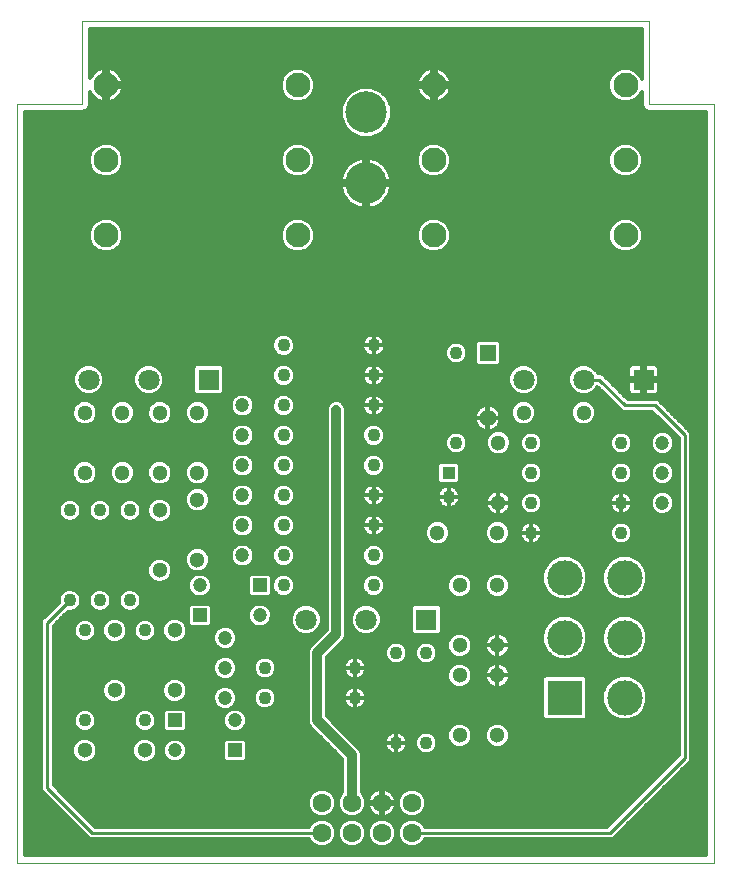
<source format=gtl>
G75*
%MOIN*%
%OFA0B0*%
%FSLAX25Y25*%
%IPPOS*%
%LPD*%
%AMOC8*
5,1,8,0,0,1.08239X$1,22.5*
%
%ADD10C,0.04331*%
%ADD11C,0.05118*%
%ADD12C,0.04724*%
%ADD13R,0.07087X0.07087*%
%ADD14C,0.07087*%
%ADD15R,0.04724X0.04724*%
%ADD16R,0.11811X0.11811*%
%ADD17C,0.11811*%
%ADD18C,0.00000*%
%ADD19C,0.08268*%
%ADD20C,0.05512*%
%ADD21R,0.05512X0.05512*%
%ADD22R,0.04331X0.04331*%
%ADD23C,0.13843*%
%ADD24C,0.06299*%
%ADD25C,0.01200*%
%ADD26C,0.03346*%
%ADD27C,0.01000*%
%ADD28C,0.03200*%
%ADD29C,0.03169*%
D10*
X0027500Y0050435D03*
X0047500Y0050435D03*
X0047500Y0080435D03*
X0042500Y0090435D03*
X0032500Y0090435D03*
X0022500Y0090435D03*
X0027500Y0080435D03*
X0022500Y0120435D03*
X0032500Y0120435D03*
X0042500Y0120435D03*
X0087500Y0067935D03*
X0087500Y0057935D03*
X0117500Y0057935D03*
X0117500Y0067935D03*
X0131250Y0072935D03*
X0141250Y0072935D03*
X0123750Y0095435D03*
X0123750Y0105435D03*
X0123750Y0115435D03*
X0123750Y0125435D03*
X0123750Y0135435D03*
X0123750Y0145435D03*
X0123750Y0155435D03*
X0123750Y0165435D03*
X0123750Y0175435D03*
X0151250Y0172935D03*
X0151250Y0142935D03*
X0148752Y0125005D03*
X0176250Y0122935D03*
X0176250Y0132935D03*
X0176250Y0142935D03*
X0176250Y0112935D03*
X0206250Y0112935D03*
X0206250Y0122935D03*
X0206250Y0132935D03*
X0206250Y0142935D03*
X0141250Y0042935D03*
X0131250Y0042935D03*
X0093750Y0095435D03*
X0093750Y0105435D03*
X0093750Y0115435D03*
X0093750Y0125435D03*
X0093750Y0135435D03*
X0093750Y0145435D03*
X0093750Y0155435D03*
X0093750Y0165435D03*
X0093750Y0175435D03*
D11*
X0065000Y0152935D03*
X0052500Y0152935D03*
X0040000Y0152935D03*
X0027500Y0152935D03*
X0027500Y0132935D03*
X0040000Y0132935D03*
X0052500Y0132935D03*
X0052500Y0120435D03*
X0065000Y0123935D03*
X0065000Y0132935D03*
X0065000Y0103935D03*
X0052500Y0100435D03*
X0057500Y0080435D03*
X0057500Y0060435D03*
X0047500Y0040435D03*
X0037500Y0060435D03*
X0037500Y0080435D03*
X0027500Y0040435D03*
X0145000Y0112935D03*
X0152500Y0095435D03*
X0165000Y0095435D03*
X0165000Y0112935D03*
X0165250Y0122935D03*
X0165250Y0142935D03*
X0173750Y0152935D03*
X0193750Y0152935D03*
X0165000Y0075435D03*
X0165000Y0065435D03*
X0152500Y0065435D03*
X0152500Y0075435D03*
X0152500Y0045435D03*
X0165000Y0045435D03*
D12*
X0220000Y0122935D03*
X0220000Y0132935D03*
X0220000Y0142935D03*
X0085750Y0085435D03*
X0074250Y0077935D03*
X0074250Y0067935D03*
X0074250Y0057935D03*
X0077500Y0050435D03*
X0057500Y0040435D03*
X0065750Y0095435D03*
X0080000Y0105435D03*
X0080000Y0115435D03*
X0080000Y0125435D03*
X0080000Y0135435D03*
X0080000Y0145435D03*
X0080000Y0155435D03*
D13*
X0068750Y0163998D03*
X0141250Y0083998D03*
X0213750Y0163998D03*
D14*
X0193750Y0163998D03*
X0173750Y0163998D03*
X0121250Y0083998D03*
X0101250Y0083998D03*
X0048750Y0163998D03*
X0028750Y0163998D03*
D15*
X0085750Y0095435D03*
X0065750Y0085435D03*
X0057500Y0050435D03*
X0077500Y0040435D03*
D16*
X0187500Y0057935D03*
D17*
X0187500Y0077935D03*
X0187500Y0097935D03*
X0207500Y0097935D03*
X0207500Y0077935D03*
X0207500Y0057935D03*
D18*
X0237283Y0002935D02*
X0005000Y0002935D01*
X0005000Y0255967D01*
X0026654Y0255967D01*
X0026654Y0283526D01*
X0215630Y0283526D01*
X0215630Y0255967D01*
X0237283Y0255967D01*
X0237283Y0002935D01*
D19*
X0207699Y0212185D03*
X0207699Y0237185D03*
X0207699Y0262185D03*
X0143801Y0262185D03*
X0143801Y0237185D03*
X0143801Y0212185D03*
X0098449Y0212185D03*
X0098449Y0237185D03*
X0098449Y0262185D03*
X0034551Y0262185D03*
X0034551Y0237185D03*
X0034551Y0212185D03*
D20*
X0161750Y0151185D03*
D21*
X0161750Y0172935D03*
D22*
X0148755Y0132865D03*
D23*
X0121250Y0229498D03*
X0121250Y0253120D03*
D24*
X0116500Y0022935D03*
X0116500Y0012935D03*
X0106500Y0012935D03*
X0106500Y0022935D03*
X0126500Y0022935D03*
X0126500Y0012935D03*
X0136500Y0012935D03*
X0136500Y0022935D03*
D25*
X0138242Y0018516D02*
X0205111Y0018516D01*
X0206309Y0019715D02*
X0139996Y0019715D01*
X0140527Y0020245D02*
X0141250Y0021991D01*
X0141250Y0023880D01*
X0140527Y0025626D01*
X0139190Y0026962D01*
X0137445Y0027685D01*
X0135555Y0027685D01*
X0133810Y0026962D01*
X0132473Y0025626D01*
X0131750Y0023880D01*
X0131750Y0021991D01*
X0132473Y0020245D01*
X0133810Y0018909D01*
X0135555Y0018186D01*
X0137445Y0018186D01*
X0139190Y0018909D01*
X0140527Y0020245D01*
X0140803Y0020913D02*
X0207508Y0020913D01*
X0208706Y0022112D02*
X0141250Y0022112D01*
X0141250Y0023310D02*
X0209905Y0023310D01*
X0211103Y0024509D02*
X0140989Y0024509D01*
X0140445Y0025707D02*
X0212302Y0025707D01*
X0213500Y0026906D02*
X0139247Y0026906D01*
X0133753Y0026906D02*
X0129116Y0026906D01*
X0128989Y0026998D02*
X0129594Y0026558D01*
X0130123Y0026030D01*
X0130562Y0025425D01*
X0130902Y0024759D01*
X0131133Y0024048D01*
X0131250Y0023309D01*
X0131250Y0023221D01*
X0126786Y0023221D01*
X0126786Y0022650D01*
X0131250Y0022650D01*
X0131250Y0022562D01*
X0131133Y0021823D01*
X0130902Y0021112D01*
X0130562Y0020446D01*
X0130123Y0019841D01*
X0129594Y0019313D01*
X0128989Y0018873D01*
X0128323Y0018534D01*
X0127612Y0018303D01*
X0126874Y0018186D01*
X0126786Y0018186D01*
X0126786Y0022650D01*
X0126214Y0022650D01*
X0121750Y0022650D01*
X0121750Y0022562D01*
X0121867Y0021823D01*
X0122098Y0021112D01*
X0122438Y0020446D01*
X0122877Y0019841D01*
X0123406Y0019313D01*
X0124011Y0018873D01*
X0124677Y0018534D01*
X0125388Y0018303D01*
X0126126Y0018186D01*
X0126214Y0018186D01*
X0126214Y0022650D01*
X0126214Y0023221D01*
X0121750Y0023221D01*
X0121750Y0023309D01*
X0121867Y0024048D01*
X0122098Y0024759D01*
X0122438Y0025425D01*
X0122877Y0026030D01*
X0123406Y0026558D01*
X0124011Y0026998D01*
X0124677Y0027337D01*
X0125388Y0027568D01*
X0126126Y0027685D01*
X0126214Y0027685D01*
X0126214Y0023221D01*
X0126786Y0023221D01*
X0126786Y0027685D01*
X0126874Y0027685D01*
X0127612Y0027568D01*
X0128323Y0027337D01*
X0128989Y0026998D01*
X0130357Y0025707D02*
X0132555Y0025707D01*
X0132011Y0024509D02*
X0130983Y0024509D01*
X0131249Y0023310D02*
X0131750Y0023310D01*
X0131750Y0022112D02*
X0131178Y0022112D01*
X0130800Y0020913D02*
X0132197Y0020913D01*
X0133004Y0019715D02*
X0129996Y0019715D01*
X0128269Y0018516D02*
X0134758Y0018516D01*
X0135555Y0017685D02*
X0133810Y0016962D01*
X0132473Y0015626D01*
X0131750Y0013880D01*
X0131750Y0011991D01*
X0132473Y0010245D01*
X0133810Y0008909D01*
X0135555Y0008186D01*
X0137445Y0008186D01*
X0139190Y0008909D01*
X0140527Y0010245D01*
X0140771Y0010835D01*
X0203370Y0010835D01*
X0204600Y0012066D01*
X0229600Y0037066D01*
X0229600Y0146305D01*
X0228370Y0147535D01*
X0218370Y0157535D01*
X0208370Y0157535D01*
X0199807Y0166098D01*
X0198447Y0166098D01*
X0198110Y0166912D01*
X0196663Y0168359D01*
X0194773Y0169142D01*
X0192727Y0169142D01*
X0190837Y0168359D01*
X0189390Y0166912D01*
X0188607Y0165021D01*
X0188607Y0162975D01*
X0189390Y0161085D01*
X0190837Y0159638D01*
X0192727Y0158855D01*
X0194773Y0158855D01*
X0196663Y0159638D01*
X0198110Y0161085D01*
X0198336Y0161630D01*
X0205400Y0154566D01*
X0206630Y0153335D01*
X0216630Y0153335D01*
X0225400Y0144566D01*
X0225400Y0038805D01*
X0201630Y0015035D01*
X0140771Y0015035D01*
X0140527Y0015626D01*
X0139190Y0016962D01*
X0137445Y0017685D01*
X0135555Y0017685D01*
X0134668Y0017318D02*
X0128332Y0017318D01*
X0129190Y0016962D02*
X0127445Y0017685D01*
X0125555Y0017685D01*
X0123810Y0016962D01*
X0122473Y0015626D01*
X0121750Y0013880D01*
X0121750Y0011991D01*
X0122473Y0010245D01*
X0123810Y0008909D01*
X0125555Y0008186D01*
X0127445Y0008186D01*
X0129190Y0008909D01*
X0130527Y0010245D01*
X0131250Y0011991D01*
X0131250Y0013880D01*
X0130527Y0015626D01*
X0129190Y0016962D01*
X0130033Y0016119D02*
X0132967Y0016119D01*
X0132181Y0014921D02*
X0130819Y0014921D01*
X0131250Y0013722D02*
X0131750Y0013722D01*
X0131750Y0012524D02*
X0131250Y0012524D01*
X0130974Y0011325D02*
X0132026Y0011325D01*
X0132592Y0010127D02*
X0130408Y0010127D01*
X0129210Y0008928D02*
X0133790Y0008928D01*
X0138332Y0017318D02*
X0203912Y0017318D01*
X0202714Y0016119D02*
X0140033Y0016119D01*
X0140408Y0010127D02*
X0234683Y0010127D01*
X0234683Y0011325D02*
X0203859Y0011325D01*
X0205058Y0012524D02*
X0234683Y0012524D01*
X0234683Y0013722D02*
X0206256Y0013722D01*
X0207455Y0014921D02*
X0234683Y0014921D01*
X0234683Y0016119D02*
X0208653Y0016119D01*
X0209852Y0017318D02*
X0234683Y0017318D01*
X0234683Y0018516D02*
X0211050Y0018516D01*
X0212249Y0019715D02*
X0234683Y0019715D01*
X0234683Y0020913D02*
X0213448Y0020913D01*
X0214646Y0022112D02*
X0234683Y0022112D01*
X0234683Y0023310D02*
X0215845Y0023310D01*
X0217043Y0024509D02*
X0234683Y0024509D01*
X0234683Y0025707D02*
X0218242Y0025707D01*
X0219440Y0026906D02*
X0234683Y0026906D01*
X0234683Y0028104D02*
X0220639Y0028104D01*
X0221837Y0029303D02*
X0234683Y0029303D01*
X0234683Y0030501D02*
X0223036Y0030501D01*
X0224234Y0031700D02*
X0234683Y0031700D01*
X0234683Y0032898D02*
X0225433Y0032898D01*
X0226631Y0034097D02*
X0234683Y0034097D01*
X0234683Y0035295D02*
X0227830Y0035295D01*
X0229028Y0036494D02*
X0234683Y0036494D01*
X0234683Y0037692D02*
X0229600Y0037692D01*
X0229600Y0038891D02*
X0234683Y0038891D01*
X0234683Y0040089D02*
X0229600Y0040089D01*
X0229600Y0041288D02*
X0234683Y0041288D01*
X0234683Y0042486D02*
X0229600Y0042486D01*
X0229600Y0043685D02*
X0234683Y0043685D01*
X0234683Y0044883D02*
X0229600Y0044883D01*
X0229600Y0046082D02*
X0234683Y0046082D01*
X0234683Y0047280D02*
X0229600Y0047280D01*
X0229600Y0048479D02*
X0234683Y0048479D01*
X0234683Y0049677D02*
X0229600Y0049677D01*
X0229600Y0050876D02*
X0234683Y0050876D01*
X0234683Y0052074D02*
X0229600Y0052074D01*
X0229600Y0053273D02*
X0234683Y0053273D01*
X0234683Y0054471D02*
X0229600Y0054471D01*
X0229600Y0055670D02*
X0234683Y0055670D01*
X0234683Y0056868D02*
X0229600Y0056868D01*
X0229600Y0058067D02*
X0234683Y0058067D01*
X0234683Y0059265D02*
X0229600Y0059265D01*
X0229600Y0060464D02*
X0234683Y0060464D01*
X0234683Y0061662D02*
X0229600Y0061662D01*
X0229600Y0062861D02*
X0234683Y0062861D01*
X0234683Y0064060D02*
X0229600Y0064060D01*
X0229600Y0065258D02*
X0234683Y0065258D01*
X0234683Y0066457D02*
X0229600Y0066457D01*
X0229600Y0067655D02*
X0234683Y0067655D01*
X0234683Y0068854D02*
X0229600Y0068854D01*
X0229600Y0070052D02*
X0234683Y0070052D01*
X0234683Y0071251D02*
X0229600Y0071251D01*
X0229600Y0072449D02*
X0234683Y0072449D01*
X0234683Y0073648D02*
X0229600Y0073648D01*
X0229600Y0074846D02*
X0234683Y0074846D01*
X0234683Y0076045D02*
X0229600Y0076045D01*
X0229600Y0077243D02*
X0234683Y0077243D01*
X0234683Y0078442D02*
X0229600Y0078442D01*
X0229600Y0079640D02*
X0234683Y0079640D01*
X0234683Y0080839D02*
X0229600Y0080839D01*
X0229600Y0082037D02*
X0234683Y0082037D01*
X0234683Y0083236D02*
X0229600Y0083236D01*
X0229600Y0084434D02*
X0234683Y0084434D01*
X0234683Y0085633D02*
X0229600Y0085633D01*
X0229600Y0086831D02*
X0234683Y0086831D01*
X0234683Y0088030D02*
X0229600Y0088030D01*
X0229600Y0089228D02*
X0234683Y0089228D01*
X0234683Y0090427D02*
X0229600Y0090427D01*
X0229600Y0091625D02*
X0234683Y0091625D01*
X0234683Y0092824D02*
X0229600Y0092824D01*
X0229600Y0094022D02*
X0234683Y0094022D01*
X0234683Y0095221D02*
X0229600Y0095221D01*
X0229600Y0096419D02*
X0234683Y0096419D01*
X0234683Y0097618D02*
X0229600Y0097618D01*
X0229600Y0098816D02*
X0234683Y0098816D01*
X0234683Y0100015D02*
X0229600Y0100015D01*
X0229600Y0101213D02*
X0234683Y0101213D01*
X0234683Y0102412D02*
X0229600Y0102412D01*
X0229600Y0103610D02*
X0234683Y0103610D01*
X0234683Y0104809D02*
X0229600Y0104809D01*
X0229600Y0106007D02*
X0234683Y0106007D01*
X0234683Y0107206D02*
X0229600Y0107206D01*
X0229600Y0108404D02*
X0234683Y0108404D01*
X0234683Y0109603D02*
X0229600Y0109603D01*
X0229600Y0110801D02*
X0234683Y0110801D01*
X0234683Y0112000D02*
X0229600Y0112000D01*
X0229600Y0113198D02*
X0234683Y0113198D01*
X0234683Y0114397D02*
X0229600Y0114397D01*
X0229600Y0115595D02*
X0234683Y0115595D01*
X0234683Y0116794D02*
X0229600Y0116794D01*
X0229600Y0117993D02*
X0234683Y0117993D01*
X0234683Y0119191D02*
X0229600Y0119191D01*
X0229600Y0120390D02*
X0234683Y0120390D01*
X0234683Y0121588D02*
X0229600Y0121588D01*
X0229600Y0122787D02*
X0234683Y0122787D01*
X0234683Y0123985D02*
X0229600Y0123985D01*
X0229600Y0125184D02*
X0234683Y0125184D01*
X0234683Y0126382D02*
X0229600Y0126382D01*
X0229600Y0127581D02*
X0234683Y0127581D01*
X0234683Y0128779D02*
X0229600Y0128779D01*
X0229600Y0129978D02*
X0234683Y0129978D01*
X0234683Y0131176D02*
X0229600Y0131176D01*
X0229600Y0132375D02*
X0234683Y0132375D01*
X0234683Y0133573D02*
X0229600Y0133573D01*
X0229600Y0134772D02*
X0234683Y0134772D01*
X0234683Y0135970D02*
X0229600Y0135970D01*
X0229600Y0137169D02*
X0234683Y0137169D01*
X0234683Y0138367D02*
X0229600Y0138367D01*
X0229600Y0139566D02*
X0234683Y0139566D01*
X0234683Y0140764D02*
X0229600Y0140764D01*
X0229600Y0141963D02*
X0234683Y0141963D01*
X0234683Y0143161D02*
X0229600Y0143161D01*
X0229600Y0144360D02*
X0234683Y0144360D01*
X0234683Y0145558D02*
X0229600Y0145558D01*
X0229148Y0146757D02*
X0234683Y0146757D01*
X0234683Y0147955D02*
X0227950Y0147955D01*
X0226751Y0149154D02*
X0234683Y0149154D01*
X0234683Y0150352D02*
X0225553Y0150352D01*
X0224354Y0151551D02*
X0234683Y0151551D01*
X0234683Y0152749D02*
X0223156Y0152749D01*
X0221957Y0153948D02*
X0234683Y0153948D01*
X0234683Y0155146D02*
X0220759Y0155146D01*
X0219560Y0156345D02*
X0234683Y0156345D01*
X0234683Y0157543D02*
X0208362Y0157543D01*
X0207163Y0158742D02*
X0234683Y0158742D01*
X0234683Y0159940D02*
X0218812Y0159940D01*
X0218784Y0159838D02*
X0218893Y0160244D01*
X0218893Y0163516D01*
X0214233Y0163516D01*
X0214233Y0164481D01*
X0218893Y0164481D01*
X0218893Y0167752D01*
X0218784Y0168159D01*
X0218574Y0168524D01*
X0218276Y0168822D01*
X0217911Y0169033D01*
X0217504Y0169142D01*
X0214233Y0169142D01*
X0214233Y0164481D01*
X0213267Y0164481D01*
X0213267Y0163516D01*
X0208607Y0163516D01*
X0208607Y0160244D01*
X0208716Y0159838D01*
X0208926Y0159473D01*
X0209224Y0159175D01*
X0209589Y0158964D01*
X0209996Y0158855D01*
X0213267Y0158855D01*
X0213267Y0163516D01*
X0214233Y0163516D01*
X0214233Y0158855D01*
X0217504Y0158855D01*
X0217911Y0158964D01*
X0218276Y0159175D01*
X0218574Y0159473D01*
X0218784Y0159838D01*
X0218893Y0161139D02*
X0234683Y0161139D01*
X0234683Y0162337D02*
X0218893Y0162337D01*
X0218893Y0164734D02*
X0234683Y0164734D01*
X0234683Y0163536D02*
X0214233Y0163536D01*
X0213267Y0163536D02*
X0202369Y0163536D01*
X0201171Y0164734D02*
X0208607Y0164734D01*
X0208607Y0164481D02*
X0213267Y0164481D01*
X0213267Y0169142D01*
X0209996Y0169142D01*
X0209589Y0169033D01*
X0209224Y0168822D01*
X0208926Y0168524D01*
X0208716Y0168159D01*
X0208607Y0167752D01*
X0208607Y0164481D01*
X0208607Y0165933D02*
X0199972Y0165933D01*
X0197891Y0167131D02*
X0208607Y0167131D01*
X0208814Y0168330D02*
X0196692Y0168330D01*
X0198133Y0161139D02*
X0198827Y0161139D01*
X0200025Y0159940D02*
X0196966Y0159940D01*
X0196106Y0156461D02*
X0194577Y0157094D01*
X0192923Y0157094D01*
X0191394Y0156461D01*
X0190224Y0155291D01*
X0189591Y0153763D01*
X0189591Y0152108D01*
X0190224Y0150580D01*
X0191394Y0149410D01*
X0192923Y0148776D01*
X0194577Y0148776D01*
X0196106Y0149410D01*
X0197276Y0150580D01*
X0197909Y0152108D01*
X0197909Y0153763D01*
X0197276Y0155291D01*
X0196106Y0156461D01*
X0196222Y0156345D02*
X0203621Y0156345D01*
X0204819Y0155146D02*
X0197336Y0155146D01*
X0197832Y0153948D02*
X0206018Y0153948D01*
X0202422Y0157543D02*
X0126870Y0157543D01*
X0126675Y0157836D02*
X0127087Y0157219D01*
X0127371Y0156534D01*
X0127515Y0155806D01*
X0127515Y0155435D01*
X0123750Y0155435D01*
X0123750Y0151670D01*
X0124121Y0151670D01*
X0124848Y0151815D01*
X0125534Y0152099D01*
X0126150Y0152511D01*
X0126675Y0153035D01*
X0127087Y0153652D01*
X0127371Y0154337D01*
X0127515Y0155065D01*
X0127515Y0155435D01*
X0123750Y0155435D01*
X0123750Y0155435D01*
X0123750Y0151670D01*
X0123379Y0151670D01*
X0122652Y0151815D01*
X0121966Y0152099D01*
X0121350Y0152511D01*
X0120825Y0153035D01*
X0120413Y0153652D01*
X0120129Y0154337D01*
X0119985Y0155065D01*
X0119985Y0155435D01*
X0123750Y0155435D01*
X0123750Y0155435D01*
X0123750Y0155435D01*
X0119985Y0155435D01*
X0119985Y0155806D01*
X0120129Y0156534D01*
X0120413Y0157219D01*
X0120825Y0157836D01*
X0121350Y0158360D01*
X0121966Y0158772D01*
X0122652Y0159056D01*
X0123379Y0159201D01*
X0123750Y0159201D01*
X0124121Y0159201D01*
X0124848Y0159056D01*
X0125534Y0158772D01*
X0126150Y0158360D01*
X0126675Y0157836D01*
X0125579Y0158742D02*
X0201224Y0158742D01*
X0204766Y0161139D02*
X0208607Y0161139D01*
X0208607Y0162337D02*
X0203568Y0162337D01*
X0205965Y0159940D02*
X0208688Y0159940D01*
X0213267Y0159940D02*
X0214233Y0159940D01*
X0214233Y0161139D02*
X0213267Y0161139D01*
X0213267Y0162337D02*
X0214233Y0162337D01*
X0214233Y0164734D02*
X0213267Y0164734D01*
X0213267Y0165933D02*
X0214233Y0165933D01*
X0214233Y0167131D02*
X0213267Y0167131D01*
X0213267Y0168330D02*
X0214233Y0168330D01*
X0218686Y0168330D02*
X0234683Y0168330D01*
X0234683Y0167131D02*
X0218893Y0167131D01*
X0218893Y0165933D02*
X0234683Y0165933D01*
X0234683Y0169529D02*
X0166106Y0169529D01*
X0166106Y0169517D02*
X0166106Y0176354D01*
X0165169Y0177291D01*
X0158331Y0177291D01*
X0157394Y0176354D01*
X0157394Y0169517D01*
X0158331Y0168580D01*
X0165169Y0168580D01*
X0166106Y0169517D01*
X0166106Y0170727D02*
X0234683Y0170727D01*
X0234683Y0171926D02*
X0166106Y0171926D01*
X0166106Y0173124D02*
X0234683Y0173124D01*
X0234683Y0174323D02*
X0166106Y0174323D01*
X0166106Y0175521D02*
X0234683Y0175521D01*
X0234683Y0176720D02*
X0165740Y0176720D01*
X0170837Y0168359D02*
X0169390Y0166912D01*
X0168607Y0165021D01*
X0168607Y0162975D01*
X0169390Y0161085D01*
X0170837Y0159638D01*
X0172727Y0158855D01*
X0174773Y0158855D01*
X0176663Y0159638D01*
X0178110Y0161085D01*
X0178893Y0162975D01*
X0178893Y0165021D01*
X0178110Y0166912D01*
X0176663Y0168359D01*
X0174773Y0169142D01*
X0172727Y0169142D01*
X0170837Y0168359D01*
X0170808Y0168330D02*
X0126180Y0168330D01*
X0126150Y0168360D02*
X0125534Y0168772D01*
X0124848Y0169056D01*
X0124121Y0169201D01*
X0123750Y0169201D01*
X0123379Y0169201D01*
X0122652Y0169056D01*
X0121966Y0168772D01*
X0121350Y0168360D01*
X0120825Y0167836D01*
X0120413Y0167219D01*
X0120129Y0166534D01*
X0119985Y0165806D01*
X0119985Y0165435D01*
X0119985Y0165065D01*
X0120129Y0164337D01*
X0120413Y0163652D01*
X0120825Y0163035D01*
X0121350Y0162511D01*
X0121966Y0162099D01*
X0122652Y0161815D01*
X0123379Y0161670D01*
X0123750Y0161670D01*
X0124121Y0161670D01*
X0124848Y0161815D01*
X0125534Y0162099D01*
X0126150Y0162511D01*
X0126675Y0163035D01*
X0127087Y0163652D01*
X0127371Y0164337D01*
X0127515Y0165065D01*
X0127515Y0165435D01*
X0123750Y0165435D01*
X0123750Y0161670D01*
X0123750Y0165435D01*
X0123750Y0165435D01*
X0123750Y0165435D01*
X0119985Y0165435D01*
X0123750Y0165435D01*
X0123750Y0165435D01*
X0127515Y0165435D01*
X0127515Y0165806D01*
X0127371Y0166534D01*
X0127087Y0167219D01*
X0126675Y0167836D01*
X0126150Y0168360D01*
X0127123Y0167131D02*
X0169609Y0167131D01*
X0168984Y0165933D02*
X0127490Y0165933D01*
X0127450Y0164734D02*
X0168607Y0164734D01*
X0168607Y0163536D02*
X0127009Y0163536D01*
X0125891Y0162337D02*
X0168871Y0162337D01*
X0169367Y0161139D02*
X0073893Y0161139D01*
X0073893Y0162337D02*
X0091523Y0162337D01*
X0091617Y0162243D02*
X0093001Y0161670D01*
X0094499Y0161670D01*
X0095883Y0162243D01*
X0096942Y0163303D01*
X0097515Y0164686D01*
X0097515Y0166184D01*
X0096942Y0167568D01*
X0095883Y0168628D01*
X0094499Y0169201D01*
X0093001Y0169201D01*
X0091617Y0168628D01*
X0090558Y0167568D01*
X0089985Y0166184D01*
X0089985Y0164686D01*
X0090558Y0163303D01*
X0091617Y0162243D01*
X0090461Y0163536D02*
X0073893Y0163536D01*
X0073893Y0164734D02*
X0089985Y0164734D01*
X0089985Y0165933D02*
X0073893Y0165933D01*
X0073893Y0167131D02*
X0090377Y0167131D01*
X0091320Y0168330D02*
X0073768Y0168330D01*
X0073893Y0168204D02*
X0072956Y0169142D01*
X0064544Y0169142D01*
X0063607Y0168204D01*
X0063607Y0159792D01*
X0064544Y0158855D01*
X0072956Y0158855D01*
X0073893Y0159792D01*
X0073893Y0168204D01*
X0073893Y0159940D02*
X0170534Y0159940D01*
X0171394Y0156461D02*
X0170224Y0155291D01*
X0169591Y0153763D01*
X0169591Y0152108D01*
X0170224Y0150580D01*
X0171394Y0149410D01*
X0172923Y0148776D01*
X0174577Y0148776D01*
X0176106Y0149410D01*
X0177276Y0150580D01*
X0177909Y0152108D01*
X0177909Y0153763D01*
X0177276Y0155291D01*
X0176106Y0156461D01*
X0174577Y0157094D01*
X0172923Y0157094D01*
X0171394Y0156461D01*
X0171278Y0156345D02*
X0127408Y0156345D01*
X0127515Y0155146D02*
X0159929Y0155146D01*
X0160078Y0155222D02*
X0159467Y0154911D01*
X0158912Y0154508D01*
X0158427Y0154023D01*
X0158024Y0153468D01*
X0157713Y0152858D01*
X0157501Y0152205D01*
X0157394Y0151528D01*
X0157394Y0151274D01*
X0161661Y0151274D01*
X0161661Y0151096D01*
X0161839Y0151096D01*
X0161839Y0146830D01*
X0162093Y0146830D01*
X0162770Y0146937D01*
X0163422Y0147149D01*
X0164033Y0147460D01*
X0164588Y0147863D01*
X0165072Y0148348D01*
X0165475Y0148902D01*
X0165787Y0149513D01*
X0165999Y0150165D01*
X0166106Y0150843D01*
X0166106Y0151096D01*
X0161839Y0151096D01*
X0161839Y0151274D01*
X0166106Y0151274D01*
X0166106Y0151528D01*
X0165999Y0152205D01*
X0165787Y0152858D01*
X0165475Y0153468D01*
X0165072Y0154023D01*
X0164588Y0154508D01*
X0164033Y0154911D01*
X0163422Y0155222D01*
X0162770Y0155434D01*
X0162093Y0155541D01*
X0161839Y0155541D01*
X0161839Y0151274D01*
X0161661Y0151274D01*
X0161661Y0155541D01*
X0161407Y0155541D01*
X0160730Y0155434D01*
X0160078Y0155222D01*
X0161661Y0155146D02*
X0161839Y0155146D01*
X0161839Y0153948D02*
X0161661Y0153948D01*
X0161661Y0152749D02*
X0161839Y0152749D01*
X0161839Y0151551D02*
X0161661Y0151551D01*
X0161661Y0151096D02*
X0157394Y0151096D01*
X0157394Y0150843D01*
X0157501Y0150165D01*
X0157713Y0149513D01*
X0158024Y0148902D01*
X0158427Y0148348D01*
X0158912Y0147863D01*
X0159467Y0147460D01*
X0160078Y0147149D01*
X0160730Y0146937D01*
X0161407Y0146830D01*
X0161661Y0146830D01*
X0161661Y0151096D01*
X0161661Y0150352D02*
X0161839Y0150352D01*
X0161839Y0149154D02*
X0161661Y0149154D01*
X0161661Y0147955D02*
X0161839Y0147955D01*
X0162894Y0146461D02*
X0161724Y0145291D01*
X0161091Y0143763D01*
X0161091Y0142108D01*
X0161724Y0140580D01*
X0162894Y0139410D01*
X0164423Y0138776D01*
X0166077Y0138776D01*
X0167606Y0139410D01*
X0168776Y0140580D01*
X0169409Y0142108D01*
X0169409Y0143763D01*
X0168776Y0145291D01*
X0167606Y0146461D01*
X0166077Y0147094D01*
X0164423Y0147094D01*
X0162894Y0146461D01*
X0163607Y0146757D02*
X0127278Y0146757D01*
X0127515Y0146184D02*
X0126942Y0147568D01*
X0125883Y0148628D01*
X0124499Y0149201D01*
X0123001Y0149201D01*
X0121617Y0148628D01*
X0120558Y0147568D01*
X0119985Y0146184D01*
X0119985Y0144686D01*
X0120558Y0143303D01*
X0121617Y0142243D01*
X0123001Y0141670D01*
X0124499Y0141670D01*
X0125883Y0142243D01*
X0126942Y0143303D01*
X0127515Y0144686D01*
X0127515Y0146184D01*
X0127515Y0145558D02*
X0148548Y0145558D01*
X0148058Y0145068D02*
X0149117Y0146128D01*
X0150501Y0146701D01*
X0151999Y0146701D01*
X0153383Y0146128D01*
X0154442Y0145068D01*
X0155015Y0143684D01*
X0155015Y0142186D01*
X0154442Y0140803D01*
X0153383Y0139743D01*
X0151999Y0139170D01*
X0150501Y0139170D01*
X0149117Y0139743D01*
X0148058Y0140803D01*
X0147485Y0142186D01*
X0147485Y0143684D01*
X0148058Y0145068D01*
X0147764Y0144360D02*
X0127380Y0144360D01*
X0126801Y0143161D02*
X0147485Y0143161D01*
X0147577Y0141963D02*
X0125206Y0141963D01*
X0124499Y0139201D02*
X0123001Y0139201D01*
X0121617Y0138628D01*
X0120558Y0137568D01*
X0119985Y0136184D01*
X0119985Y0134686D01*
X0120558Y0133303D01*
X0121617Y0132243D01*
X0123001Y0131670D01*
X0124499Y0131670D01*
X0125883Y0132243D01*
X0126942Y0133303D01*
X0127515Y0134686D01*
X0127515Y0136184D01*
X0126942Y0137568D01*
X0125883Y0138628D01*
X0124499Y0139201D01*
X0126143Y0138367D02*
X0225400Y0138367D01*
X0225400Y0137169D02*
X0127108Y0137169D01*
X0127515Y0135970D02*
X0145266Y0135970D01*
X0144990Y0135694D02*
X0144990Y0130037D01*
X0145927Y0129100D01*
X0151583Y0129100D01*
X0152520Y0130037D01*
X0152520Y0135694D01*
X0151583Y0136631D01*
X0145927Y0136631D01*
X0144990Y0135694D01*
X0144990Y0134772D02*
X0127515Y0134772D01*
X0127054Y0133573D02*
X0144990Y0133573D01*
X0144990Y0132375D02*
X0126014Y0132375D01*
X0124848Y0129056D02*
X0124121Y0129201D01*
X0123750Y0129201D01*
X0123379Y0129201D01*
X0122652Y0129056D01*
X0121966Y0128772D01*
X0121350Y0128360D01*
X0120825Y0127836D01*
X0120413Y0127219D01*
X0120129Y0126534D01*
X0119985Y0125806D01*
X0119985Y0125435D01*
X0119985Y0125065D01*
X0120129Y0124337D01*
X0120413Y0123652D01*
X0120825Y0123035D01*
X0121350Y0122511D01*
X0121966Y0122099D01*
X0122652Y0121815D01*
X0123379Y0121670D01*
X0123750Y0121670D01*
X0124121Y0121670D01*
X0124848Y0121815D01*
X0125534Y0122099D01*
X0126150Y0122511D01*
X0126675Y0123035D01*
X0127087Y0123652D01*
X0127371Y0124337D01*
X0127515Y0125065D01*
X0127515Y0125435D01*
X0123750Y0125435D01*
X0123750Y0121670D01*
X0123750Y0125435D01*
X0123750Y0125435D01*
X0123750Y0125435D01*
X0119985Y0125435D01*
X0123750Y0125435D01*
X0123750Y0125435D01*
X0127515Y0125435D01*
X0127515Y0125806D01*
X0127371Y0126534D01*
X0127087Y0127219D01*
X0126675Y0127836D01*
X0126150Y0128360D01*
X0125534Y0128772D01*
X0124848Y0129056D01*
X0125517Y0128779D02*
X0225400Y0128779D01*
X0225400Y0127581D02*
X0151502Y0127581D01*
X0151677Y0127406D02*
X0151153Y0127930D01*
X0150536Y0128342D01*
X0149851Y0128626D01*
X0149123Y0128771D01*
X0148753Y0128771D01*
X0148753Y0125006D01*
X0148752Y0125006D01*
X0148752Y0128771D01*
X0148382Y0128771D01*
X0147654Y0128626D01*
X0146969Y0128342D01*
X0146352Y0127930D01*
X0145828Y0127406D01*
X0145416Y0126789D01*
X0145132Y0126104D01*
X0144987Y0125376D01*
X0144987Y0125005D01*
X0144987Y0124635D01*
X0145132Y0123907D01*
X0145416Y0123222D01*
X0145828Y0122605D01*
X0146352Y0122081D01*
X0146969Y0121669D01*
X0147654Y0121385D01*
X0148382Y0121240D01*
X0148752Y0121240D01*
X0148752Y0125005D01*
X0144987Y0125005D01*
X0148752Y0125005D01*
X0148752Y0125005D01*
X0148753Y0125005D01*
X0148753Y0125005D01*
X0152518Y0125005D01*
X0152518Y0124635D01*
X0152373Y0123907D01*
X0152089Y0123222D01*
X0151677Y0122605D01*
X0151153Y0122081D01*
X0150536Y0121669D01*
X0149851Y0121385D01*
X0149123Y0121240D01*
X0148753Y0121240D01*
X0148753Y0125005D01*
X0152518Y0125005D01*
X0152518Y0125376D01*
X0152373Y0126104D01*
X0152089Y0126789D01*
X0151677Y0127406D01*
X0152258Y0126382D02*
X0162918Y0126382D01*
X0163070Y0126493D02*
X0162541Y0126108D01*
X0162078Y0125645D01*
X0161693Y0125115D01*
X0161396Y0124532D01*
X0161193Y0123909D01*
X0161091Y0123263D01*
X0161091Y0122935D01*
X0161091Y0122608D01*
X0161193Y0121962D01*
X0161396Y0121339D01*
X0161693Y0120756D01*
X0162078Y0120226D01*
X0162541Y0119763D01*
X0163070Y0119378D01*
X0163653Y0119081D01*
X0164276Y0118879D01*
X0164923Y0118776D01*
X0165250Y0118776D01*
X0165577Y0118776D01*
X0166224Y0118879D01*
X0166847Y0119081D01*
X0167430Y0119378D01*
X0167959Y0119763D01*
X0168422Y0120226D01*
X0168807Y0120756D01*
X0169104Y0121339D01*
X0169307Y0121962D01*
X0169409Y0122608D01*
X0169409Y0122935D01*
X0165250Y0122935D01*
X0165250Y0118776D01*
X0165250Y0122935D01*
X0165250Y0122935D01*
X0165250Y0122935D01*
X0161091Y0122935D01*
X0165250Y0122935D01*
X0165250Y0122935D01*
X0169409Y0122935D01*
X0169409Y0123263D01*
X0169307Y0123909D01*
X0169104Y0124532D01*
X0168807Y0125115D01*
X0168422Y0125645D01*
X0167959Y0126108D01*
X0167430Y0126493D01*
X0166847Y0126790D01*
X0166224Y0126992D01*
X0165577Y0127094D01*
X0165250Y0127094D01*
X0164923Y0127094D01*
X0164276Y0126992D01*
X0163653Y0126790D01*
X0163070Y0126493D01*
X0161743Y0125184D02*
X0152518Y0125184D01*
X0152389Y0123985D02*
X0161218Y0123985D01*
X0161091Y0122787D02*
X0151798Y0122787D01*
X0150342Y0121588D02*
X0161315Y0121588D01*
X0161959Y0120390D02*
X0114450Y0120390D01*
X0114450Y0121588D02*
X0147163Y0121588D01*
X0148752Y0121588D02*
X0148753Y0121588D01*
X0148752Y0122787D02*
X0148753Y0122787D01*
X0148752Y0123985D02*
X0148753Y0123985D01*
X0148752Y0125184D02*
X0148753Y0125184D01*
X0148752Y0126382D02*
X0148753Y0126382D01*
X0148752Y0127581D02*
X0148753Y0127581D01*
X0146003Y0127581D02*
X0126845Y0127581D01*
X0127401Y0126382D02*
X0145247Y0126382D01*
X0144987Y0125184D02*
X0127515Y0125184D01*
X0127225Y0123985D02*
X0145116Y0123985D01*
X0145707Y0122787D02*
X0126426Y0122787D01*
X0123750Y0122787D02*
X0123750Y0122787D01*
X0123750Y0123985D02*
X0123750Y0123985D01*
X0123750Y0125184D02*
X0123750Y0125184D01*
X0123750Y0125436D02*
X0123750Y0129201D01*
X0123750Y0125436D01*
X0123750Y0125436D01*
X0123750Y0126382D02*
X0123750Y0126382D01*
X0123750Y0127581D02*
X0123750Y0127581D01*
X0123750Y0128779D02*
X0123750Y0128779D01*
X0121983Y0128779D02*
X0114450Y0128779D01*
X0114450Y0127581D02*
X0120655Y0127581D01*
X0120099Y0126382D02*
X0114450Y0126382D01*
X0114450Y0125184D02*
X0119985Y0125184D01*
X0120275Y0123985D02*
X0114450Y0123985D01*
X0114450Y0122787D02*
X0121074Y0122787D01*
X0122652Y0119056D02*
X0121966Y0118772D01*
X0121350Y0118360D01*
X0120825Y0117836D01*
X0120413Y0117219D01*
X0120129Y0116534D01*
X0119985Y0115806D01*
X0119985Y0115435D01*
X0119985Y0115065D01*
X0120129Y0114337D01*
X0120413Y0113652D01*
X0120825Y0113035D01*
X0121350Y0112511D01*
X0121966Y0112099D01*
X0122652Y0111815D01*
X0123379Y0111670D01*
X0123750Y0111670D01*
X0124121Y0111670D01*
X0124848Y0111815D01*
X0125534Y0112099D01*
X0126150Y0112511D01*
X0126675Y0113035D01*
X0127087Y0113652D01*
X0127371Y0114337D01*
X0127515Y0115065D01*
X0127515Y0115435D01*
X0123750Y0115435D01*
X0123750Y0111670D01*
X0123750Y0115435D01*
X0123750Y0115435D01*
X0123750Y0115435D01*
X0119985Y0115435D01*
X0123750Y0115435D01*
X0123750Y0115435D01*
X0127515Y0115435D01*
X0127515Y0115806D01*
X0127371Y0116534D01*
X0127087Y0117219D01*
X0126675Y0117836D01*
X0126150Y0118360D01*
X0125534Y0118772D01*
X0124848Y0119056D01*
X0124121Y0119201D01*
X0123750Y0119201D01*
X0123379Y0119201D01*
X0122652Y0119056D01*
X0123330Y0119191D02*
X0114450Y0119191D01*
X0114450Y0117993D02*
X0120982Y0117993D01*
X0120237Y0116794D02*
X0114450Y0116794D01*
X0114450Y0115595D02*
X0119985Y0115595D01*
X0120117Y0114397D02*
X0114450Y0114397D01*
X0114450Y0113198D02*
X0120716Y0113198D01*
X0122205Y0112000D02*
X0114450Y0112000D01*
X0114450Y0110801D02*
X0141382Y0110801D01*
X0141474Y0110580D02*
X0142644Y0109410D01*
X0144173Y0108776D01*
X0145827Y0108776D01*
X0147356Y0109410D01*
X0148526Y0110580D01*
X0149159Y0112108D01*
X0149159Y0113763D01*
X0148526Y0115291D01*
X0147356Y0116461D01*
X0145827Y0117094D01*
X0144173Y0117094D01*
X0142644Y0116461D01*
X0141474Y0115291D01*
X0140841Y0113763D01*
X0140841Y0112108D01*
X0141474Y0110580D01*
X0142451Y0109603D02*
X0114450Y0109603D01*
X0114450Y0108404D02*
X0121394Y0108404D01*
X0121617Y0108628D02*
X0120558Y0107568D01*
X0119985Y0106184D01*
X0119985Y0104686D01*
X0120558Y0103303D01*
X0121617Y0102243D01*
X0123001Y0101670D01*
X0124499Y0101670D01*
X0125883Y0102243D01*
X0126942Y0103303D01*
X0127515Y0104686D01*
X0127515Y0106184D01*
X0126942Y0107568D01*
X0125883Y0108628D01*
X0124499Y0109201D01*
X0123001Y0109201D01*
X0121617Y0108628D01*
X0120408Y0107206D02*
X0114450Y0107206D01*
X0114450Y0106007D02*
X0119985Y0106007D01*
X0119985Y0104809D02*
X0114450Y0104809D01*
X0114450Y0103610D02*
X0120430Y0103610D01*
X0121449Y0102412D02*
X0114450Y0102412D01*
X0114450Y0101213D02*
X0180734Y0101213D01*
X0181137Y0102187D02*
X0179994Y0099428D01*
X0179994Y0096442D01*
X0181137Y0093684D01*
X0183248Y0091573D01*
X0186007Y0090430D01*
X0188993Y0090430D01*
X0191752Y0091573D01*
X0193863Y0093684D01*
X0195005Y0096442D01*
X0195005Y0099428D01*
X0193863Y0102187D01*
X0191752Y0104298D01*
X0188993Y0105441D01*
X0186007Y0105441D01*
X0183248Y0104298D01*
X0181137Y0102187D01*
X0181362Y0102412D02*
X0126051Y0102412D01*
X0127070Y0103610D02*
X0182561Y0103610D01*
X0184481Y0104809D02*
X0127515Y0104809D01*
X0127515Y0106007D02*
X0225400Y0106007D01*
X0225400Y0104809D02*
X0210519Y0104809D01*
X0211752Y0104298D02*
X0208993Y0105441D01*
X0206007Y0105441D01*
X0203248Y0104298D01*
X0201137Y0102187D01*
X0199994Y0099428D01*
X0199994Y0096442D01*
X0201137Y0093684D01*
X0203248Y0091573D01*
X0206007Y0090430D01*
X0208993Y0090430D01*
X0211752Y0091573D01*
X0213863Y0093684D01*
X0215005Y0096442D01*
X0215005Y0099428D01*
X0213863Y0102187D01*
X0211752Y0104298D01*
X0212439Y0103610D02*
X0225400Y0103610D01*
X0225400Y0102412D02*
X0213638Y0102412D01*
X0214266Y0101213D02*
X0225400Y0101213D01*
X0225400Y0100015D02*
X0214763Y0100015D01*
X0215005Y0098816D02*
X0225400Y0098816D01*
X0225400Y0097618D02*
X0215005Y0097618D01*
X0214996Y0096419D02*
X0225400Y0096419D01*
X0225400Y0095221D02*
X0214499Y0095221D01*
X0214003Y0094022D02*
X0225400Y0094022D01*
X0225400Y0092824D02*
X0213003Y0092824D01*
X0211804Y0091625D02*
X0225400Y0091625D01*
X0225400Y0090427D02*
X0114450Y0090427D01*
X0114450Y0091625D02*
X0150830Y0091625D01*
X0150144Y0091910D02*
X0151673Y0091276D01*
X0153327Y0091276D01*
X0154856Y0091910D01*
X0156026Y0093080D01*
X0156659Y0094608D01*
X0156659Y0096263D01*
X0156026Y0097791D01*
X0154856Y0098961D01*
X0153327Y0099594D01*
X0151673Y0099594D01*
X0150144Y0098961D01*
X0148974Y0097791D01*
X0148341Y0096263D01*
X0148341Y0094608D01*
X0148974Y0093080D01*
X0150144Y0091910D01*
X0149230Y0092824D02*
X0126463Y0092824D01*
X0126942Y0093303D02*
X0125883Y0092243D01*
X0124499Y0091670D01*
X0123001Y0091670D01*
X0121617Y0092243D01*
X0120558Y0093303D01*
X0119985Y0094686D01*
X0119985Y0096184D01*
X0120558Y0097568D01*
X0121617Y0098628D01*
X0123001Y0099201D01*
X0124499Y0099201D01*
X0125883Y0098628D01*
X0126942Y0097568D01*
X0127515Y0096184D01*
X0127515Y0094686D01*
X0126942Y0093303D01*
X0127240Y0094022D02*
X0148584Y0094022D01*
X0148341Y0095221D02*
X0127515Y0095221D01*
X0127418Y0096419D02*
X0148406Y0096419D01*
X0148902Y0097618D02*
X0126893Y0097618D01*
X0125427Y0098816D02*
X0149999Y0098816D01*
X0155001Y0098816D02*
X0162499Y0098816D01*
X0162644Y0098961D02*
X0161474Y0097791D01*
X0160841Y0096263D01*
X0160841Y0094608D01*
X0161474Y0093080D01*
X0162644Y0091910D01*
X0164173Y0091276D01*
X0165827Y0091276D01*
X0167356Y0091910D01*
X0168526Y0093080D01*
X0169159Y0094608D01*
X0169159Y0096263D01*
X0168526Y0097791D01*
X0167356Y0098961D01*
X0165827Y0099594D01*
X0164173Y0099594D01*
X0162644Y0098961D01*
X0161402Y0097618D02*
X0156098Y0097618D01*
X0156594Y0096419D02*
X0160906Y0096419D01*
X0160841Y0095221D02*
X0156659Y0095221D01*
X0156416Y0094022D02*
X0161084Y0094022D01*
X0161730Y0092824D02*
X0155770Y0092824D01*
X0154170Y0091625D02*
X0163330Y0091625D01*
X0166670Y0091625D02*
X0183196Y0091625D01*
X0181997Y0092824D02*
X0168270Y0092824D01*
X0168916Y0094022D02*
X0180997Y0094022D01*
X0180501Y0095221D02*
X0169159Y0095221D01*
X0169094Y0096419D02*
X0180004Y0096419D01*
X0179994Y0097618D02*
X0168598Y0097618D01*
X0167501Y0098816D02*
X0179994Y0098816D01*
X0180237Y0100015D02*
X0114450Y0100015D01*
X0114450Y0098816D02*
X0122073Y0098816D01*
X0120607Y0097618D02*
X0114450Y0097618D01*
X0114450Y0096419D02*
X0120082Y0096419D01*
X0119985Y0095221D02*
X0114450Y0095221D01*
X0114450Y0094022D02*
X0120260Y0094022D01*
X0121037Y0092824D02*
X0114450Y0092824D01*
X0114450Y0089228D02*
X0225400Y0089228D01*
X0225400Y0088030D02*
X0146393Y0088030D01*
X0146393Y0088204D02*
X0145456Y0089142D01*
X0137044Y0089142D01*
X0136107Y0088204D01*
X0136107Y0079792D01*
X0137044Y0078855D01*
X0145456Y0078855D01*
X0146393Y0079792D01*
X0146393Y0088204D01*
X0146393Y0086831D02*
X0225400Y0086831D01*
X0225400Y0085633D02*
X0146393Y0085633D01*
X0146393Y0084434D02*
X0183577Y0084434D01*
X0183248Y0084298D02*
X0181137Y0082187D01*
X0179994Y0079428D01*
X0179994Y0076442D01*
X0181137Y0073684D01*
X0183248Y0071573D01*
X0186007Y0070430D01*
X0188993Y0070430D01*
X0191752Y0071573D01*
X0193863Y0073684D01*
X0195005Y0076442D01*
X0195005Y0079428D01*
X0193863Y0082187D01*
X0191752Y0084298D01*
X0188993Y0085441D01*
X0186007Y0085441D01*
X0183248Y0084298D01*
X0182186Y0083236D02*
X0146393Y0083236D01*
X0146393Y0082037D02*
X0181075Y0082037D01*
X0180579Y0080839D02*
X0146393Y0080839D01*
X0146241Y0079640D02*
X0180082Y0079640D01*
X0179994Y0078442D02*
X0167876Y0078442D01*
X0167709Y0078608D02*
X0168172Y0078145D01*
X0168557Y0077615D01*
X0168854Y0077032D01*
X0169057Y0076409D01*
X0169159Y0075763D01*
X0169159Y0075435D01*
X0165000Y0075435D01*
X0165000Y0071276D01*
X0165327Y0071276D01*
X0165974Y0071379D01*
X0166597Y0071581D01*
X0167180Y0071878D01*
X0167709Y0072263D01*
X0168172Y0072726D01*
X0168557Y0073256D01*
X0168854Y0073839D01*
X0169057Y0074462D01*
X0169159Y0075108D01*
X0169159Y0075435D01*
X0165000Y0075435D01*
X0165000Y0075435D01*
X0165000Y0071276D01*
X0164673Y0071276D01*
X0164026Y0071379D01*
X0163403Y0071581D01*
X0162820Y0071878D01*
X0162291Y0072263D01*
X0161828Y0072726D01*
X0161443Y0073256D01*
X0161146Y0073839D01*
X0160943Y0074462D01*
X0160841Y0075108D01*
X0160841Y0075435D01*
X0165000Y0075435D01*
X0165000Y0075435D01*
X0165000Y0075435D01*
X0160841Y0075435D01*
X0160841Y0075763D01*
X0160943Y0076409D01*
X0161146Y0077032D01*
X0161443Y0077615D01*
X0161828Y0078145D01*
X0162291Y0078608D01*
X0162820Y0078993D01*
X0163403Y0079290D01*
X0164026Y0079492D01*
X0164673Y0079594D01*
X0165000Y0079594D01*
X0165000Y0075436D01*
X0165000Y0075436D01*
X0165000Y0079594D01*
X0165327Y0079594D01*
X0165974Y0079492D01*
X0166597Y0079290D01*
X0167180Y0078993D01*
X0167709Y0078608D01*
X0168747Y0077243D02*
X0179994Y0077243D01*
X0180159Y0076045D02*
X0169114Y0076045D01*
X0169118Y0074846D02*
X0180656Y0074846D01*
X0181173Y0073648D02*
X0168757Y0073648D01*
X0167895Y0072449D02*
X0182372Y0072449D01*
X0184026Y0071251D02*
X0144628Y0071251D01*
X0144442Y0070803D02*
X0145015Y0072186D01*
X0145015Y0073684D01*
X0144442Y0075068D01*
X0143383Y0076128D01*
X0141999Y0076701D01*
X0140501Y0076701D01*
X0139117Y0076128D01*
X0138058Y0075068D01*
X0137485Y0073684D01*
X0137485Y0072186D01*
X0138058Y0070803D01*
X0139117Y0069743D01*
X0140501Y0069170D01*
X0141999Y0069170D01*
X0143383Y0069743D01*
X0144442Y0070803D01*
X0143692Y0070052D02*
X0225400Y0070052D01*
X0225400Y0068854D02*
X0167371Y0068854D01*
X0167180Y0068993D02*
X0167709Y0068608D01*
X0168172Y0068145D01*
X0168557Y0067615D01*
X0168854Y0067032D01*
X0169057Y0066409D01*
X0169159Y0065763D01*
X0169159Y0065435D01*
X0165000Y0065435D01*
X0165000Y0061276D01*
X0165327Y0061276D01*
X0165974Y0061379D01*
X0166597Y0061581D01*
X0167180Y0061878D01*
X0167709Y0062263D01*
X0168172Y0062726D01*
X0168557Y0063256D01*
X0168854Y0063839D01*
X0169057Y0064462D01*
X0169159Y0065108D01*
X0169159Y0065435D01*
X0165000Y0065435D01*
X0165000Y0065435D01*
X0165000Y0061276D01*
X0164673Y0061276D01*
X0164026Y0061379D01*
X0163403Y0061581D01*
X0162820Y0061878D01*
X0162291Y0062263D01*
X0161828Y0062726D01*
X0161443Y0063256D01*
X0161146Y0063839D01*
X0160943Y0064462D01*
X0160841Y0065108D01*
X0160841Y0065435D01*
X0165000Y0065435D01*
X0165000Y0065435D01*
X0165000Y0065435D01*
X0160841Y0065435D01*
X0160841Y0065763D01*
X0160943Y0066409D01*
X0161146Y0067032D01*
X0161443Y0067615D01*
X0161828Y0068145D01*
X0162291Y0068608D01*
X0162820Y0068993D01*
X0163403Y0069290D01*
X0164026Y0069492D01*
X0164673Y0069594D01*
X0165000Y0069594D01*
X0165000Y0065436D01*
X0165000Y0065436D01*
X0165000Y0069594D01*
X0165327Y0069594D01*
X0165974Y0069492D01*
X0166597Y0069290D01*
X0167180Y0068993D01*
X0168528Y0067655D02*
X0225400Y0067655D01*
X0225400Y0066457D02*
X0169041Y0066457D01*
X0169159Y0065258D02*
X0180749Y0065258D01*
X0180932Y0065441D02*
X0179994Y0064504D01*
X0179994Y0051367D01*
X0180932Y0050430D01*
X0194068Y0050430D01*
X0195005Y0051367D01*
X0195005Y0064504D01*
X0194068Y0065441D01*
X0180932Y0065441D01*
X0179994Y0064060D02*
X0168926Y0064060D01*
X0168270Y0062861D02*
X0179994Y0062861D01*
X0179994Y0061662D02*
X0166756Y0061662D01*
X0165000Y0061662D02*
X0165000Y0061662D01*
X0165000Y0062861D02*
X0165000Y0062861D01*
X0165000Y0064060D02*
X0165000Y0064060D01*
X0165000Y0065258D02*
X0165000Y0065258D01*
X0165000Y0066457D02*
X0165000Y0066457D01*
X0165000Y0067655D02*
X0165000Y0067655D01*
X0165000Y0068854D02*
X0165000Y0068854D01*
X0162629Y0068854D02*
X0154964Y0068854D01*
X0154856Y0068961D02*
X0153327Y0069594D01*
X0151673Y0069594D01*
X0150144Y0068961D01*
X0148974Y0067791D01*
X0148341Y0066263D01*
X0148341Y0064608D01*
X0148974Y0063080D01*
X0150144Y0061910D01*
X0151673Y0061276D01*
X0153327Y0061276D01*
X0154856Y0061910D01*
X0156026Y0063080D01*
X0156659Y0064608D01*
X0156659Y0066263D01*
X0156026Y0067791D01*
X0154856Y0068961D01*
X0156082Y0067655D02*
X0161472Y0067655D01*
X0160959Y0066457D02*
X0156579Y0066457D01*
X0156659Y0065258D02*
X0160841Y0065258D01*
X0161074Y0064060D02*
X0156432Y0064060D01*
X0155807Y0062861D02*
X0161730Y0062861D01*
X0163244Y0061662D02*
X0154259Y0061662D01*
X0150741Y0061662D02*
X0118063Y0061662D01*
X0117871Y0061701D02*
X0117500Y0061701D01*
X0117129Y0061701D01*
X0116402Y0061556D01*
X0115716Y0061272D01*
X0115100Y0060860D01*
X0114575Y0060336D01*
X0114163Y0059719D01*
X0113879Y0059034D01*
X0113735Y0058306D01*
X0113735Y0057935D01*
X0113735Y0057565D01*
X0113879Y0056837D01*
X0114163Y0056152D01*
X0114575Y0055535D01*
X0115100Y0055011D01*
X0115716Y0054599D01*
X0116402Y0054315D01*
X0117129Y0054170D01*
X0117500Y0054170D01*
X0117871Y0054170D01*
X0118598Y0054315D01*
X0119284Y0054599D01*
X0119900Y0055011D01*
X0120425Y0055535D01*
X0120837Y0056152D01*
X0121121Y0056837D01*
X0121265Y0057565D01*
X0121265Y0057935D01*
X0117500Y0057935D01*
X0117500Y0054170D01*
X0117500Y0057935D01*
X0117500Y0057935D01*
X0117500Y0057935D01*
X0113735Y0057935D01*
X0117500Y0057935D01*
X0117500Y0057935D01*
X0121265Y0057935D01*
X0121265Y0058306D01*
X0121121Y0059034D01*
X0120837Y0059719D01*
X0120425Y0060336D01*
X0119900Y0060860D01*
X0119284Y0061272D01*
X0118598Y0061556D01*
X0117871Y0061701D01*
X0117500Y0061701D02*
X0117500Y0057936D01*
X0117500Y0061701D01*
X0117500Y0061662D02*
X0117500Y0061662D01*
X0116937Y0061662D02*
X0108200Y0061662D01*
X0108200Y0060464D02*
X0114704Y0060464D01*
X0113975Y0059265D02*
X0108200Y0059265D01*
X0108200Y0058067D02*
X0113735Y0058067D01*
X0113873Y0056868D02*
X0108200Y0056868D01*
X0108200Y0055670D02*
X0114485Y0055670D01*
X0116023Y0054471D02*
X0108200Y0054471D01*
X0108200Y0053273D02*
X0179994Y0053273D01*
X0179994Y0054471D02*
X0118976Y0054471D01*
X0117500Y0054471D02*
X0117500Y0054471D01*
X0117500Y0055670D02*
X0117500Y0055670D01*
X0117500Y0056868D02*
X0117500Y0056868D01*
X0117500Y0057936D02*
X0117500Y0057936D01*
X0117500Y0058067D02*
X0117500Y0058067D01*
X0117500Y0059265D02*
X0117500Y0059265D01*
X0117500Y0060464D02*
X0117500Y0060464D01*
X0120296Y0060464D02*
X0179994Y0060464D01*
X0179994Y0059265D02*
X0121025Y0059265D01*
X0121265Y0058067D02*
X0179994Y0058067D01*
X0179994Y0056868D02*
X0121127Y0056868D01*
X0120515Y0055670D02*
X0179994Y0055670D01*
X0179994Y0052074D02*
X0108200Y0052074D01*
X0108200Y0051761D02*
X0108200Y0071610D01*
X0113063Y0076473D01*
X0113963Y0077373D01*
X0114450Y0078549D01*
X0114450Y0154572D01*
X0113963Y0155748D01*
X0113063Y0156648D01*
X0111887Y0157135D01*
X0110613Y0157135D01*
X0109437Y0156648D01*
X0108537Y0155748D01*
X0108050Y0154572D01*
X0108050Y0080511D01*
X0102287Y0074748D01*
X0101800Y0073572D01*
X0101800Y0049799D01*
X0102287Y0048623D01*
X0113300Y0037610D01*
X0113300Y0026452D01*
X0112473Y0025626D01*
X0111750Y0023880D01*
X0111750Y0021991D01*
X0112473Y0020245D01*
X0113810Y0018909D01*
X0115555Y0018186D01*
X0117445Y0018186D01*
X0119190Y0018909D01*
X0120527Y0020245D01*
X0121250Y0021991D01*
X0121250Y0023880D01*
X0120527Y0025626D01*
X0119700Y0026452D01*
X0119700Y0039572D01*
X0119213Y0040748D01*
X0108200Y0051761D01*
X0109085Y0050876D02*
X0180486Y0050876D01*
X0169159Y0046263D02*
X0168526Y0047791D01*
X0167356Y0048961D01*
X0165827Y0049594D01*
X0164173Y0049594D01*
X0162644Y0048961D01*
X0161474Y0047791D01*
X0160841Y0046263D01*
X0160841Y0044608D01*
X0161474Y0043080D01*
X0162644Y0041910D01*
X0164173Y0041276D01*
X0165827Y0041276D01*
X0167356Y0041910D01*
X0168526Y0043080D01*
X0169159Y0044608D01*
X0169159Y0046263D01*
X0169159Y0046082D02*
X0225400Y0046082D01*
X0225400Y0047280D02*
X0168738Y0047280D01*
X0167838Y0048479D02*
X0225400Y0048479D01*
X0225400Y0049677D02*
X0110284Y0049677D01*
X0111482Y0048479D02*
X0149662Y0048479D01*
X0150144Y0048961D02*
X0148974Y0047791D01*
X0148341Y0046263D01*
X0148341Y0044608D01*
X0148974Y0043080D01*
X0150144Y0041910D01*
X0151673Y0041276D01*
X0153327Y0041276D01*
X0154856Y0041910D01*
X0156026Y0043080D01*
X0156659Y0044608D01*
X0156659Y0046263D01*
X0156026Y0047791D01*
X0154856Y0048961D01*
X0153327Y0049594D01*
X0151673Y0049594D01*
X0150144Y0048961D01*
X0148762Y0047280D02*
X0112681Y0047280D01*
X0113879Y0046082D02*
X0129181Y0046082D01*
X0129466Y0046272D02*
X0128850Y0045860D01*
X0128325Y0045336D01*
X0127913Y0044719D01*
X0127629Y0044034D01*
X0127485Y0043306D01*
X0127485Y0042935D01*
X0127485Y0042565D01*
X0127629Y0041837D01*
X0127913Y0041152D01*
X0128325Y0040535D01*
X0128850Y0040011D01*
X0129466Y0039599D01*
X0130152Y0039315D01*
X0130879Y0039170D01*
X0131250Y0039170D01*
X0131621Y0039170D01*
X0132348Y0039315D01*
X0133034Y0039599D01*
X0133650Y0040011D01*
X0134175Y0040535D01*
X0134587Y0041152D01*
X0134871Y0041837D01*
X0135015Y0042565D01*
X0135015Y0042935D01*
X0131250Y0042935D01*
X0131250Y0039170D01*
X0131250Y0042935D01*
X0131250Y0042935D01*
X0131250Y0042935D01*
X0127485Y0042935D01*
X0131250Y0042935D01*
X0131250Y0042935D01*
X0135015Y0042935D01*
X0135015Y0043306D01*
X0134871Y0044034D01*
X0134587Y0044719D01*
X0134175Y0045336D01*
X0133650Y0045860D01*
X0133034Y0046272D01*
X0132348Y0046556D01*
X0131621Y0046701D01*
X0131250Y0046701D01*
X0130879Y0046701D01*
X0130152Y0046556D01*
X0129466Y0046272D01*
X0131250Y0046082D02*
X0131250Y0046082D01*
X0131250Y0046701D02*
X0131250Y0042936D01*
X0131250Y0042936D01*
X0131250Y0046701D01*
X0131250Y0044883D02*
X0131250Y0044883D01*
X0131250Y0043685D02*
X0131250Y0043685D01*
X0131250Y0042486D02*
X0131250Y0042486D01*
X0131250Y0041288D02*
X0131250Y0041288D01*
X0131250Y0040089D02*
X0131250Y0040089D01*
X0133729Y0040089D02*
X0138771Y0040089D01*
X0139117Y0039743D02*
X0140501Y0039170D01*
X0141999Y0039170D01*
X0143383Y0039743D01*
X0144442Y0040803D01*
X0145015Y0042186D01*
X0145015Y0043684D01*
X0144442Y0045068D01*
X0143383Y0046128D01*
X0141999Y0046701D01*
X0140501Y0046701D01*
X0139117Y0046128D01*
X0138058Y0045068D01*
X0137485Y0043684D01*
X0137485Y0042186D01*
X0138058Y0040803D01*
X0139117Y0039743D01*
X0137857Y0041288D02*
X0134643Y0041288D01*
X0135000Y0042486D02*
X0137485Y0042486D01*
X0137485Y0043685D02*
X0134940Y0043685D01*
X0134477Y0044883D02*
X0137981Y0044883D01*
X0139071Y0046082D02*
X0133319Y0046082D01*
X0128023Y0044883D02*
X0115078Y0044883D01*
X0116276Y0043685D02*
X0127560Y0043685D01*
X0127500Y0042486D02*
X0117475Y0042486D01*
X0118673Y0041288D02*
X0127857Y0041288D01*
X0128771Y0040089D02*
X0119486Y0040089D01*
X0119700Y0038891D02*
X0225400Y0038891D01*
X0225400Y0040089D02*
X0143729Y0040089D01*
X0144643Y0041288D02*
X0151645Y0041288D01*
X0153355Y0041288D02*
X0164145Y0041288D01*
X0165855Y0041288D02*
X0225400Y0041288D01*
X0225400Y0042486D02*
X0167933Y0042486D01*
X0168777Y0043685D02*
X0225400Y0043685D01*
X0225400Y0044883D02*
X0169159Y0044883D01*
X0162067Y0042486D02*
X0155433Y0042486D01*
X0156277Y0043685D02*
X0161223Y0043685D01*
X0160841Y0044883D02*
X0156659Y0044883D01*
X0156659Y0046082D02*
X0160841Y0046082D01*
X0161262Y0047280D02*
X0156238Y0047280D01*
X0155338Y0048479D02*
X0162162Y0048479D01*
X0149567Y0042486D02*
X0145015Y0042486D01*
X0145015Y0043685D02*
X0148723Y0043685D01*
X0148341Y0044883D02*
X0144519Y0044883D01*
X0143429Y0046082D02*
X0148341Y0046082D01*
X0149193Y0062861D02*
X0108200Y0062861D01*
X0108200Y0064060D02*
X0148568Y0064060D01*
X0148341Y0065258D02*
X0120148Y0065258D01*
X0119900Y0065011D02*
X0120425Y0065535D01*
X0120837Y0066152D01*
X0121121Y0066837D01*
X0121265Y0067565D01*
X0121265Y0067935D01*
X0117500Y0067935D01*
X0117500Y0064170D01*
X0117871Y0064170D01*
X0118598Y0064315D01*
X0119284Y0064599D01*
X0119900Y0065011D01*
X0120963Y0066457D02*
X0148421Y0066457D01*
X0148918Y0067655D02*
X0121265Y0067655D01*
X0121265Y0067935D02*
X0121265Y0068306D01*
X0121121Y0069034D01*
X0120837Y0069719D01*
X0120425Y0070336D01*
X0119900Y0070860D01*
X0119284Y0071272D01*
X0118598Y0071556D01*
X0117871Y0071701D01*
X0117500Y0071701D01*
X0117129Y0071701D01*
X0116402Y0071556D01*
X0115716Y0071272D01*
X0115100Y0070860D01*
X0114575Y0070336D01*
X0114163Y0069719D01*
X0113879Y0069034D01*
X0113735Y0068306D01*
X0113735Y0067935D01*
X0113735Y0067565D01*
X0113879Y0066837D01*
X0114163Y0066152D01*
X0114575Y0065535D01*
X0115100Y0065011D01*
X0115716Y0064599D01*
X0116402Y0064315D01*
X0117129Y0064170D01*
X0117500Y0064170D01*
X0117500Y0067935D01*
X0117500Y0067935D01*
X0117500Y0067935D01*
X0113735Y0067935D01*
X0117500Y0067935D01*
X0117500Y0067935D01*
X0121265Y0067935D01*
X0121156Y0068854D02*
X0150036Y0068854D01*
X0151673Y0071276D02*
X0150144Y0071910D01*
X0148974Y0073080D01*
X0148341Y0074608D01*
X0148341Y0076263D01*
X0148974Y0077791D01*
X0150144Y0078961D01*
X0151673Y0079594D01*
X0153327Y0079594D01*
X0154856Y0078961D01*
X0156026Y0077791D01*
X0156659Y0076263D01*
X0156659Y0074608D01*
X0156026Y0073080D01*
X0154856Y0071910D01*
X0153327Y0071276D01*
X0151673Y0071276D01*
X0149605Y0072449D02*
X0145015Y0072449D01*
X0145015Y0073648D02*
X0148739Y0073648D01*
X0148341Y0074846D02*
X0144534Y0074846D01*
X0143466Y0076045D02*
X0148341Y0076045D01*
X0148747Y0077243D02*
X0113833Y0077243D01*
X0114406Y0078442D02*
X0149624Y0078442D01*
X0155376Y0078442D02*
X0162124Y0078442D01*
X0161253Y0077243D02*
X0156253Y0077243D01*
X0156659Y0076045D02*
X0160886Y0076045D01*
X0160882Y0074846D02*
X0156659Y0074846D01*
X0156261Y0073648D02*
X0161243Y0073648D01*
X0162105Y0072449D02*
X0155395Y0072449D01*
X0165000Y0072449D02*
X0165000Y0072449D01*
X0165000Y0073648D02*
X0165000Y0073648D01*
X0165000Y0074846D02*
X0165000Y0074846D01*
X0165000Y0076045D02*
X0165000Y0076045D01*
X0165000Y0077243D02*
X0165000Y0077243D01*
X0165000Y0078442D02*
X0165000Y0078442D01*
X0190974Y0071251D02*
X0204026Y0071251D01*
X0203248Y0071573D02*
X0206007Y0070430D01*
X0208993Y0070430D01*
X0211752Y0071573D01*
X0213863Y0073684D01*
X0215005Y0076442D01*
X0215005Y0079428D01*
X0213863Y0082187D01*
X0211752Y0084298D01*
X0208993Y0085441D01*
X0206007Y0085441D01*
X0203248Y0084298D01*
X0201137Y0082187D01*
X0199994Y0079428D01*
X0199994Y0076442D01*
X0201137Y0073684D01*
X0203248Y0071573D01*
X0202372Y0072449D02*
X0192628Y0072449D01*
X0193827Y0073648D02*
X0201173Y0073648D01*
X0200656Y0074846D02*
X0194344Y0074846D01*
X0194841Y0076045D02*
X0200159Y0076045D01*
X0199994Y0077243D02*
X0195005Y0077243D01*
X0195005Y0078442D02*
X0199994Y0078442D01*
X0200082Y0079640D02*
X0194918Y0079640D01*
X0194421Y0080839D02*
X0200579Y0080839D01*
X0201075Y0082037D02*
X0193925Y0082037D01*
X0192814Y0083236D02*
X0202186Y0083236D01*
X0203577Y0084434D02*
X0191423Y0084434D01*
X0191804Y0091625D02*
X0203196Y0091625D01*
X0201997Y0092824D02*
X0193003Y0092824D01*
X0194003Y0094022D02*
X0200997Y0094022D01*
X0200501Y0095221D02*
X0194499Y0095221D01*
X0194996Y0096419D02*
X0200004Y0096419D01*
X0199994Y0097618D02*
X0195005Y0097618D01*
X0195005Y0098816D02*
X0199994Y0098816D01*
X0200237Y0100015D02*
X0194763Y0100015D01*
X0194266Y0101213D02*
X0200734Y0101213D01*
X0201362Y0102412D02*
X0193638Y0102412D01*
X0192439Y0103610D02*
X0202561Y0103610D01*
X0204481Y0104809D02*
X0190519Y0104809D01*
X0179587Y0111152D02*
X0179871Y0111837D01*
X0180015Y0112565D01*
X0180015Y0112935D01*
X0176250Y0112935D01*
X0176250Y0109170D01*
X0176621Y0109170D01*
X0177348Y0109315D01*
X0178034Y0109599D01*
X0178650Y0110011D01*
X0179175Y0110535D01*
X0179587Y0111152D01*
X0179353Y0110801D02*
X0203059Y0110801D01*
X0203058Y0110803D02*
X0204117Y0109743D01*
X0205501Y0109170D01*
X0206999Y0109170D01*
X0208383Y0109743D01*
X0209442Y0110803D01*
X0210015Y0112186D01*
X0210015Y0113684D01*
X0209442Y0115068D01*
X0208383Y0116128D01*
X0206999Y0116701D01*
X0205501Y0116701D01*
X0204117Y0116128D01*
X0203058Y0115068D01*
X0202485Y0113684D01*
X0202485Y0112186D01*
X0203058Y0110803D01*
X0202562Y0112000D02*
X0179903Y0112000D01*
X0180015Y0112935D02*
X0180015Y0113306D01*
X0179871Y0114034D01*
X0179587Y0114719D01*
X0179175Y0115336D01*
X0178650Y0115860D01*
X0178034Y0116272D01*
X0177348Y0116556D01*
X0176621Y0116701D01*
X0176250Y0116701D01*
X0175879Y0116701D01*
X0175152Y0116556D01*
X0174466Y0116272D01*
X0173850Y0115860D01*
X0173325Y0115336D01*
X0172913Y0114719D01*
X0172629Y0114034D01*
X0172485Y0113306D01*
X0172485Y0112935D01*
X0172485Y0112565D01*
X0172629Y0111837D01*
X0172913Y0111152D01*
X0173325Y0110535D01*
X0173850Y0110011D01*
X0174466Y0109599D01*
X0175152Y0109315D01*
X0175879Y0109170D01*
X0176250Y0109170D01*
X0176250Y0112935D01*
X0176250Y0112935D01*
X0176250Y0112935D01*
X0172485Y0112935D01*
X0176250Y0112935D01*
X0176250Y0112935D01*
X0180015Y0112935D01*
X0180015Y0113198D02*
X0202485Y0113198D01*
X0202780Y0114397D02*
X0179720Y0114397D01*
X0178915Y0115595D02*
X0203585Y0115595D01*
X0205152Y0119315D02*
X0205879Y0119170D01*
X0206250Y0119170D01*
X0206621Y0119170D01*
X0207348Y0119315D01*
X0208034Y0119599D01*
X0208650Y0120011D01*
X0209175Y0120535D01*
X0209587Y0121152D01*
X0209871Y0121837D01*
X0210015Y0122565D01*
X0210015Y0122935D01*
X0206250Y0122935D01*
X0206250Y0119170D01*
X0206250Y0122935D01*
X0206250Y0122935D01*
X0206250Y0122935D01*
X0202485Y0122935D01*
X0202485Y0122565D01*
X0202629Y0121837D01*
X0202913Y0121152D01*
X0203325Y0120535D01*
X0203850Y0120011D01*
X0204466Y0119599D01*
X0205152Y0119315D01*
X0205774Y0119191D02*
X0177050Y0119191D01*
X0176999Y0119170D02*
X0178383Y0119743D01*
X0179442Y0120803D01*
X0180015Y0122186D01*
X0180015Y0123684D01*
X0179442Y0125068D01*
X0178383Y0126128D01*
X0176999Y0126701D01*
X0175501Y0126701D01*
X0174117Y0126128D01*
X0173058Y0125068D01*
X0172485Y0123684D01*
X0172485Y0122186D01*
X0173058Y0120803D01*
X0174117Y0119743D01*
X0175501Y0119170D01*
X0176999Y0119170D01*
X0175450Y0119191D02*
X0167062Y0119191D01*
X0165250Y0119191D02*
X0165250Y0119191D01*
X0165250Y0120390D02*
X0165250Y0120390D01*
X0165250Y0121588D02*
X0165250Y0121588D01*
X0165250Y0122787D02*
X0165250Y0122787D01*
X0165250Y0122936D02*
X0165250Y0127094D01*
X0165250Y0122936D01*
X0165250Y0122936D01*
X0165250Y0123985D02*
X0165250Y0123985D01*
X0165250Y0125184D02*
X0165250Y0125184D01*
X0165250Y0126382D02*
X0165250Y0126382D01*
X0167582Y0126382D02*
X0174732Y0126382D01*
X0173173Y0125184D02*
X0168757Y0125184D01*
X0169282Y0123985D02*
X0172609Y0123985D01*
X0172485Y0122787D02*
X0169409Y0122787D01*
X0169185Y0121588D02*
X0172733Y0121588D01*
X0173471Y0120390D02*
X0168541Y0120390D01*
X0167356Y0116461D02*
X0165827Y0117094D01*
X0164173Y0117094D01*
X0162644Y0116461D01*
X0161474Y0115291D01*
X0160841Y0113763D01*
X0160841Y0112108D01*
X0161474Y0110580D01*
X0162644Y0109410D01*
X0164173Y0108776D01*
X0165827Y0108776D01*
X0167356Y0109410D01*
X0168526Y0110580D01*
X0169159Y0112108D01*
X0169159Y0113763D01*
X0168526Y0115291D01*
X0167356Y0116461D01*
X0166553Y0116794D02*
X0225400Y0116794D01*
X0225400Y0115595D02*
X0208915Y0115595D01*
X0209720Y0114397D02*
X0225400Y0114397D01*
X0225400Y0113198D02*
X0210015Y0113198D01*
X0209938Y0112000D02*
X0225400Y0112000D01*
X0225400Y0110801D02*
X0209441Y0110801D01*
X0208044Y0109603D02*
X0225400Y0109603D01*
X0225400Y0108404D02*
X0126106Y0108404D01*
X0127092Y0107206D02*
X0225400Y0107206D01*
X0225400Y0117993D02*
X0126518Y0117993D01*
X0127263Y0116794D02*
X0143447Y0116794D01*
X0141778Y0115595D02*
X0127515Y0115595D01*
X0127383Y0114397D02*
X0141104Y0114397D01*
X0140841Y0113198D02*
X0126784Y0113198D01*
X0125295Y0112000D02*
X0140886Y0112000D01*
X0147549Y0109603D02*
X0162451Y0109603D01*
X0161382Y0110801D02*
X0148618Y0110801D01*
X0149114Y0112000D02*
X0160886Y0112000D01*
X0160841Y0113198D02*
X0149159Y0113198D01*
X0148896Y0114397D02*
X0161104Y0114397D01*
X0161778Y0115595D02*
X0148222Y0115595D01*
X0146553Y0116794D02*
X0163447Y0116794D01*
X0163438Y0119191D02*
X0124170Y0119191D01*
X0123750Y0119191D02*
X0123750Y0119191D01*
X0123750Y0119201D02*
X0123750Y0115436D01*
X0123750Y0115436D01*
X0123750Y0119201D01*
X0123750Y0117993D02*
X0123750Y0117993D01*
X0123750Y0116794D02*
X0123750Y0116794D01*
X0123750Y0115595D02*
X0123750Y0115595D01*
X0123750Y0114397D02*
X0123750Y0114397D01*
X0123750Y0113198D02*
X0123750Y0113198D01*
X0123750Y0112000D02*
X0123750Y0112000D01*
X0108050Y0112000D02*
X0095295Y0112000D01*
X0095883Y0112243D02*
X0094499Y0111670D01*
X0093001Y0111670D01*
X0091617Y0112243D01*
X0090558Y0113303D01*
X0089985Y0114686D01*
X0089985Y0116184D01*
X0090558Y0117568D01*
X0091617Y0118628D01*
X0093001Y0119201D01*
X0094499Y0119201D01*
X0095883Y0118628D01*
X0096942Y0117568D01*
X0097515Y0116184D01*
X0097515Y0114686D01*
X0096942Y0113303D01*
X0095883Y0112243D01*
X0096838Y0113198D02*
X0108050Y0113198D01*
X0108050Y0114397D02*
X0097395Y0114397D01*
X0097515Y0115595D02*
X0108050Y0115595D01*
X0108050Y0116794D02*
X0097263Y0116794D01*
X0096518Y0117993D02*
X0108050Y0117993D01*
X0108050Y0119191D02*
X0094523Y0119191D01*
X0092977Y0119191D02*
X0081287Y0119191D01*
X0080788Y0119398D02*
X0079212Y0119398D01*
X0077756Y0118794D01*
X0076641Y0117680D01*
X0076038Y0116224D01*
X0076038Y0114647D01*
X0076641Y0113191D01*
X0077756Y0112076D01*
X0079212Y0111473D01*
X0080788Y0111473D01*
X0082244Y0112076D01*
X0083359Y0113191D01*
X0083962Y0114647D01*
X0083962Y0116224D01*
X0083359Y0117680D01*
X0082244Y0118794D01*
X0080788Y0119398D01*
X0080788Y0121473D02*
X0082244Y0122076D01*
X0083359Y0123191D01*
X0083962Y0124647D01*
X0083962Y0126224D01*
X0083359Y0127680D01*
X0082244Y0128794D01*
X0080788Y0129398D01*
X0079212Y0129398D01*
X0077756Y0128794D01*
X0076641Y0127680D01*
X0076038Y0126224D01*
X0076038Y0124647D01*
X0076641Y0123191D01*
X0077756Y0122076D01*
X0079212Y0121473D01*
X0080788Y0121473D01*
X0081065Y0121588D02*
X0108050Y0121588D01*
X0108050Y0120390D02*
X0067308Y0120390D01*
X0067356Y0120410D02*
X0068526Y0121580D01*
X0069159Y0123108D01*
X0069159Y0124763D01*
X0068526Y0126291D01*
X0067356Y0127461D01*
X0065827Y0128094D01*
X0064173Y0128094D01*
X0062644Y0127461D01*
X0061474Y0126291D01*
X0060841Y0124763D01*
X0060841Y0123108D01*
X0061474Y0121580D01*
X0062644Y0120410D01*
X0064173Y0119776D01*
X0065827Y0119776D01*
X0067356Y0120410D01*
X0068529Y0121588D02*
X0078935Y0121588D01*
X0077045Y0122787D02*
X0069026Y0122787D01*
X0069159Y0123985D02*
X0076312Y0123985D01*
X0076038Y0125184D02*
X0068985Y0125184D01*
X0068435Y0126382D02*
X0076103Y0126382D01*
X0076600Y0127581D02*
X0067068Y0127581D01*
X0065834Y0128779D02*
X0077740Y0128779D01*
X0079212Y0131473D02*
X0077756Y0132076D01*
X0076641Y0133191D01*
X0076038Y0134647D01*
X0076038Y0136224D01*
X0076641Y0137680D01*
X0077756Y0138794D01*
X0079212Y0139398D01*
X0080788Y0139398D01*
X0082244Y0138794D01*
X0083359Y0137680D01*
X0083962Y0136224D01*
X0083962Y0134647D01*
X0083359Y0133191D01*
X0082244Y0132076D01*
X0080788Y0131473D01*
X0079212Y0131473D01*
X0077457Y0132375D02*
X0069159Y0132375D01*
X0069159Y0132108D02*
X0068526Y0130580D01*
X0067356Y0129410D01*
X0065827Y0128776D01*
X0064173Y0128776D01*
X0062644Y0129410D01*
X0061474Y0130580D01*
X0060841Y0132108D01*
X0060841Y0133763D01*
X0061474Y0135291D01*
X0062644Y0136461D01*
X0064173Y0137094D01*
X0065827Y0137094D01*
X0067356Y0136461D01*
X0068526Y0135291D01*
X0069159Y0133763D01*
X0069159Y0132108D01*
X0068773Y0131176D02*
X0108050Y0131176D01*
X0108050Y0129978D02*
X0067924Y0129978D01*
X0069159Y0133573D02*
X0076483Y0133573D01*
X0076038Y0134772D02*
X0068741Y0134772D01*
X0067847Y0135970D02*
X0076038Y0135970D01*
X0076429Y0137169D02*
X0007600Y0137169D01*
X0007600Y0138367D02*
X0077328Y0138367D01*
X0079212Y0141473D02*
X0077756Y0142076D01*
X0076641Y0143191D01*
X0076038Y0144647D01*
X0076038Y0146224D01*
X0076641Y0147680D01*
X0077756Y0148794D01*
X0079212Y0149398D01*
X0080788Y0149398D01*
X0082244Y0148794D01*
X0083359Y0147680D01*
X0083962Y0146224D01*
X0083962Y0144647D01*
X0083359Y0143191D01*
X0082244Y0142076D01*
X0080788Y0141473D01*
X0079212Y0141473D01*
X0078030Y0141963D02*
X0007600Y0141963D01*
X0007600Y0143161D02*
X0076671Y0143161D01*
X0076157Y0144360D02*
X0007600Y0144360D01*
X0007600Y0145558D02*
X0076038Y0145558D01*
X0076259Y0146757D02*
X0007600Y0146757D01*
X0007600Y0147955D02*
X0076916Y0147955D01*
X0078623Y0149154D02*
X0066738Y0149154D01*
X0067356Y0149410D02*
X0065827Y0148776D01*
X0064173Y0148776D01*
X0062644Y0149410D01*
X0061474Y0150580D01*
X0060841Y0152108D01*
X0060841Y0153763D01*
X0061474Y0155291D01*
X0062644Y0156461D01*
X0064173Y0157094D01*
X0065827Y0157094D01*
X0067356Y0156461D01*
X0068526Y0155291D01*
X0069159Y0153763D01*
X0069159Y0152108D01*
X0068526Y0150580D01*
X0067356Y0149410D01*
X0068299Y0150352D02*
X0108050Y0150352D01*
X0108050Y0149154D02*
X0094612Y0149154D01*
X0094499Y0149201D02*
X0093001Y0149201D01*
X0091617Y0148628D01*
X0090558Y0147568D01*
X0089985Y0146184D01*
X0089985Y0144686D01*
X0090558Y0143303D01*
X0091617Y0142243D01*
X0093001Y0141670D01*
X0094499Y0141670D01*
X0095883Y0142243D01*
X0096942Y0143303D01*
X0097515Y0144686D01*
X0097515Y0146184D01*
X0096942Y0147568D01*
X0095883Y0148628D01*
X0094499Y0149201D01*
X0092888Y0149154D02*
X0081377Y0149154D01*
X0083084Y0147955D02*
X0090945Y0147955D01*
X0090222Y0146757D02*
X0083741Y0146757D01*
X0083962Y0145558D02*
X0089985Y0145558D01*
X0090120Y0144360D02*
X0083843Y0144360D01*
X0083329Y0143161D02*
X0090699Y0143161D01*
X0092294Y0141963D02*
X0081970Y0141963D01*
X0082672Y0138367D02*
X0091357Y0138367D01*
X0091617Y0138628D02*
X0090558Y0137568D01*
X0089985Y0136184D01*
X0089985Y0134686D01*
X0090558Y0133303D01*
X0091617Y0132243D01*
X0093001Y0131670D01*
X0094499Y0131670D01*
X0095883Y0132243D01*
X0096942Y0133303D01*
X0097515Y0134686D01*
X0097515Y0136184D01*
X0096942Y0137568D01*
X0095883Y0138628D01*
X0094499Y0139201D01*
X0093001Y0139201D01*
X0091617Y0138628D01*
X0090392Y0137169D02*
X0083571Y0137169D01*
X0083962Y0135970D02*
X0089985Y0135970D01*
X0089985Y0134772D02*
X0083962Y0134772D01*
X0083517Y0133573D02*
X0090446Y0133573D01*
X0091486Y0132375D02*
X0082543Y0132375D01*
X0082260Y0128779D02*
X0091983Y0128779D01*
X0091617Y0128628D02*
X0090558Y0127568D01*
X0089985Y0126184D01*
X0089985Y0124686D01*
X0090558Y0123303D01*
X0091617Y0122243D01*
X0093001Y0121670D01*
X0094499Y0121670D01*
X0095883Y0122243D01*
X0096942Y0123303D01*
X0097515Y0124686D01*
X0097515Y0126184D01*
X0096942Y0127568D01*
X0095883Y0128628D01*
X0094499Y0129201D01*
X0093001Y0129201D01*
X0091617Y0128628D01*
X0090570Y0127581D02*
X0083400Y0127581D01*
X0083897Y0126382D02*
X0090067Y0126382D01*
X0089985Y0125184D02*
X0083962Y0125184D01*
X0083688Y0123985D02*
X0090275Y0123985D01*
X0091074Y0122787D02*
X0082955Y0122787D01*
X0083046Y0117993D02*
X0090982Y0117993D01*
X0090237Y0116794D02*
X0083726Y0116794D01*
X0083962Y0115595D02*
X0089985Y0115595D01*
X0090105Y0114397D02*
X0083859Y0114397D01*
X0083362Y0113198D02*
X0090662Y0113198D01*
X0092205Y0112000D02*
X0082060Y0112000D01*
X0080788Y0109398D02*
X0079212Y0109398D01*
X0077756Y0108794D01*
X0076641Y0107680D01*
X0076038Y0106224D01*
X0076038Y0104647D01*
X0076641Y0103191D01*
X0077756Y0102076D01*
X0079212Y0101473D01*
X0080788Y0101473D01*
X0082244Y0102076D01*
X0083359Y0103191D01*
X0083962Y0104647D01*
X0083962Y0106224D01*
X0083359Y0107680D01*
X0082244Y0108794D01*
X0080788Y0109398D01*
X0082634Y0108404D02*
X0091394Y0108404D01*
X0091617Y0108628D02*
X0090558Y0107568D01*
X0089985Y0106184D01*
X0089985Y0104686D01*
X0090558Y0103303D01*
X0091617Y0102243D01*
X0093001Y0101670D01*
X0094499Y0101670D01*
X0095883Y0102243D01*
X0096942Y0103303D01*
X0097515Y0104686D01*
X0097515Y0106184D01*
X0096942Y0107568D01*
X0095883Y0108628D01*
X0094499Y0109201D01*
X0093001Y0109201D01*
X0091617Y0108628D01*
X0090408Y0107206D02*
X0083555Y0107206D01*
X0083962Y0106007D02*
X0089985Y0106007D01*
X0089985Y0104809D02*
X0083962Y0104809D01*
X0083533Y0103610D02*
X0090430Y0103610D01*
X0091449Y0102412D02*
X0082580Y0102412D01*
X0082725Y0099398D02*
X0081788Y0098460D01*
X0081788Y0092410D01*
X0082725Y0091473D01*
X0088775Y0091473D01*
X0089712Y0092410D01*
X0089712Y0098460D01*
X0088775Y0099398D01*
X0082725Y0099398D01*
X0082144Y0098816D02*
X0067941Y0098816D01*
X0067994Y0098794D02*
X0066538Y0099398D01*
X0064962Y0099398D01*
X0063506Y0098794D01*
X0062391Y0097680D01*
X0061788Y0096224D01*
X0061788Y0094647D01*
X0062391Y0093191D01*
X0063506Y0092076D01*
X0064962Y0091473D01*
X0066538Y0091473D01*
X0067994Y0092076D01*
X0069109Y0093191D01*
X0069712Y0094647D01*
X0069712Y0096224D01*
X0069109Y0097680D01*
X0067994Y0098794D01*
X0069135Y0097618D02*
X0081788Y0097618D01*
X0081788Y0096419D02*
X0069631Y0096419D01*
X0069712Y0095221D02*
X0081788Y0095221D01*
X0081788Y0094022D02*
X0069453Y0094022D01*
X0068742Y0092824D02*
X0081788Y0092824D01*
X0082573Y0091625D02*
X0066905Y0091625D01*
X0064595Y0091625D02*
X0046083Y0091625D01*
X0046265Y0091184D02*
X0045692Y0092568D01*
X0044633Y0093628D01*
X0043249Y0094201D01*
X0041751Y0094201D01*
X0040367Y0093628D01*
X0039308Y0092568D01*
X0038735Y0091184D01*
X0038735Y0089686D01*
X0039308Y0088303D01*
X0040367Y0087243D01*
X0041751Y0086670D01*
X0043249Y0086670D01*
X0044633Y0087243D01*
X0045692Y0088303D01*
X0046265Y0089686D01*
X0046265Y0091184D01*
X0046265Y0090427D02*
X0108050Y0090427D01*
X0108050Y0091625D02*
X0088927Y0091625D01*
X0089712Y0092824D02*
X0091037Y0092824D01*
X0090558Y0093303D02*
X0091617Y0092243D01*
X0093001Y0091670D01*
X0094499Y0091670D01*
X0095883Y0092243D01*
X0096942Y0093303D01*
X0097515Y0094686D01*
X0097515Y0096184D01*
X0096942Y0097568D01*
X0095883Y0098628D01*
X0094499Y0099201D01*
X0093001Y0099201D01*
X0091617Y0098628D01*
X0090558Y0097568D01*
X0089985Y0096184D01*
X0089985Y0094686D01*
X0090558Y0093303D01*
X0090260Y0094022D02*
X0089712Y0094022D01*
X0089712Y0095221D02*
X0089985Y0095221D01*
X0090082Y0096419D02*
X0089712Y0096419D01*
X0089712Y0097618D02*
X0090607Y0097618D01*
X0089356Y0098816D02*
X0092073Y0098816D01*
X0095427Y0098816D02*
X0108050Y0098816D01*
X0108050Y0097618D02*
X0096893Y0097618D01*
X0097418Y0096419D02*
X0108050Y0096419D01*
X0108050Y0095221D02*
X0097515Y0095221D01*
X0097240Y0094022D02*
X0108050Y0094022D01*
X0108050Y0092824D02*
X0096463Y0092824D01*
X0098337Y0088359D02*
X0096890Y0086912D01*
X0096107Y0085021D01*
X0096107Y0082975D01*
X0096890Y0081085D01*
X0098337Y0079638D01*
X0100227Y0078855D01*
X0102273Y0078855D01*
X0104163Y0079638D01*
X0105610Y0081085D01*
X0106393Y0082975D01*
X0106393Y0085021D01*
X0105610Y0086912D01*
X0104163Y0088359D01*
X0102273Y0089142D01*
X0100227Y0089142D01*
X0098337Y0088359D01*
X0098008Y0088030D02*
X0088759Y0088030D01*
X0089109Y0087680D02*
X0087994Y0088794D01*
X0086538Y0089398D01*
X0084962Y0089398D01*
X0083506Y0088794D01*
X0082391Y0087680D01*
X0081788Y0086224D01*
X0081788Y0084647D01*
X0082391Y0083191D01*
X0083506Y0082076D01*
X0084962Y0081473D01*
X0086538Y0081473D01*
X0087994Y0082076D01*
X0089109Y0083191D01*
X0089712Y0084647D01*
X0089712Y0086224D01*
X0089109Y0087680D01*
X0089460Y0086831D02*
X0096856Y0086831D01*
X0096360Y0085633D02*
X0089712Y0085633D01*
X0089624Y0084434D02*
X0096107Y0084434D01*
X0096107Y0083236D02*
X0089127Y0083236D01*
X0087900Y0082037D02*
X0096495Y0082037D01*
X0097136Y0080839D02*
X0076950Y0080839D01*
X0076494Y0081294D02*
X0077609Y0080180D01*
X0078212Y0078724D01*
X0078212Y0077147D01*
X0077609Y0075691D01*
X0076494Y0074576D01*
X0075038Y0073973D01*
X0073462Y0073973D01*
X0072006Y0074576D01*
X0070891Y0075691D01*
X0070288Y0077147D01*
X0070288Y0078724D01*
X0070891Y0080180D01*
X0072006Y0081294D01*
X0073462Y0081898D01*
X0075038Y0081898D01*
X0076494Y0081294D01*
X0077833Y0079640D02*
X0098335Y0079640D01*
X0104165Y0079640D02*
X0107179Y0079640D01*
X0108050Y0080839D02*
X0105364Y0080839D01*
X0106005Y0082037D02*
X0108050Y0082037D01*
X0108050Y0083236D02*
X0106393Y0083236D01*
X0106393Y0084434D02*
X0108050Y0084434D01*
X0108050Y0085633D02*
X0106140Y0085633D01*
X0105644Y0086831D02*
X0108050Y0086831D01*
X0108050Y0088030D02*
X0104492Y0088030D01*
X0108050Y0089228D02*
X0086947Y0089228D01*
X0084553Y0089228D02*
X0068944Y0089228D01*
X0068775Y0089398D02*
X0062725Y0089398D01*
X0061788Y0088460D01*
X0061788Y0082410D01*
X0062725Y0081473D01*
X0068775Y0081473D01*
X0069712Y0082410D01*
X0069712Y0088460D01*
X0068775Y0089398D01*
X0069712Y0088030D02*
X0082741Y0088030D01*
X0082040Y0086831D02*
X0069712Y0086831D01*
X0069712Y0085633D02*
X0081788Y0085633D01*
X0081876Y0084434D02*
X0069712Y0084434D01*
X0069712Y0083236D02*
X0082372Y0083236D01*
X0083600Y0082037D02*
X0069339Y0082037D01*
X0071550Y0080839D02*
X0061659Y0080839D01*
X0061659Y0081263D02*
X0061026Y0082791D01*
X0059856Y0083961D01*
X0058327Y0084594D01*
X0056673Y0084594D01*
X0055144Y0083961D01*
X0053974Y0082791D01*
X0053341Y0081263D01*
X0053341Y0079608D01*
X0053974Y0078080D01*
X0055144Y0076910D01*
X0056673Y0076276D01*
X0058327Y0076276D01*
X0059856Y0076910D01*
X0061026Y0078080D01*
X0061659Y0079608D01*
X0061659Y0081263D01*
X0061338Y0082037D02*
X0062161Y0082037D01*
X0061788Y0083236D02*
X0060582Y0083236D01*
X0061788Y0084434D02*
X0058714Y0084434D01*
X0056286Y0084434D02*
X0038714Y0084434D01*
X0038327Y0084594D02*
X0036673Y0084594D01*
X0035144Y0083961D01*
X0033974Y0082791D01*
X0033341Y0081263D01*
X0033341Y0079608D01*
X0033974Y0078080D01*
X0035144Y0076910D01*
X0036673Y0076276D01*
X0038327Y0076276D01*
X0039856Y0076910D01*
X0041026Y0078080D01*
X0041659Y0079608D01*
X0041659Y0081263D01*
X0041026Y0082791D01*
X0039856Y0083961D01*
X0038327Y0084594D01*
X0036286Y0084434D02*
X0019469Y0084434D01*
X0020667Y0085633D02*
X0061788Y0085633D01*
X0061788Y0086831D02*
X0043638Y0086831D01*
X0045419Y0088030D02*
X0061788Y0088030D01*
X0062556Y0089228D02*
X0046076Y0089228D01*
X0045437Y0092824D02*
X0062758Y0092824D01*
X0062047Y0094022D02*
X0043680Y0094022D01*
X0041320Y0094022D02*
X0033680Y0094022D01*
X0033249Y0094201D02*
X0034633Y0093628D01*
X0035692Y0092568D01*
X0036265Y0091184D01*
X0036265Y0089686D01*
X0035692Y0088303D01*
X0034633Y0087243D01*
X0033249Y0086670D01*
X0031751Y0086670D01*
X0030367Y0087243D01*
X0029308Y0088303D01*
X0028735Y0089686D01*
X0028735Y0091184D01*
X0029308Y0092568D01*
X0030367Y0093628D01*
X0031751Y0094201D01*
X0033249Y0094201D01*
X0031320Y0094022D02*
X0023680Y0094022D01*
X0023249Y0094201D02*
X0021751Y0094201D01*
X0020367Y0093628D01*
X0019308Y0092568D01*
X0018735Y0091184D01*
X0018735Y0089686D01*
X0018748Y0089654D01*
X0012900Y0083805D01*
X0012900Y0027066D01*
X0014130Y0025835D01*
X0029130Y0010835D01*
X0102229Y0010835D01*
X0102473Y0010245D01*
X0103810Y0008909D01*
X0105555Y0008186D01*
X0107445Y0008186D01*
X0109190Y0008909D01*
X0110527Y0010245D01*
X0111250Y0011991D01*
X0111250Y0013880D01*
X0110527Y0015626D01*
X0109190Y0016962D01*
X0107445Y0017685D01*
X0105555Y0017685D01*
X0103810Y0016962D01*
X0102473Y0015626D01*
X0102229Y0015035D01*
X0030870Y0015035D01*
X0017100Y0028805D01*
X0017100Y0082066D01*
X0021718Y0086684D01*
X0021751Y0086670D01*
X0023249Y0086670D01*
X0024633Y0087243D01*
X0025692Y0088303D01*
X0026265Y0089686D01*
X0026265Y0091184D01*
X0025692Y0092568D01*
X0024633Y0093628D01*
X0023249Y0094201D01*
X0021320Y0094022D02*
X0007600Y0094022D01*
X0007600Y0092824D02*
X0019563Y0092824D01*
X0018917Y0091625D02*
X0007600Y0091625D01*
X0007600Y0090427D02*
X0018735Y0090427D01*
X0018323Y0089228D02*
X0007600Y0089228D01*
X0007600Y0088030D02*
X0017124Y0088030D01*
X0015926Y0086831D02*
X0007600Y0086831D01*
X0007600Y0085633D02*
X0014727Y0085633D01*
X0013529Y0084434D02*
X0007600Y0084434D01*
X0007600Y0083236D02*
X0012900Y0083236D01*
X0012900Y0082037D02*
X0007600Y0082037D01*
X0007600Y0080839D02*
X0012900Y0080839D01*
X0012900Y0079640D02*
X0007600Y0079640D01*
X0007600Y0078442D02*
X0012900Y0078442D01*
X0012900Y0077243D02*
X0007600Y0077243D01*
X0007600Y0076045D02*
X0012900Y0076045D01*
X0012900Y0074846D02*
X0007600Y0074846D01*
X0007600Y0073648D02*
X0012900Y0073648D01*
X0012900Y0072449D02*
X0007600Y0072449D01*
X0007600Y0071251D02*
X0012900Y0071251D01*
X0012900Y0070052D02*
X0007600Y0070052D01*
X0007600Y0068854D02*
X0012900Y0068854D01*
X0012900Y0067655D02*
X0007600Y0067655D01*
X0007600Y0066457D02*
X0012900Y0066457D01*
X0012900Y0065258D02*
X0007600Y0065258D01*
X0007600Y0064060D02*
X0012900Y0064060D01*
X0012900Y0062861D02*
X0007600Y0062861D01*
X0007600Y0061662D02*
X0012900Y0061662D01*
X0012900Y0060464D02*
X0007600Y0060464D01*
X0007600Y0059265D02*
X0012900Y0059265D01*
X0012900Y0058067D02*
X0007600Y0058067D01*
X0007600Y0056868D02*
X0012900Y0056868D01*
X0012900Y0055670D02*
X0007600Y0055670D01*
X0007600Y0054471D02*
X0012900Y0054471D01*
X0012900Y0053273D02*
X0007600Y0053273D01*
X0007600Y0052074D02*
X0012900Y0052074D01*
X0012900Y0050876D02*
X0007600Y0050876D01*
X0007600Y0049677D02*
X0012900Y0049677D01*
X0012900Y0048479D02*
X0007600Y0048479D01*
X0007600Y0047280D02*
X0012900Y0047280D01*
X0012900Y0046082D02*
X0007600Y0046082D01*
X0007600Y0044883D02*
X0012900Y0044883D01*
X0012900Y0043685D02*
X0007600Y0043685D01*
X0007600Y0042486D02*
X0012900Y0042486D01*
X0012900Y0041288D02*
X0007600Y0041288D01*
X0007600Y0040089D02*
X0012900Y0040089D01*
X0012900Y0038891D02*
X0007600Y0038891D01*
X0007600Y0037692D02*
X0012900Y0037692D01*
X0012900Y0036494D02*
X0007600Y0036494D01*
X0007600Y0035295D02*
X0012900Y0035295D01*
X0012900Y0034097D02*
X0007600Y0034097D01*
X0007600Y0032898D02*
X0012900Y0032898D01*
X0012900Y0031700D02*
X0007600Y0031700D01*
X0007600Y0030501D02*
X0012900Y0030501D01*
X0012900Y0029303D02*
X0007600Y0029303D01*
X0007600Y0028104D02*
X0012900Y0028104D01*
X0013060Y0026906D02*
X0007600Y0026906D01*
X0007600Y0025707D02*
X0014258Y0025707D01*
X0015457Y0024509D02*
X0007600Y0024509D01*
X0007600Y0023310D02*
X0016655Y0023310D01*
X0017854Y0022112D02*
X0007600Y0022112D01*
X0007600Y0020913D02*
X0019052Y0020913D01*
X0020251Y0019715D02*
X0007600Y0019715D01*
X0007600Y0018516D02*
X0021449Y0018516D01*
X0022648Y0017318D02*
X0007600Y0017318D01*
X0007600Y0016119D02*
X0023847Y0016119D01*
X0025045Y0014921D02*
X0007600Y0014921D01*
X0007600Y0013722D02*
X0026244Y0013722D01*
X0027442Y0012524D02*
X0007600Y0012524D01*
X0007600Y0011325D02*
X0028641Y0011325D01*
X0029786Y0016119D02*
X0102967Y0016119D01*
X0104668Y0017318D02*
X0028588Y0017318D01*
X0027389Y0018516D02*
X0104758Y0018516D01*
X0105555Y0018186D02*
X0103810Y0018909D01*
X0102473Y0020245D01*
X0101750Y0021991D01*
X0101750Y0023880D01*
X0102473Y0025626D01*
X0103810Y0026962D01*
X0105555Y0027685D01*
X0107445Y0027685D01*
X0109190Y0026962D01*
X0110527Y0025626D01*
X0111250Y0023880D01*
X0111250Y0021991D01*
X0110527Y0020245D01*
X0109190Y0018909D01*
X0107445Y0018186D01*
X0105555Y0018186D01*
X0108242Y0018516D02*
X0114758Y0018516D01*
X0115555Y0017685D02*
X0113810Y0016962D01*
X0112473Y0015626D01*
X0111750Y0013880D01*
X0111750Y0011991D01*
X0112473Y0010245D01*
X0113810Y0008909D01*
X0115555Y0008186D01*
X0117445Y0008186D01*
X0119190Y0008909D01*
X0120527Y0010245D01*
X0121250Y0011991D01*
X0121250Y0013880D01*
X0120527Y0015626D01*
X0119190Y0016962D01*
X0117445Y0017685D01*
X0115555Y0017685D01*
X0114668Y0017318D02*
X0108332Y0017318D01*
X0110033Y0016119D02*
X0112967Y0016119D01*
X0112181Y0014921D02*
X0110819Y0014921D01*
X0111250Y0013722D02*
X0111750Y0013722D01*
X0111750Y0012524D02*
X0111250Y0012524D01*
X0110974Y0011325D02*
X0112026Y0011325D01*
X0112592Y0010127D02*
X0110408Y0010127D01*
X0109210Y0008928D02*
X0113790Y0008928D01*
X0119210Y0008928D02*
X0123790Y0008928D01*
X0122592Y0010127D02*
X0120408Y0010127D01*
X0120974Y0011325D02*
X0122026Y0011325D01*
X0121750Y0012524D02*
X0121250Y0012524D01*
X0121250Y0013722D02*
X0121750Y0013722D01*
X0122181Y0014921D02*
X0120819Y0014921D01*
X0120033Y0016119D02*
X0122967Y0016119D01*
X0124668Y0017318D02*
X0118332Y0017318D01*
X0118242Y0018516D02*
X0124731Y0018516D01*
X0126214Y0018516D02*
X0126786Y0018516D01*
X0126786Y0019715D02*
X0126214Y0019715D01*
X0126214Y0020913D02*
X0126786Y0020913D01*
X0126786Y0022112D02*
X0126214Y0022112D01*
X0126214Y0023310D02*
X0126786Y0023310D01*
X0126786Y0024509D02*
X0126214Y0024509D01*
X0126214Y0025707D02*
X0126786Y0025707D01*
X0126786Y0026906D02*
X0126214Y0026906D01*
X0123884Y0026906D02*
X0119700Y0026906D01*
X0119700Y0028104D02*
X0214699Y0028104D01*
X0215897Y0029303D02*
X0119700Y0029303D01*
X0119700Y0030501D02*
X0217096Y0030501D01*
X0218294Y0031700D02*
X0119700Y0031700D01*
X0119700Y0032898D02*
X0219493Y0032898D01*
X0220691Y0034097D02*
X0119700Y0034097D01*
X0119700Y0035295D02*
X0221890Y0035295D01*
X0223088Y0036494D02*
X0119700Y0036494D01*
X0119700Y0037692D02*
X0224287Y0037692D01*
X0225400Y0050876D02*
X0210070Y0050876D01*
X0208993Y0050430D02*
X0211752Y0051573D01*
X0213863Y0053684D01*
X0215005Y0056442D01*
X0215005Y0059428D01*
X0213863Y0062187D01*
X0211752Y0064298D01*
X0208993Y0065441D01*
X0206007Y0065441D01*
X0203248Y0064298D01*
X0201137Y0062187D01*
X0199994Y0059428D01*
X0199994Y0056442D01*
X0201137Y0053684D01*
X0203248Y0051573D01*
X0206007Y0050430D01*
X0208993Y0050430D01*
X0212253Y0052074D02*
X0225400Y0052074D01*
X0225400Y0053273D02*
X0213452Y0053273D01*
X0214189Y0054471D02*
X0225400Y0054471D01*
X0225400Y0055670D02*
X0214685Y0055670D01*
X0215005Y0056868D02*
X0225400Y0056868D01*
X0225400Y0058067D02*
X0215005Y0058067D01*
X0215005Y0059265D02*
X0225400Y0059265D01*
X0225400Y0060464D02*
X0214577Y0060464D01*
X0214080Y0061662D02*
X0225400Y0061662D01*
X0225400Y0062861D02*
X0213189Y0062861D01*
X0211990Y0064060D02*
X0225400Y0064060D01*
X0225400Y0065258D02*
X0209435Y0065258D01*
X0205565Y0065258D02*
X0194251Y0065258D01*
X0195005Y0064060D02*
X0203010Y0064060D01*
X0201811Y0062861D02*
X0195005Y0062861D01*
X0195005Y0061662D02*
X0200920Y0061662D01*
X0200423Y0060464D02*
X0195005Y0060464D01*
X0195005Y0059265D02*
X0199994Y0059265D01*
X0199994Y0058067D02*
X0195005Y0058067D01*
X0195005Y0056868D02*
X0199994Y0056868D01*
X0200314Y0055670D02*
X0195005Y0055670D01*
X0195005Y0054471D02*
X0200811Y0054471D01*
X0201548Y0053273D02*
X0195005Y0053273D01*
X0195005Y0052074D02*
X0202747Y0052074D01*
X0204930Y0050876D02*
X0194514Y0050876D01*
X0210974Y0071251D02*
X0225400Y0071251D01*
X0225400Y0072449D02*
X0212628Y0072449D01*
X0213827Y0073648D02*
X0225400Y0073648D01*
X0225400Y0074846D02*
X0214344Y0074846D01*
X0214841Y0076045D02*
X0225400Y0076045D01*
X0225400Y0077243D02*
X0215005Y0077243D01*
X0215005Y0078442D02*
X0225400Y0078442D01*
X0225400Y0079640D02*
X0214918Y0079640D01*
X0214421Y0080839D02*
X0225400Y0080839D01*
X0225400Y0082037D02*
X0213925Y0082037D01*
X0212814Y0083236D02*
X0225400Y0083236D01*
X0225400Y0084434D02*
X0211423Y0084434D01*
X0204456Y0109603D02*
X0178040Y0109603D01*
X0176250Y0109603D02*
X0176250Y0109603D01*
X0176250Y0110801D02*
X0176250Y0110801D01*
X0176250Y0112000D02*
X0176250Y0112000D01*
X0176250Y0112936D02*
X0176250Y0116701D01*
X0176250Y0112936D01*
X0176250Y0112936D01*
X0176250Y0113198D02*
X0176250Y0113198D01*
X0176250Y0114397D02*
X0176250Y0114397D01*
X0176250Y0115595D02*
X0176250Y0115595D01*
X0173585Y0115595D02*
X0168222Y0115595D01*
X0168896Y0114397D02*
X0172780Y0114397D01*
X0172485Y0113198D02*
X0169159Y0113198D01*
X0169114Y0112000D02*
X0172597Y0112000D01*
X0173147Y0110801D02*
X0168618Y0110801D01*
X0167549Y0109603D02*
X0174460Y0109603D01*
X0179029Y0120390D02*
X0203471Y0120390D01*
X0202733Y0121588D02*
X0179767Y0121588D01*
X0180015Y0122787D02*
X0202485Y0122787D01*
X0202485Y0122935D02*
X0206250Y0122935D01*
X0206250Y0122935D01*
X0210015Y0122935D01*
X0210015Y0123306D01*
X0209871Y0124034D01*
X0209587Y0124719D01*
X0209175Y0125336D01*
X0208650Y0125860D01*
X0208034Y0126272D01*
X0207348Y0126556D01*
X0206621Y0126701D01*
X0206250Y0126701D01*
X0205879Y0126701D01*
X0205152Y0126556D01*
X0204466Y0126272D01*
X0203850Y0125860D01*
X0203325Y0125336D01*
X0202913Y0124719D01*
X0202629Y0124034D01*
X0202485Y0123306D01*
X0202485Y0122935D01*
X0202620Y0123985D02*
X0179891Y0123985D01*
X0179327Y0125184D02*
X0203224Y0125184D01*
X0204732Y0126382D02*
X0177768Y0126382D01*
X0176999Y0129170D02*
X0175501Y0129170D01*
X0174117Y0129743D01*
X0173058Y0130803D01*
X0172485Y0132186D01*
X0172485Y0133684D01*
X0173058Y0135068D01*
X0174117Y0136128D01*
X0175501Y0136701D01*
X0176999Y0136701D01*
X0178383Y0136128D01*
X0179442Y0135068D01*
X0180015Y0133684D01*
X0180015Y0132186D01*
X0179442Y0130803D01*
X0178383Y0129743D01*
X0176999Y0129170D01*
X0178617Y0129978D02*
X0203883Y0129978D01*
X0204117Y0129743D02*
X0205501Y0129170D01*
X0206999Y0129170D01*
X0208383Y0129743D01*
X0209442Y0130803D01*
X0210015Y0132186D01*
X0210015Y0133684D01*
X0209442Y0135068D01*
X0208383Y0136128D01*
X0206999Y0136701D01*
X0205501Y0136701D01*
X0204117Y0136128D01*
X0203058Y0135068D01*
X0202485Y0133684D01*
X0202485Y0132186D01*
X0203058Y0130803D01*
X0204117Y0129743D01*
X0202903Y0131176D02*
X0179597Y0131176D01*
X0180015Y0132375D02*
X0202485Y0132375D01*
X0202485Y0133573D02*
X0180015Y0133573D01*
X0179565Y0134772D02*
X0202935Y0134772D01*
X0203960Y0135970D02*
X0178540Y0135970D01*
X0176999Y0139170D02*
X0175501Y0139170D01*
X0174117Y0139743D01*
X0173058Y0140803D01*
X0172485Y0142186D01*
X0172485Y0143684D01*
X0173058Y0145068D01*
X0174117Y0146128D01*
X0175501Y0146701D01*
X0176999Y0146701D01*
X0178383Y0146128D01*
X0179442Y0145068D01*
X0180015Y0143684D01*
X0180015Y0142186D01*
X0179442Y0140803D01*
X0178383Y0139743D01*
X0176999Y0139170D01*
X0177954Y0139566D02*
X0204546Y0139566D01*
X0204117Y0139743D02*
X0205501Y0139170D01*
X0206999Y0139170D01*
X0208383Y0139743D01*
X0209442Y0140803D01*
X0210015Y0142186D01*
X0210015Y0143684D01*
X0209442Y0145068D01*
X0208383Y0146128D01*
X0206999Y0146701D01*
X0205501Y0146701D01*
X0204117Y0146128D01*
X0203058Y0145068D01*
X0202485Y0143684D01*
X0202485Y0142186D01*
X0203058Y0140803D01*
X0204117Y0139743D01*
X0203096Y0140764D02*
X0179404Y0140764D01*
X0179923Y0141963D02*
X0202577Y0141963D01*
X0202485Y0143161D02*
X0180015Y0143161D01*
X0179736Y0144360D02*
X0202764Y0144360D01*
X0203548Y0145558D02*
X0178952Y0145558D01*
X0175488Y0149154D02*
X0192011Y0149154D01*
X0190451Y0150352D02*
X0177049Y0150352D01*
X0177678Y0151551D02*
X0189822Y0151551D01*
X0189591Y0152749D02*
X0177909Y0152749D01*
X0177832Y0153948D02*
X0189668Y0153948D01*
X0190164Y0155146D02*
X0177336Y0155146D01*
X0176222Y0156345D02*
X0191278Y0156345D01*
X0190534Y0159940D02*
X0176966Y0159940D01*
X0178133Y0161139D02*
X0189367Y0161139D01*
X0188871Y0162337D02*
X0178629Y0162337D01*
X0178893Y0163536D02*
X0188607Y0163536D01*
X0188607Y0164734D02*
X0178893Y0164734D01*
X0178516Y0165933D02*
X0188984Y0165933D01*
X0189609Y0167131D02*
X0177891Y0167131D01*
X0176692Y0168330D02*
X0190808Y0168330D01*
X0197909Y0152749D02*
X0217216Y0152749D01*
X0218415Y0151551D02*
X0197678Y0151551D01*
X0197049Y0150352D02*
X0219613Y0150352D01*
X0220812Y0149154D02*
X0195488Y0149154D01*
X0207954Y0139566D02*
X0217781Y0139566D01*
X0217756Y0139576D02*
X0219212Y0138973D01*
X0220788Y0138973D01*
X0222244Y0139576D01*
X0223359Y0140691D01*
X0223962Y0142147D01*
X0223962Y0143724D01*
X0223359Y0145180D01*
X0222244Y0146294D01*
X0220788Y0146898D01*
X0219212Y0146898D01*
X0217756Y0146294D01*
X0216641Y0145180D01*
X0216038Y0143724D01*
X0216038Y0142147D01*
X0216641Y0140691D01*
X0217756Y0139576D01*
X0216611Y0140764D02*
X0209404Y0140764D01*
X0209923Y0141963D02*
X0216114Y0141963D01*
X0216038Y0143161D02*
X0210015Y0143161D01*
X0209736Y0144360D02*
X0216301Y0144360D01*
X0217019Y0145558D02*
X0208952Y0145558D01*
X0208540Y0135970D02*
X0217431Y0135970D01*
X0217756Y0136294D02*
X0216641Y0135180D01*
X0216038Y0133724D01*
X0216038Y0132147D01*
X0216641Y0130691D01*
X0217756Y0129576D01*
X0219212Y0128973D01*
X0220788Y0128973D01*
X0222244Y0129576D01*
X0223359Y0130691D01*
X0223962Y0132147D01*
X0223962Y0133724D01*
X0223359Y0135180D01*
X0222244Y0136294D01*
X0220788Y0136898D01*
X0219212Y0136898D01*
X0217756Y0136294D01*
X0216472Y0134772D02*
X0209565Y0134772D01*
X0210015Y0133573D02*
X0216038Y0133573D01*
X0216038Y0132375D02*
X0210015Y0132375D01*
X0209597Y0131176D02*
X0216440Y0131176D01*
X0217354Y0129978D02*
X0208617Y0129978D01*
X0207768Y0126382D02*
X0217967Y0126382D01*
X0217756Y0126294D02*
X0216641Y0125180D01*
X0216038Y0123724D01*
X0216038Y0122147D01*
X0216641Y0120691D01*
X0217756Y0119576D01*
X0219212Y0118973D01*
X0220788Y0118973D01*
X0222244Y0119576D01*
X0223359Y0120691D01*
X0223962Y0122147D01*
X0223962Y0123724D01*
X0223359Y0125180D01*
X0222244Y0126294D01*
X0220788Y0126898D01*
X0219212Y0126898D01*
X0217756Y0126294D01*
X0216645Y0125184D02*
X0209276Y0125184D01*
X0209880Y0123985D02*
X0216146Y0123985D01*
X0216038Y0122787D02*
X0210015Y0122787D01*
X0209767Y0121588D02*
X0216269Y0121588D01*
X0216942Y0120390D02*
X0209029Y0120390D01*
X0206726Y0119191D02*
X0218686Y0119191D01*
X0221314Y0119191D02*
X0225400Y0119191D01*
X0225400Y0120390D02*
X0223058Y0120390D01*
X0223731Y0121588D02*
X0225400Y0121588D01*
X0225400Y0122787D02*
X0223962Y0122787D01*
X0223854Y0123985D02*
X0225400Y0123985D01*
X0225400Y0125184D02*
X0223355Y0125184D01*
X0222033Y0126382D02*
X0225400Y0126382D01*
X0225400Y0129978D02*
X0222646Y0129978D01*
X0223560Y0131176D02*
X0225400Y0131176D01*
X0225400Y0132375D02*
X0223962Y0132375D01*
X0223962Y0133573D02*
X0225400Y0133573D01*
X0225400Y0134772D02*
X0223528Y0134772D01*
X0222569Y0135970D02*
X0225400Y0135970D01*
X0225400Y0139566D02*
X0222219Y0139566D01*
X0223389Y0140764D02*
X0225400Y0140764D01*
X0225400Y0141963D02*
X0223886Y0141963D01*
X0223962Y0143161D02*
X0225400Y0143161D01*
X0225400Y0144360D02*
X0223699Y0144360D01*
X0224407Y0145558D02*
X0222981Y0145558D01*
X0223209Y0146757D02*
X0221128Y0146757D01*
X0222010Y0147955D02*
X0164680Y0147955D01*
X0165604Y0149154D02*
X0172011Y0149154D01*
X0170451Y0150352D02*
X0166028Y0150352D01*
X0166102Y0151551D02*
X0169822Y0151551D01*
X0169591Y0152749D02*
X0165822Y0152749D01*
X0165127Y0153948D02*
X0169668Y0153948D01*
X0170164Y0155146D02*
X0163571Y0155146D01*
X0158373Y0153948D02*
X0127209Y0153948D01*
X0126389Y0152749D02*
X0157678Y0152749D01*
X0157398Y0151551D02*
X0114450Y0151551D01*
X0114450Y0152749D02*
X0121111Y0152749D01*
X0120291Y0153948D02*
X0114450Y0153948D01*
X0114212Y0155146D02*
X0119985Y0155146D01*
X0120092Y0156345D02*
X0113366Y0156345D01*
X0109134Y0156345D02*
X0097449Y0156345D01*
X0097515Y0156184D02*
X0096942Y0157568D01*
X0095883Y0158628D01*
X0094499Y0159201D01*
X0093001Y0159201D01*
X0091617Y0158628D01*
X0090558Y0157568D01*
X0089985Y0156184D01*
X0089985Y0154686D01*
X0090558Y0153303D01*
X0091617Y0152243D01*
X0093001Y0151670D01*
X0094499Y0151670D01*
X0095883Y0152243D01*
X0096942Y0153303D01*
X0097515Y0154686D01*
X0097515Y0156184D01*
X0097515Y0155146D02*
X0108288Y0155146D01*
X0108050Y0153948D02*
X0097209Y0153948D01*
X0096389Y0152749D02*
X0108050Y0152749D01*
X0108050Y0151551D02*
X0080975Y0151551D01*
X0080788Y0151473D02*
X0082244Y0152076D01*
X0083359Y0153191D01*
X0083962Y0154647D01*
X0083962Y0156224D01*
X0083359Y0157680D01*
X0082244Y0158794D01*
X0080788Y0159398D01*
X0079212Y0159398D01*
X0077756Y0158794D01*
X0076641Y0157680D01*
X0076038Y0156224D01*
X0076038Y0154647D01*
X0076641Y0153191D01*
X0077756Y0152076D01*
X0079212Y0151473D01*
X0080788Y0151473D01*
X0079024Y0151551D02*
X0068928Y0151551D01*
X0069159Y0152749D02*
X0077083Y0152749D01*
X0076328Y0153948D02*
X0069082Y0153948D01*
X0068586Y0155146D02*
X0076038Y0155146D01*
X0076088Y0156345D02*
X0067472Y0156345D01*
X0062528Y0156345D02*
X0054972Y0156345D01*
X0054856Y0156461D02*
X0053327Y0157094D01*
X0051673Y0157094D01*
X0050144Y0156461D01*
X0048974Y0155291D01*
X0048341Y0153763D01*
X0048341Y0152108D01*
X0048974Y0150580D01*
X0050144Y0149410D01*
X0051673Y0148776D01*
X0053327Y0148776D01*
X0054856Y0149410D01*
X0056026Y0150580D01*
X0056659Y0152108D01*
X0056659Y0153763D01*
X0056026Y0155291D01*
X0054856Y0156461D01*
X0056086Y0155146D02*
X0061414Y0155146D01*
X0060918Y0153948D02*
X0056582Y0153948D01*
X0056659Y0152749D02*
X0060841Y0152749D01*
X0061072Y0151551D02*
X0056428Y0151551D01*
X0055799Y0150352D02*
X0061701Y0150352D01*
X0063261Y0149154D02*
X0054238Y0149154D01*
X0050761Y0149154D02*
X0041738Y0149154D01*
X0042356Y0149410D02*
X0043526Y0150580D01*
X0044159Y0152108D01*
X0044159Y0153763D01*
X0043526Y0155291D01*
X0042356Y0156461D01*
X0040827Y0157094D01*
X0039173Y0157094D01*
X0037644Y0156461D01*
X0036474Y0155291D01*
X0035841Y0153763D01*
X0035841Y0152108D01*
X0036474Y0150580D01*
X0037644Y0149410D01*
X0039173Y0148776D01*
X0040827Y0148776D01*
X0042356Y0149410D01*
X0043299Y0150352D02*
X0049201Y0150352D01*
X0048572Y0151551D02*
X0043928Y0151551D01*
X0044159Y0152749D02*
X0048341Y0152749D01*
X0048418Y0153948D02*
X0044082Y0153948D01*
X0043586Y0155146D02*
X0048914Y0155146D01*
X0050028Y0156345D02*
X0042472Y0156345D01*
X0045837Y0159638D02*
X0044390Y0161085D01*
X0043607Y0162975D01*
X0043607Y0165021D01*
X0044390Y0166912D01*
X0045837Y0168359D01*
X0047727Y0169142D01*
X0049773Y0169142D01*
X0051663Y0168359D01*
X0053110Y0166912D01*
X0053893Y0165021D01*
X0053893Y0162975D01*
X0053110Y0161085D01*
X0051663Y0159638D01*
X0049773Y0158855D01*
X0047727Y0158855D01*
X0045837Y0159638D01*
X0045534Y0159940D02*
X0031966Y0159940D01*
X0031663Y0159638D02*
X0033110Y0161085D01*
X0033893Y0162975D01*
X0033893Y0165021D01*
X0033110Y0166912D01*
X0031663Y0168359D01*
X0029773Y0169142D01*
X0027727Y0169142D01*
X0025837Y0168359D01*
X0024390Y0166912D01*
X0023607Y0165021D01*
X0023607Y0162975D01*
X0024390Y0161085D01*
X0025837Y0159638D01*
X0027727Y0158855D01*
X0029773Y0158855D01*
X0031663Y0159638D01*
X0033133Y0161139D02*
X0044367Y0161139D01*
X0043871Y0162337D02*
X0033629Y0162337D01*
X0033893Y0163536D02*
X0043607Y0163536D01*
X0043607Y0164734D02*
X0033893Y0164734D01*
X0033516Y0165933D02*
X0043984Y0165933D01*
X0044609Y0167131D02*
X0032891Y0167131D01*
X0031692Y0168330D02*
X0045808Y0168330D01*
X0051692Y0168330D02*
X0063732Y0168330D01*
X0063607Y0167131D02*
X0052891Y0167131D01*
X0053516Y0165933D02*
X0063607Y0165933D01*
X0063607Y0164734D02*
X0053893Y0164734D01*
X0053893Y0163536D02*
X0063607Y0163536D01*
X0063607Y0162337D02*
X0053629Y0162337D01*
X0053133Y0161139D02*
X0063607Y0161139D01*
X0063607Y0159940D02*
X0051966Y0159940D01*
X0038261Y0149154D02*
X0029238Y0149154D01*
X0029856Y0149410D02*
X0031026Y0150580D01*
X0031659Y0152108D01*
X0031659Y0153763D01*
X0031026Y0155291D01*
X0029856Y0156461D01*
X0028327Y0157094D01*
X0026673Y0157094D01*
X0025144Y0156461D01*
X0023974Y0155291D01*
X0023341Y0153763D01*
X0023341Y0152108D01*
X0023974Y0150580D01*
X0025144Y0149410D01*
X0026673Y0148776D01*
X0028327Y0148776D01*
X0029856Y0149410D01*
X0030799Y0150352D02*
X0036701Y0150352D01*
X0036072Y0151551D02*
X0031428Y0151551D01*
X0031659Y0152749D02*
X0035841Y0152749D01*
X0035918Y0153948D02*
X0031582Y0153948D01*
X0031086Y0155146D02*
X0036414Y0155146D01*
X0037528Y0156345D02*
X0029972Y0156345D01*
X0025028Y0156345D02*
X0007600Y0156345D01*
X0007600Y0157543D02*
X0076584Y0157543D01*
X0077703Y0158742D02*
X0007600Y0158742D01*
X0007600Y0159940D02*
X0025534Y0159940D01*
X0024367Y0161139D02*
X0007600Y0161139D01*
X0007600Y0162337D02*
X0023871Y0162337D01*
X0023607Y0163536D02*
X0007600Y0163536D01*
X0007600Y0164734D02*
X0023607Y0164734D01*
X0023984Y0165933D02*
X0007600Y0165933D01*
X0007600Y0167131D02*
X0024609Y0167131D01*
X0025808Y0168330D02*
X0007600Y0168330D01*
X0007600Y0169529D02*
X0149636Y0169529D01*
X0149117Y0169743D02*
X0150501Y0169170D01*
X0151999Y0169170D01*
X0153383Y0169743D01*
X0154442Y0170803D01*
X0155015Y0172186D01*
X0155015Y0173684D01*
X0154442Y0175068D01*
X0153383Y0176128D01*
X0151999Y0176701D01*
X0150501Y0176701D01*
X0149117Y0176128D01*
X0148058Y0175068D01*
X0147485Y0173684D01*
X0147485Y0172186D01*
X0148058Y0170803D01*
X0149117Y0169743D01*
X0148133Y0170727D02*
X0007600Y0170727D01*
X0007600Y0171926D02*
X0092384Y0171926D01*
X0093001Y0171670D02*
X0091617Y0172243D01*
X0090558Y0173303D01*
X0089985Y0174686D01*
X0089985Y0176184D01*
X0090558Y0177568D01*
X0091617Y0178628D01*
X0093001Y0179201D01*
X0094499Y0179201D01*
X0095883Y0178628D01*
X0096942Y0177568D01*
X0097515Y0176184D01*
X0097515Y0174686D01*
X0096942Y0173303D01*
X0095883Y0172243D01*
X0094499Y0171670D01*
X0093001Y0171670D01*
X0095116Y0171926D02*
X0122384Y0171926D01*
X0122652Y0171815D02*
X0123379Y0171670D01*
X0123750Y0171670D01*
X0124121Y0171670D01*
X0124848Y0171815D01*
X0125534Y0172099D01*
X0126150Y0172511D01*
X0126675Y0173035D01*
X0127087Y0173652D01*
X0127371Y0174337D01*
X0127515Y0175065D01*
X0127515Y0175435D01*
X0123750Y0175435D01*
X0123750Y0171670D01*
X0123750Y0175435D01*
X0123750Y0175435D01*
X0123750Y0175435D01*
X0119985Y0175435D01*
X0119985Y0175065D01*
X0120129Y0174337D01*
X0120413Y0173652D01*
X0120825Y0173035D01*
X0121350Y0172511D01*
X0121966Y0172099D01*
X0122652Y0171815D01*
X0123750Y0171926D02*
X0123750Y0171926D01*
X0123750Y0173124D02*
X0123750Y0173124D01*
X0123750Y0174323D02*
X0123750Y0174323D01*
X0123750Y0175435D02*
X0123750Y0175435D01*
X0127515Y0175435D01*
X0127515Y0175806D01*
X0127371Y0176534D01*
X0127087Y0177219D01*
X0126675Y0177836D01*
X0126150Y0178360D01*
X0125534Y0178772D01*
X0124848Y0179056D01*
X0124121Y0179201D01*
X0123750Y0179201D01*
X0123379Y0179201D01*
X0122652Y0179056D01*
X0121966Y0178772D01*
X0121350Y0178360D01*
X0120825Y0177836D01*
X0120413Y0177219D01*
X0120129Y0176534D01*
X0119985Y0175806D01*
X0119985Y0175435D01*
X0123750Y0175435D01*
X0123750Y0175436D02*
X0123750Y0179201D01*
X0123750Y0175436D01*
X0123750Y0175436D01*
X0123750Y0175521D02*
X0123750Y0175521D01*
X0123750Y0176720D02*
X0123750Y0176720D01*
X0123750Y0177918D02*
X0123750Y0177918D01*
X0123750Y0179117D02*
X0123750Y0179117D01*
X0122956Y0179117D02*
X0094702Y0179117D01*
X0092798Y0179117D02*
X0007600Y0179117D01*
X0007600Y0180315D02*
X0234683Y0180315D01*
X0234683Y0179117D02*
X0124544Y0179117D01*
X0126592Y0177918D02*
X0234683Y0177918D01*
X0234683Y0181514D02*
X0007600Y0181514D01*
X0007600Y0182712D02*
X0234683Y0182712D01*
X0234683Y0183911D02*
X0007600Y0183911D01*
X0007600Y0185109D02*
X0234683Y0185109D01*
X0234683Y0186308D02*
X0007600Y0186308D01*
X0007600Y0187506D02*
X0234683Y0187506D01*
X0234683Y0188705D02*
X0007600Y0188705D01*
X0007600Y0189903D02*
X0234683Y0189903D01*
X0234683Y0191102D02*
X0007600Y0191102D01*
X0007600Y0192300D02*
X0234683Y0192300D01*
X0234683Y0193499D02*
X0007600Y0193499D01*
X0007600Y0194697D02*
X0234683Y0194697D01*
X0234683Y0195896D02*
X0007600Y0195896D01*
X0007600Y0197094D02*
X0234683Y0197094D01*
X0234683Y0198293D02*
X0007600Y0198293D01*
X0007600Y0199491D02*
X0234683Y0199491D01*
X0234683Y0200690D02*
X0007600Y0200690D01*
X0007600Y0201888D02*
X0234683Y0201888D01*
X0234683Y0203087D02*
X0007600Y0203087D01*
X0007600Y0204285D02*
X0234683Y0204285D01*
X0234683Y0205484D02*
X0007600Y0205484D01*
X0007600Y0206682D02*
X0032853Y0206682D01*
X0033411Y0206452D02*
X0031303Y0207324D01*
X0029690Y0208937D01*
X0028817Y0211045D01*
X0028817Y0213326D01*
X0029690Y0215433D01*
X0031303Y0217046D01*
X0033411Y0217919D01*
X0035692Y0217919D01*
X0037799Y0217046D01*
X0039412Y0215433D01*
X0040285Y0213326D01*
X0040285Y0211045D01*
X0039412Y0208937D01*
X0037799Y0207324D01*
X0035692Y0206452D01*
X0033411Y0206452D01*
X0030747Y0207881D02*
X0007600Y0207881D01*
X0007600Y0209079D02*
X0029631Y0209079D01*
X0029135Y0210278D02*
X0007600Y0210278D01*
X0007600Y0211476D02*
X0028817Y0211476D01*
X0028817Y0212675D02*
X0007600Y0212675D01*
X0007600Y0213873D02*
X0029044Y0213873D01*
X0029541Y0215072D02*
X0007600Y0215072D01*
X0007600Y0216270D02*
X0030527Y0216270D01*
X0032323Y0217469D02*
X0007600Y0217469D01*
X0007600Y0218667D02*
X0234683Y0218667D01*
X0234683Y0217469D02*
X0209927Y0217469D01*
X0210947Y0217046D02*
X0208839Y0217919D01*
X0206558Y0217919D01*
X0204451Y0217046D01*
X0202838Y0215433D01*
X0201965Y0213326D01*
X0201965Y0211045D01*
X0202838Y0208937D01*
X0204451Y0207324D01*
X0206558Y0206452D01*
X0208839Y0206452D01*
X0210947Y0207324D01*
X0212560Y0208937D01*
X0213433Y0211045D01*
X0213433Y0213326D01*
X0212560Y0215433D01*
X0210947Y0217046D01*
X0211723Y0216270D02*
X0234683Y0216270D01*
X0234683Y0215072D02*
X0212709Y0215072D01*
X0213206Y0213873D02*
X0234683Y0213873D01*
X0234683Y0212675D02*
X0213433Y0212675D01*
X0213433Y0211476D02*
X0234683Y0211476D01*
X0234683Y0210278D02*
X0213115Y0210278D01*
X0212619Y0209079D02*
X0234683Y0209079D01*
X0234683Y0207881D02*
X0211503Y0207881D01*
X0209397Y0206682D02*
X0234683Y0206682D01*
X0234683Y0219866D02*
X0007600Y0219866D01*
X0007600Y0221064D02*
X0120028Y0221064D01*
X0119584Y0221123D02*
X0120650Y0220983D01*
X0120650Y0228898D01*
X0121850Y0228898D01*
X0121850Y0220983D01*
X0122916Y0221123D01*
X0123995Y0221412D01*
X0125027Y0221840D01*
X0125994Y0222398D01*
X0126880Y0223078D01*
X0127670Y0223868D01*
X0128350Y0224754D01*
X0128909Y0225721D01*
X0129336Y0226753D01*
X0129625Y0227832D01*
X0129766Y0228898D01*
X0121850Y0228898D01*
X0121850Y0230098D01*
X0129766Y0230098D01*
X0129625Y0231164D01*
X0129336Y0232243D01*
X0128909Y0233275D01*
X0128350Y0234243D01*
X0127670Y0235129D01*
X0126880Y0235919D01*
X0125994Y0236599D01*
X0125027Y0237157D01*
X0123995Y0237585D01*
X0122916Y0237874D01*
X0121850Y0238014D01*
X0121850Y0230098D01*
X0120650Y0230098D01*
X0120650Y0228898D01*
X0112734Y0228898D01*
X0112875Y0227832D01*
X0113164Y0226753D01*
X0113591Y0225721D01*
X0114150Y0224754D01*
X0114830Y0223868D01*
X0115619Y0223078D01*
X0116506Y0222398D01*
X0117473Y0221840D01*
X0118505Y0221412D01*
X0119584Y0221123D01*
X0120650Y0221064D02*
X0121850Y0221064D01*
X0122472Y0221064D02*
X0234683Y0221064D01*
X0234683Y0222263D02*
X0125760Y0222263D01*
X0127264Y0223462D02*
X0234683Y0223462D01*
X0234683Y0224660D02*
X0128278Y0224660D01*
X0128966Y0225859D02*
X0234683Y0225859D01*
X0234683Y0227057D02*
X0129418Y0227057D01*
X0129681Y0228256D02*
X0234683Y0228256D01*
X0234683Y0229454D02*
X0121850Y0229454D01*
X0121850Y0228256D02*
X0120650Y0228256D01*
X0120650Y0229454D02*
X0007600Y0229454D01*
X0007600Y0228256D02*
X0112819Y0228256D01*
X0113082Y0227057D02*
X0007600Y0227057D01*
X0007600Y0225859D02*
X0113534Y0225859D01*
X0114222Y0224660D02*
X0007600Y0224660D01*
X0007600Y0223462D02*
X0115236Y0223462D01*
X0116740Y0222263D02*
X0007600Y0222263D01*
X0007600Y0230653D02*
X0112807Y0230653D01*
X0112875Y0231164D02*
X0112734Y0230098D01*
X0120650Y0230098D01*
X0120650Y0238014D01*
X0119584Y0237874D01*
X0118505Y0237585D01*
X0117473Y0237157D01*
X0116506Y0236599D01*
X0115619Y0235919D01*
X0114830Y0235129D01*
X0114150Y0234243D01*
X0113591Y0233275D01*
X0113164Y0232243D01*
X0112875Y0231164D01*
X0113059Y0231851D02*
X0100554Y0231851D01*
X0099589Y0231452D02*
X0101697Y0232324D01*
X0103310Y0233937D01*
X0104183Y0236045D01*
X0104183Y0238326D01*
X0103310Y0240433D01*
X0101697Y0242046D01*
X0099589Y0242919D01*
X0097308Y0242919D01*
X0095201Y0242046D01*
X0093588Y0240433D01*
X0092715Y0238326D01*
X0092715Y0236045D01*
X0093588Y0233937D01*
X0095201Y0232324D01*
X0097308Y0231452D01*
X0099589Y0231452D01*
X0102422Y0233050D02*
X0113498Y0233050D01*
X0114154Y0234248D02*
X0103438Y0234248D01*
X0103935Y0235447D02*
X0115147Y0235447D01*
X0116586Y0236645D02*
X0104183Y0236645D01*
X0104183Y0237844D02*
X0119471Y0237844D01*
X0120650Y0237844D02*
X0121850Y0237844D01*
X0123029Y0237844D02*
X0138067Y0237844D01*
X0138067Y0238326D02*
X0138067Y0236045D01*
X0138940Y0233937D01*
X0140553Y0232324D01*
X0142661Y0231452D01*
X0144942Y0231452D01*
X0147049Y0232324D01*
X0148662Y0233937D01*
X0149535Y0236045D01*
X0149535Y0238326D01*
X0148662Y0240433D01*
X0147049Y0242046D01*
X0144942Y0242919D01*
X0142661Y0242919D01*
X0140553Y0242046D01*
X0138940Y0240433D01*
X0138067Y0238326D01*
X0138364Y0239042D02*
X0103886Y0239042D01*
X0103390Y0240241D02*
X0138860Y0240241D01*
X0139946Y0241439D02*
X0102304Y0241439D01*
X0100269Y0242638D02*
X0141981Y0242638D01*
X0145622Y0242638D02*
X0205878Y0242638D01*
X0206558Y0242919D02*
X0204451Y0242046D01*
X0202838Y0240433D01*
X0201965Y0238326D01*
X0201965Y0236045D01*
X0202838Y0233937D01*
X0204451Y0232324D01*
X0206558Y0231452D01*
X0208839Y0231452D01*
X0210947Y0232324D01*
X0212560Y0233937D01*
X0213433Y0236045D01*
X0213433Y0238326D01*
X0212560Y0240433D01*
X0210947Y0242046D01*
X0208839Y0242919D01*
X0206558Y0242919D01*
X0209519Y0242638D02*
X0234683Y0242638D01*
X0234683Y0243836D02*
X0007600Y0243836D01*
X0007600Y0242638D02*
X0032731Y0242638D01*
X0033411Y0242919D02*
X0031303Y0242046D01*
X0029690Y0240433D01*
X0028817Y0238326D01*
X0028817Y0236045D01*
X0029690Y0233937D01*
X0031303Y0232324D01*
X0033411Y0231452D01*
X0035692Y0231452D01*
X0037799Y0232324D01*
X0039412Y0233937D01*
X0040285Y0236045D01*
X0040285Y0238326D01*
X0039412Y0240433D01*
X0037799Y0242046D01*
X0035692Y0242919D01*
X0033411Y0242919D01*
X0030696Y0241439D02*
X0007600Y0241439D01*
X0007600Y0240241D02*
X0029610Y0240241D01*
X0029114Y0239042D02*
X0007600Y0239042D01*
X0007600Y0237844D02*
X0028817Y0237844D01*
X0028817Y0236645D02*
X0007600Y0236645D01*
X0007600Y0235447D02*
X0029065Y0235447D01*
X0029562Y0234248D02*
X0007600Y0234248D01*
X0007600Y0233050D02*
X0030578Y0233050D01*
X0032446Y0231851D02*
X0007600Y0231851D01*
X0007600Y0245035D02*
X0118504Y0245035D01*
X0119555Y0244599D02*
X0116423Y0245896D01*
X0114026Y0248294D01*
X0112729Y0251425D01*
X0112729Y0254815D01*
X0114026Y0257947D01*
X0116423Y0260344D01*
X0119555Y0261642D01*
X0122945Y0261642D01*
X0126077Y0260344D01*
X0128474Y0257947D01*
X0129771Y0254815D01*
X0129771Y0251425D01*
X0128474Y0248294D01*
X0126077Y0245896D01*
X0122945Y0244599D01*
X0119555Y0244599D01*
X0123996Y0245035D02*
X0234683Y0245035D01*
X0234683Y0246233D02*
X0126414Y0246233D01*
X0127612Y0247432D02*
X0234683Y0247432D01*
X0234683Y0248630D02*
X0128613Y0248630D01*
X0129110Y0249829D02*
X0234683Y0249829D01*
X0234683Y0251027D02*
X0129606Y0251027D01*
X0129771Y0252226D02*
X0234683Y0252226D01*
X0234683Y0253367D02*
X0234683Y0005535D01*
X0007600Y0005535D01*
X0007600Y0253367D01*
X0027171Y0253367D01*
X0028126Y0253763D01*
X0028858Y0254494D01*
X0029254Y0255450D01*
X0029254Y0259953D01*
X0029647Y0259180D01*
X0030178Y0258450D01*
X0030816Y0257812D01*
X0031546Y0257281D01*
X0032350Y0256872D01*
X0033208Y0256593D01*
X0033951Y0256475D01*
X0033951Y0261585D01*
X0035151Y0261585D01*
X0035151Y0256475D01*
X0035894Y0256593D01*
X0036752Y0256872D01*
X0037556Y0257281D01*
X0038287Y0257812D01*
X0038925Y0258450D01*
X0039455Y0259180D01*
X0039865Y0259984D01*
X0040144Y0260843D01*
X0040261Y0261585D01*
X0035151Y0261585D01*
X0035151Y0262785D01*
X0040261Y0262785D01*
X0040144Y0263528D01*
X0039865Y0264386D01*
X0039455Y0265191D01*
X0038925Y0265921D01*
X0038287Y0266559D01*
X0037556Y0267089D01*
X0036752Y0267499D01*
X0035894Y0267778D01*
X0035151Y0267896D01*
X0035151Y0262785D01*
X0033951Y0262785D01*
X0033951Y0267896D01*
X0033208Y0267778D01*
X0032350Y0267499D01*
X0031546Y0267089D01*
X0030816Y0266559D01*
X0030178Y0265921D01*
X0029647Y0265191D01*
X0029254Y0264418D01*
X0029254Y0280926D01*
X0213030Y0280926D01*
X0213030Y0264298D01*
X0212560Y0265433D01*
X0210947Y0267046D01*
X0208839Y0267919D01*
X0206558Y0267919D01*
X0204451Y0267046D01*
X0202838Y0265433D01*
X0201965Y0263326D01*
X0201965Y0261045D01*
X0202838Y0258937D01*
X0204451Y0257324D01*
X0206558Y0256452D01*
X0208839Y0256452D01*
X0210947Y0257324D01*
X0212560Y0258937D01*
X0213030Y0260073D01*
X0213030Y0255450D01*
X0213426Y0254494D01*
X0214157Y0253763D01*
X0215113Y0253367D01*
X0234683Y0253367D01*
X0234683Y0241439D02*
X0211554Y0241439D01*
X0212640Y0240241D02*
X0234683Y0240241D01*
X0234683Y0239042D02*
X0213136Y0239042D01*
X0213433Y0237844D02*
X0234683Y0237844D01*
X0234683Y0236645D02*
X0213433Y0236645D01*
X0213185Y0235447D02*
X0234683Y0235447D01*
X0234683Y0234248D02*
X0212688Y0234248D01*
X0211672Y0233050D02*
X0234683Y0233050D01*
X0234683Y0231851D02*
X0209804Y0231851D01*
X0205594Y0231851D02*
X0145906Y0231851D01*
X0147774Y0233050D02*
X0203726Y0233050D01*
X0202709Y0234248D02*
X0148791Y0234248D01*
X0149287Y0235447D02*
X0202213Y0235447D01*
X0201965Y0236645D02*
X0149535Y0236645D01*
X0149535Y0237844D02*
X0201965Y0237844D01*
X0202262Y0239042D02*
X0149238Y0239042D01*
X0148742Y0240241D02*
X0202758Y0240241D01*
X0203844Y0241439D02*
X0147656Y0241439D01*
X0141696Y0231851D02*
X0129441Y0231851D01*
X0129693Y0230653D02*
X0234683Y0230653D01*
X0214974Y0253424D02*
X0129771Y0253424D01*
X0129771Y0254623D02*
X0213372Y0254623D01*
X0213030Y0255821D02*
X0129355Y0255821D01*
X0128858Y0257020D02*
X0141309Y0257020D01*
X0141600Y0256872D02*
X0142458Y0256593D01*
X0143201Y0256475D01*
X0143201Y0261585D01*
X0144401Y0261585D01*
X0144401Y0256475D01*
X0145144Y0256593D01*
X0146002Y0256872D01*
X0146806Y0257281D01*
X0147537Y0257812D01*
X0148175Y0258450D01*
X0148705Y0259180D01*
X0149115Y0259984D01*
X0149394Y0260843D01*
X0149511Y0261585D01*
X0144401Y0261585D01*
X0144401Y0262785D01*
X0149511Y0262785D01*
X0149394Y0263528D01*
X0149115Y0264386D01*
X0148705Y0265191D01*
X0148175Y0265921D01*
X0147537Y0266559D01*
X0146806Y0267089D01*
X0146002Y0267499D01*
X0145144Y0267778D01*
X0144401Y0267896D01*
X0144401Y0262785D01*
X0143201Y0262785D01*
X0143201Y0261585D01*
X0138091Y0261585D01*
X0138209Y0260843D01*
X0138487Y0259984D01*
X0138897Y0259180D01*
X0139428Y0258450D01*
X0140066Y0257812D01*
X0140796Y0257281D01*
X0141600Y0256872D01*
X0143201Y0257020D02*
X0144401Y0257020D01*
X0144401Y0258218D02*
X0143201Y0258218D01*
X0143201Y0259417D02*
X0144401Y0259417D01*
X0144401Y0260615D02*
X0143201Y0260615D01*
X0143201Y0261814D02*
X0104183Y0261814D01*
X0104183Y0261045D02*
X0103310Y0258937D01*
X0101697Y0257324D01*
X0099589Y0256452D01*
X0097308Y0256452D01*
X0095201Y0257324D01*
X0093588Y0258937D01*
X0092715Y0261045D01*
X0092715Y0263326D01*
X0093588Y0265433D01*
X0095201Y0267046D01*
X0097308Y0267919D01*
X0099589Y0267919D01*
X0101697Y0267046D01*
X0103310Y0265433D01*
X0104183Y0263326D01*
X0104183Y0261045D01*
X0104005Y0260615D02*
X0117077Y0260615D01*
X0115496Y0259417D02*
X0103508Y0259417D01*
X0102591Y0258218D02*
X0114297Y0258218D01*
X0113642Y0257020D02*
X0100961Y0257020D01*
X0095936Y0257020D02*
X0037043Y0257020D01*
X0035151Y0257020D02*
X0033951Y0257020D01*
X0033951Y0258218D02*
X0035151Y0258218D01*
X0035151Y0259417D02*
X0033951Y0259417D01*
X0033951Y0260615D02*
X0035151Y0260615D01*
X0035151Y0261814D02*
X0092715Y0261814D01*
X0092715Y0263012D02*
X0040226Y0263012D01*
X0039922Y0264211D02*
X0093082Y0264211D01*
X0093578Y0265409D02*
X0039296Y0265409D01*
X0038219Y0266608D02*
X0094762Y0266608D01*
X0097036Y0267806D02*
X0035715Y0267806D01*
X0035151Y0267806D02*
X0033951Y0267806D01*
X0033387Y0267806D02*
X0029254Y0267806D01*
X0029254Y0266608D02*
X0030883Y0266608D01*
X0029806Y0265409D02*
X0029254Y0265409D01*
X0029254Y0269005D02*
X0213030Y0269005D01*
X0213030Y0270203D02*
X0029254Y0270203D01*
X0029254Y0271402D02*
X0213030Y0271402D01*
X0213030Y0272600D02*
X0029254Y0272600D01*
X0029254Y0273799D02*
X0213030Y0273799D01*
X0213030Y0274998D02*
X0029254Y0274998D01*
X0029254Y0276196D02*
X0213030Y0276196D01*
X0213030Y0277395D02*
X0029254Y0277395D01*
X0029254Y0278593D02*
X0213030Y0278593D01*
X0213030Y0279792D02*
X0029254Y0279792D01*
X0033951Y0266608D02*
X0035151Y0266608D01*
X0035151Y0265409D02*
X0033951Y0265409D01*
X0033951Y0264211D02*
X0035151Y0264211D01*
X0035151Y0263012D02*
X0033951Y0263012D01*
X0029527Y0259417D02*
X0029254Y0259417D01*
X0029254Y0258218D02*
X0030409Y0258218D01*
X0029254Y0257020D02*
X0032059Y0257020D01*
X0029254Y0255821D02*
X0113145Y0255821D01*
X0112729Y0254623D02*
X0028911Y0254623D01*
X0027309Y0253424D02*
X0112729Y0253424D01*
X0112729Y0252226D02*
X0007600Y0252226D01*
X0007600Y0251027D02*
X0112894Y0251027D01*
X0113390Y0249829D02*
X0007600Y0249829D01*
X0007600Y0248630D02*
X0113887Y0248630D01*
X0114888Y0247432D02*
X0007600Y0247432D01*
X0007600Y0246233D02*
X0116086Y0246233D01*
X0120650Y0236645D02*
X0121850Y0236645D01*
X0121850Y0235447D02*
X0120650Y0235447D01*
X0120650Y0234248D02*
X0121850Y0234248D01*
X0121850Y0233050D02*
X0120650Y0233050D01*
X0120650Y0231851D02*
X0121850Y0231851D01*
X0121850Y0230653D02*
X0120650Y0230653D01*
X0120650Y0227057D02*
X0121850Y0227057D01*
X0121850Y0225859D02*
X0120650Y0225859D01*
X0120650Y0224660D02*
X0121850Y0224660D01*
X0121850Y0223462D02*
X0120650Y0223462D01*
X0120650Y0222263D02*
X0121850Y0222263D01*
X0129002Y0233050D02*
X0139828Y0233050D01*
X0138812Y0234248D02*
X0128346Y0234248D01*
X0127353Y0235447D02*
X0138315Y0235447D01*
X0138067Y0236645D02*
X0125914Y0236645D01*
X0128203Y0258218D02*
X0139659Y0258218D01*
X0138777Y0259417D02*
X0127004Y0259417D01*
X0125423Y0260615D02*
X0138282Y0260615D01*
X0138091Y0262785D02*
X0143201Y0262785D01*
X0143201Y0267896D01*
X0142458Y0267778D01*
X0141600Y0267499D01*
X0140796Y0267089D01*
X0140066Y0266559D01*
X0139428Y0265921D01*
X0138897Y0265191D01*
X0138487Y0264386D01*
X0138209Y0263528D01*
X0138091Y0262785D01*
X0138127Y0263012D02*
X0104183Y0263012D01*
X0103816Y0264211D02*
X0138430Y0264211D01*
X0139056Y0265409D02*
X0103320Y0265409D01*
X0102135Y0266608D02*
X0140133Y0266608D01*
X0142637Y0267806D02*
X0099862Y0267806D01*
X0092893Y0260615D02*
X0040070Y0260615D01*
X0039576Y0259417D02*
X0093389Y0259417D01*
X0094307Y0258218D02*
X0038693Y0258218D01*
X0036372Y0242638D02*
X0096628Y0242638D01*
X0094594Y0241439D02*
X0038406Y0241439D01*
X0039492Y0240241D02*
X0093508Y0240241D01*
X0093012Y0239042D02*
X0039988Y0239042D01*
X0040285Y0237844D02*
X0092715Y0237844D01*
X0092715Y0236645D02*
X0040285Y0236645D01*
X0040037Y0235447D02*
X0092963Y0235447D01*
X0093459Y0234248D02*
X0039541Y0234248D01*
X0038524Y0233050D02*
X0094476Y0233050D01*
X0096344Y0231851D02*
X0036656Y0231851D01*
X0036779Y0217469D02*
X0096221Y0217469D01*
X0095201Y0217046D02*
X0097308Y0217919D01*
X0099589Y0217919D01*
X0101697Y0217046D01*
X0103310Y0215433D01*
X0104183Y0213326D01*
X0104183Y0211045D01*
X0103310Y0208937D01*
X0101697Y0207324D01*
X0099589Y0206452D01*
X0097308Y0206452D01*
X0095201Y0207324D01*
X0093588Y0208937D01*
X0092715Y0211045D01*
X0092715Y0213326D01*
X0093588Y0215433D01*
X0095201Y0217046D01*
X0094425Y0216270D02*
X0038575Y0216270D01*
X0039562Y0215072D02*
X0093438Y0215072D01*
X0092942Y0213873D02*
X0040058Y0213873D01*
X0040285Y0212675D02*
X0092715Y0212675D01*
X0092715Y0211476D02*
X0040285Y0211476D01*
X0039967Y0210278D02*
X0093033Y0210278D01*
X0093529Y0209079D02*
X0039471Y0209079D01*
X0038356Y0207881D02*
X0094644Y0207881D01*
X0096751Y0206682D02*
X0036249Y0206682D01*
X0007600Y0177918D02*
X0090908Y0177918D01*
X0090206Y0176720D02*
X0007600Y0176720D01*
X0007600Y0175521D02*
X0089985Y0175521D01*
X0090135Y0174323D02*
X0007600Y0174323D01*
X0007600Y0173124D02*
X0090736Y0173124D01*
X0096764Y0173124D02*
X0120766Y0173124D01*
X0120135Y0174323D02*
X0097365Y0174323D01*
X0097515Y0175521D02*
X0119985Y0175521D01*
X0120206Y0176720D02*
X0097294Y0176720D01*
X0096592Y0177918D02*
X0120908Y0177918D01*
X0125116Y0171926D02*
X0147593Y0171926D01*
X0147485Y0173124D02*
X0126734Y0173124D01*
X0127365Y0174323D02*
X0147749Y0174323D01*
X0148511Y0175521D02*
X0127515Y0175521D01*
X0127294Y0176720D02*
X0157760Y0176720D01*
X0157394Y0175521D02*
X0153989Y0175521D01*
X0154751Y0174323D02*
X0157394Y0174323D01*
X0157394Y0173124D02*
X0155015Y0173124D01*
X0154907Y0171926D02*
X0157394Y0171926D01*
X0157394Y0170727D02*
X0154367Y0170727D01*
X0152864Y0169529D02*
X0157394Y0169529D01*
X0157472Y0150352D02*
X0114450Y0150352D01*
X0114450Y0149154D02*
X0122888Y0149154D01*
X0124612Y0149154D02*
X0157896Y0149154D01*
X0158820Y0147955D02*
X0126555Y0147955D01*
X0123750Y0152749D02*
X0123750Y0152749D01*
X0123750Y0153948D02*
X0123750Y0153948D01*
X0123750Y0155146D02*
X0123750Y0155146D01*
X0123750Y0155436D02*
X0123750Y0159201D01*
X0123750Y0155436D01*
X0123750Y0155436D01*
X0123750Y0156345D02*
X0123750Y0156345D01*
X0123750Y0157543D02*
X0123750Y0157543D01*
X0123750Y0158742D02*
X0123750Y0158742D01*
X0121921Y0158742D02*
X0095607Y0158742D01*
X0096952Y0157543D02*
X0120630Y0157543D01*
X0121609Y0162337D02*
X0095977Y0162337D01*
X0097039Y0163536D02*
X0120491Y0163536D01*
X0120050Y0164734D02*
X0097515Y0164734D01*
X0097515Y0165933D02*
X0120010Y0165933D01*
X0120377Y0167131D02*
X0097123Y0167131D01*
X0096180Y0168330D02*
X0121320Y0168330D01*
X0123750Y0168330D02*
X0123750Y0168330D01*
X0123750Y0169201D02*
X0123750Y0165436D01*
X0123750Y0165436D01*
X0123750Y0169201D01*
X0123750Y0167131D02*
X0123750Y0167131D01*
X0123750Y0165933D02*
X0123750Y0165933D01*
X0123750Y0164734D02*
X0123750Y0164734D01*
X0123750Y0163536D02*
X0123750Y0163536D01*
X0123750Y0162337D02*
X0123750Y0162337D01*
X0120945Y0147955D02*
X0114450Y0147955D01*
X0114450Y0146757D02*
X0120222Y0146757D01*
X0119985Y0145558D02*
X0114450Y0145558D01*
X0114450Y0144360D02*
X0120120Y0144360D01*
X0120699Y0143161D02*
X0114450Y0143161D01*
X0114450Y0141963D02*
X0122294Y0141963D01*
X0121357Y0138367D02*
X0114450Y0138367D01*
X0114450Y0137169D02*
X0120392Y0137169D01*
X0119985Y0135970D02*
X0114450Y0135970D01*
X0114450Y0134772D02*
X0119985Y0134772D01*
X0120446Y0133573D02*
X0114450Y0133573D01*
X0114450Y0132375D02*
X0121486Y0132375D01*
X0114450Y0131176D02*
X0144990Y0131176D01*
X0145049Y0129978D02*
X0114450Y0129978D01*
X0108050Y0128779D02*
X0095517Y0128779D01*
X0096930Y0127581D02*
X0108050Y0127581D01*
X0108050Y0126382D02*
X0097433Y0126382D01*
X0097515Y0125184D02*
X0108050Y0125184D01*
X0108050Y0123985D02*
X0097225Y0123985D01*
X0096426Y0122787D02*
X0108050Y0122787D01*
X0108050Y0132375D02*
X0096014Y0132375D01*
X0097054Y0133573D02*
X0108050Y0133573D01*
X0108050Y0134772D02*
X0097515Y0134772D01*
X0097515Y0135970D02*
X0108050Y0135970D01*
X0108050Y0137169D02*
X0097108Y0137169D01*
X0096143Y0138367D02*
X0108050Y0138367D01*
X0108050Y0139566D02*
X0007600Y0139566D01*
X0007600Y0140764D02*
X0108050Y0140764D01*
X0108050Y0141963D02*
X0095206Y0141963D01*
X0096801Y0143161D02*
X0108050Y0143161D01*
X0108050Y0144360D02*
X0097380Y0144360D01*
X0097515Y0145558D02*
X0108050Y0145558D01*
X0108050Y0146757D02*
X0097278Y0146757D01*
X0096555Y0147955D02*
X0108050Y0147955D01*
X0114450Y0140764D02*
X0148096Y0140764D01*
X0149546Y0139566D02*
X0114450Y0139566D01*
X0091111Y0152749D02*
X0082917Y0152749D01*
X0083672Y0153948D02*
X0090291Y0153948D01*
X0089985Y0155146D02*
X0083962Y0155146D01*
X0083912Y0156345D02*
X0090051Y0156345D01*
X0090548Y0157543D02*
X0083416Y0157543D01*
X0082297Y0158742D02*
X0091893Y0158742D01*
X0064166Y0128779D02*
X0053334Y0128779D01*
X0053327Y0128776D02*
X0054856Y0129410D01*
X0056026Y0130580D01*
X0056659Y0132108D01*
X0056659Y0133763D01*
X0056026Y0135291D01*
X0054856Y0136461D01*
X0053327Y0137094D01*
X0051673Y0137094D01*
X0050144Y0136461D01*
X0048974Y0135291D01*
X0048341Y0133763D01*
X0048341Y0132108D01*
X0048974Y0130580D01*
X0050144Y0129410D01*
X0051673Y0128776D01*
X0053327Y0128776D01*
X0051666Y0128779D02*
X0040834Y0128779D01*
X0040827Y0128776D02*
X0042356Y0129410D01*
X0043526Y0130580D01*
X0044159Y0132108D01*
X0044159Y0133763D01*
X0043526Y0135291D01*
X0042356Y0136461D01*
X0040827Y0137094D01*
X0039173Y0137094D01*
X0037644Y0136461D01*
X0036474Y0135291D01*
X0035841Y0133763D01*
X0035841Y0132108D01*
X0036474Y0130580D01*
X0037644Y0129410D01*
X0039173Y0128776D01*
X0040827Y0128776D01*
X0039166Y0128779D02*
X0028334Y0128779D01*
X0028327Y0128776D02*
X0029856Y0129410D01*
X0031026Y0130580D01*
X0031659Y0132108D01*
X0031659Y0133763D01*
X0031026Y0135291D01*
X0029856Y0136461D01*
X0028327Y0137094D01*
X0026673Y0137094D01*
X0025144Y0136461D01*
X0023974Y0135291D01*
X0023341Y0133763D01*
X0023341Y0132108D01*
X0023974Y0130580D01*
X0025144Y0129410D01*
X0026673Y0128776D01*
X0028327Y0128776D01*
X0026666Y0128779D02*
X0007600Y0128779D01*
X0007600Y0127581D02*
X0062932Y0127581D01*
X0061565Y0126382D02*
X0007600Y0126382D01*
X0007600Y0125184D02*
X0061015Y0125184D01*
X0060841Y0123985D02*
X0054798Y0123985D01*
X0054856Y0123961D02*
X0053327Y0124594D01*
X0051673Y0124594D01*
X0050144Y0123961D01*
X0048974Y0122791D01*
X0048341Y0121263D01*
X0048341Y0119608D01*
X0048974Y0118080D01*
X0050144Y0116910D01*
X0051673Y0116276D01*
X0053327Y0116276D01*
X0054856Y0116910D01*
X0056026Y0118080D01*
X0056659Y0119608D01*
X0056659Y0121263D01*
X0056026Y0122791D01*
X0054856Y0123961D01*
X0056028Y0122787D02*
X0060974Y0122787D01*
X0061471Y0121588D02*
X0056524Y0121588D01*
X0056659Y0120390D02*
X0062692Y0120390D01*
X0056486Y0119191D02*
X0078713Y0119191D01*
X0076954Y0117993D02*
X0055939Y0117993D01*
X0054577Y0116794D02*
X0076274Y0116794D01*
X0076038Y0115595D02*
X0007600Y0115595D01*
X0007600Y0114397D02*
X0076141Y0114397D01*
X0076638Y0113198D02*
X0007600Y0113198D01*
X0007600Y0112000D02*
X0077940Y0112000D01*
X0077366Y0108404D02*
X0007600Y0108404D01*
X0007600Y0107206D02*
X0062389Y0107206D01*
X0062644Y0107461D02*
X0061474Y0106291D01*
X0060841Y0104763D01*
X0060841Y0103108D01*
X0061474Y0101580D01*
X0062644Y0100410D01*
X0064173Y0099776D01*
X0065827Y0099776D01*
X0067356Y0100410D01*
X0068526Y0101580D01*
X0069159Y0103108D01*
X0069159Y0104763D01*
X0068526Y0106291D01*
X0067356Y0107461D01*
X0065827Y0108094D01*
X0064173Y0108094D01*
X0062644Y0107461D01*
X0061357Y0106007D02*
X0007600Y0106007D01*
X0007600Y0104809D02*
X0060860Y0104809D01*
X0060841Y0103610D02*
X0055207Y0103610D01*
X0054856Y0103961D02*
X0056026Y0102791D01*
X0056659Y0101263D01*
X0056659Y0099608D01*
X0056026Y0098080D01*
X0054856Y0096910D01*
X0053327Y0096276D01*
X0051673Y0096276D01*
X0050144Y0096910D01*
X0048974Y0098080D01*
X0048341Y0099608D01*
X0048341Y0101263D01*
X0048974Y0102791D01*
X0050144Y0103961D01*
X0051673Y0104594D01*
X0053327Y0104594D01*
X0054856Y0103961D01*
X0056183Y0102412D02*
X0061129Y0102412D01*
X0061840Y0101213D02*
X0056659Y0101213D01*
X0056659Y0100015D02*
X0063597Y0100015D01*
X0063559Y0098816D02*
X0056331Y0098816D01*
X0055564Y0097618D02*
X0062365Y0097618D01*
X0061869Y0096419D02*
X0053672Y0096419D01*
X0051328Y0096419D02*
X0007600Y0096419D01*
X0007600Y0095221D02*
X0061788Y0095221D01*
X0066403Y0100015D02*
X0108050Y0100015D01*
X0108050Y0101213D02*
X0068160Y0101213D01*
X0068871Y0102412D02*
X0077420Y0102412D01*
X0076467Y0103610D02*
X0069159Y0103610D01*
X0069140Y0104809D02*
X0076038Y0104809D01*
X0076038Y0106007D02*
X0068643Y0106007D01*
X0067611Y0107206D02*
X0076445Y0107206D01*
X0062076Y0129978D02*
X0055424Y0129978D01*
X0056273Y0131176D02*
X0061227Y0131176D01*
X0060841Y0132375D02*
X0056659Y0132375D01*
X0056659Y0133573D02*
X0060841Y0133573D01*
X0061259Y0134772D02*
X0056241Y0134772D01*
X0055347Y0135970D02*
X0062153Y0135970D01*
X0049653Y0135970D02*
X0042847Y0135970D01*
X0043741Y0134772D02*
X0048759Y0134772D01*
X0048341Y0133573D02*
X0044159Y0133573D01*
X0044159Y0132375D02*
X0048341Y0132375D01*
X0048727Y0131176D02*
X0043773Y0131176D01*
X0042924Y0129978D02*
X0049576Y0129978D01*
X0050202Y0123985D02*
X0043770Y0123985D01*
X0043249Y0124201D02*
X0041751Y0124201D01*
X0040367Y0123628D01*
X0039308Y0122568D01*
X0038735Y0121184D01*
X0038735Y0119686D01*
X0039308Y0118303D01*
X0040367Y0117243D01*
X0041751Y0116670D01*
X0043249Y0116670D01*
X0044633Y0117243D01*
X0045692Y0118303D01*
X0046265Y0119686D01*
X0046265Y0121184D01*
X0045692Y0122568D01*
X0044633Y0123628D01*
X0043249Y0124201D01*
X0041230Y0123985D02*
X0033770Y0123985D01*
X0033249Y0124201D02*
X0034633Y0123628D01*
X0035692Y0122568D01*
X0036265Y0121184D01*
X0036265Y0119686D01*
X0035692Y0118303D01*
X0034633Y0117243D01*
X0033249Y0116670D01*
X0031751Y0116670D01*
X0030367Y0117243D01*
X0029308Y0118303D01*
X0028735Y0119686D01*
X0028735Y0121184D01*
X0029308Y0122568D01*
X0030367Y0123628D01*
X0031751Y0124201D01*
X0033249Y0124201D01*
X0031230Y0123985D02*
X0023770Y0123985D01*
X0023249Y0124201D02*
X0021751Y0124201D01*
X0020367Y0123628D01*
X0019308Y0122568D01*
X0018735Y0121184D01*
X0018735Y0119686D01*
X0019308Y0118303D01*
X0020367Y0117243D01*
X0021751Y0116670D01*
X0023249Y0116670D01*
X0024633Y0117243D01*
X0025692Y0118303D01*
X0026265Y0119686D01*
X0026265Y0121184D01*
X0025692Y0122568D01*
X0024633Y0123628D01*
X0023249Y0124201D01*
X0021230Y0123985D02*
X0007600Y0123985D01*
X0007600Y0122787D02*
X0019526Y0122787D01*
X0018902Y0121588D02*
X0007600Y0121588D01*
X0007600Y0120390D02*
X0018735Y0120390D01*
X0018940Y0119191D02*
X0007600Y0119191D01*
X0007600Y0117993D02*
X0019618Y0117993D01*
X0021452Y0116794D02*
X0007600Y0116794D01*
X0007600Y0110801D02*
X0108050Y0110801D01*
X0108050Y0109603D02*
X0007600Y0109603D01*
X0007600Y0103610D02*
X0049793Y0103610D01*
X0048817Y0102412D02*
X0007600Y0102412D01*
X0007600Y0101213D02*
X0048341Y0101213D01*
X0048341Y0100015D02*
X0007600Y0100015D01*
X0007600Y0098816D02*
X0048669Y0098816D01*
X0049436Y0097618D02*
X0007600Y0097618D01*
X0018270Y0083236D02*
X0024975Y0083236D01*
X0025367Y0083628D02*
X0024308Y0082568D01*
X0023735Y0081184D01*
X0023735Y0079686D01*
X0024308Y0078303D01*
X0025367Y0077243D01*
X0026751Y0076670D01*
X0028249Y0076670D01*
X0029633Y0077243D01*
X0030692Y0078303D01*
X0031265Y0079686D01*
X0031265Y0081184D01*
X0030692Y0082568D01*
X0029633Y0083628D01*
X0028249Y0084201D01*
X0026751Y0084201D01*
X0025367Y0083628D01*
X0024088Y0082037D02*
X0017100Y0082037D01*
X0017100Y0080839D02*
X0023735Y0080839D01*
X0023754Y0079640D02*
X0017100Y0079640D01*
X0017100Y0078442D02*
X0024250Y0078442D01*
X0025368Y0077243D02*
X0017100Y0077243D01*
X0017100Y0076045D02*
X0070745Y0076045D01*
X0070288Y0077243D02*
X0060189Y0077243D01*
X0061176Y0078442D02*
X0070288Y0078442D01*
X0070667Y0079640D02*
X0061659Y0079640D01*
X0054811Y0077243D02*
X0049632Y0077243D01*
X0049633Y0077243D02*
X0050692Y0078303D01*
X0051265Y0079686D01*
X0051265Y0081184D01*
X0050692Y0082568D01*
X0049633Y0083628D01*
X0048249Y0084201D01*
X0046751Y0084201D01*
X0045367Y0083628D01*
X0044308Y0082568D01*
X0043735Y0081184D01*
X0043735Y0079686D01*
X0044308Y0078303D01*
X0045367Y0077243D01*
X0046751Y0076670D01*
X0048249Y0076670D01*
X0049633Y0077243D01*
X0050750Y0078442D02*
X0053824Y0078442D01*
X0053341Y0079640D02*
X0051246Y0079640D01*
X0051265Y0080839D02*
X0053341Y0080839D01*
X0053662Y0082037D02*
X0050912Y0082037D01*
X0050025Y0083236D02*
X0054418Y0083236D01*
X0044975Y0083236D02*
X0040582Y0083236D01*
X0041338Y0082037D02*
X0044088Y0082037D01*
X0043735Y0080839D02*
X0041659Y0080839D01*
X0041659Y0079640D02*
X0043754Y0079640D01*
X0044250Y0078442D02*
X0041176Y0078442D01*
X0040189Y0077243D02*
X0045368Y0077243D01*
X0041362Y0086831D02*
X0033638Y0086831D01*
X0035419Y0088030D02*
X0039581Y0088030D01*
X0038924Y0089228D02*
X0036076Y0089228D01*
X0036265Y0090427D02*
X0038735Y0090427D01*
X0038917Y0091625D02*
X0036083Y0091625D01*
X0035437Y0092824D02*
X0039563Y0092824D01*
X0031362Y0086831D02*
X0023638Y0086831D01*
X0025419Y0088030D02*
X0029581Y0088030D01*
X0028924Y0089228D02*
X0026076Y0089228D01*
X0026265Y0090427D02*
X0028735Y0090427D01*
X0028917Y0091625D02*
X0026083Y0091625D01*
X0025437Y0092824D02*
X0029563Y0092824D01*
X0030025Y0083236D02*
X0034418Y0083236D01*
X0033662Y0082037D02*
X0030912Y0082037D01*
X0031265Y0080839D02*
X0033341Y0080839D01*
X0033341Y0079640D02*
X0031246Y0079640D01*
X0030750Y0078442D02*
X0033824Y0078442D01*
X0034811Y0077243D02*
X0029632Y0077243D01*
X0035144Y0063961D02*
X0036673Y0064594D01*
X0038327Y0064594D01*
X0039856Y0063961D01*
X0041026Y0062791D01*
X0041659Y0061263D01*
X0041659Y0059608D01*
X0041026Y0058080D01*
X0039856Y0056910D01*
X0038327Y0056276D01*
X0036673Y0056276D01*
X0035144Y0056910D01*
X0033974Y0058080D01*
X0033341Y0059608D01*
X0033341Y0061263D01*
X0033974Y0062791D01*
X0035144Y0063961D01*
X0035381Y0064060D02*
X0017100Y0064060D01*
X0017100Y0065258D02*
X0071324Y0065258D01*
X0070891Y0065691D02*
X0072006Y0064576D01*
X0073462Y0063973D01*
X0075038Y0063973D01*
X0076494Y0064576D01*
X0077609Y0065691D01*
X0078212Y0067147D01*
X0078212Y0068724D01*
X0077609Y0070180D01*
X0076494Y0071294D01*
X0075038Y0071898D01*
X0073462Y0071898D01*
X0072006Y0071294D01*
X0070891Y0070180D01*
X0070288Y0068724D01*
X0070288Y0067147D01*
X0070891Y0065691D01*
X0070574Y0066457D02*
X0017100Y0066457D01*
X0017100Y0067655D02*
X0070288Y0067655D01*
X0070342Y0068854D02*
X0017100Y0068854D01*
X0017100Y0070052D02*
X0070838Y0070052D01*
X0071962Y0071251D02*
X0017100Y0071251D01*
X0017100Y0072449D02*
X0101800Y0072449D01*
X0101800Y0071251D02*
X0089336Y0071251D01*
X0089633Y0071128D02*
X0088249Y0071701D01*
X0086751Y0071701D01*
X0085367Y0071128D01*
X0084308Y0070068D01*
X0083735Y0068684D01*
X0083735Y0067186D01*
X0084308Y0065803D01*
X0085367Y0064743D01*
X0086751Y0064170D01*
X0088249Y0064170D01*
X0089633Y0064743D01*
X0090692Y0065803D01*
X0091265Y0067186D01*
X0091265Y0068684D01*
X0090692Y0070068D01*
X0089633Y0071128D01*
X0090699Y0070052D02*
X0101800Y0070052D01*
X0101800Y0068854D02*
X0091195Y0068854D01*
X0091265Y0067655D02*
X0101800Y0067655D01*
X0101800Y0066457D02*
X0090963Y0066457D01*
X0090148Y0065258D02*
X0101800Y0065258D01*
X0101800Y0064060D02*
X0075246Y0064060D01*
X0073254Y0064060D02*
X0059619Y0064060D01*
X0059856Y0063961D02*
X0058327Y0064594D01*
X0056673Y0064594D01*
X0055144Y0063961D01*
X0053974Y0062791D01*
X0053341Y0061263D01*
X0053341Y0059608D01*
X0053974Y0058080D01*
X0055144Y0056910D01*
X0056673Y0056276D01*
X0058327Y0056276D01*
X0059856Y0056910D01*
X0061026Y0058080D01*
X0061659Y0059608D01*
X0061659Y0061263D01*
X0061026Y0062791D01*
X0059856Y0063961D01*
X0060956Y0062861D02*
X0101800Y0062861D01*
X0101800Y0061662D02*
X0088341Y0061662D01*
X0088249Y0061701D02*
X0086751Y0061701D01*
X0085367Y0061128D01*
X0084308Y0060068D01*
X0083735Y0058684D01*
X0083735Y0057186D01*
X0084308Y0055803D01*
X0085367Y0054743D01*
X0086751Y0054170D01*
X0088249Y0054170D01*
X0089633Y0054743D01*
X0090692Y0055803D01*
X0091265Y0057186D01*
X0091265Y0058684D01*
X0090692Y0060068D01*
X0089633Y0061128D01*
X0088249Y0061701D01*
X0086659Y0061662D02*
X0075606Y0061662D01*
X0075038Y0061898D02*
X0073462Y0061898D01*
X0072006Y0061294D01*
X0070891Y0060180D01*
X0070288Y0058724D01*
X0070288Y0057147D01*
X0070891Y0055691D01*
X0072006Y0054576D01*
X0073462Y0053973D01*
X0075038Y0053973D01*
X0076494Y0054576D01*
X0077609Y0055691D01*
X0078212Y0057147D01*
X0078212Y0058724D01*
X0077609Y0060180D01*
X0076494Y0061294D01*
X0075038Y0061898D01*
X0072894Y0061662D02*
X0061493Y0061662D01*
X0061659Y0060464D02*
X0071175Y0060464D01*
X0070512Y0059265D02*
X0061517Y0059265D01*
X0061013Y0058067D02*
X0070288Y0058067D01*
X0070403Y0056868D02*
X0059757Y0056868D01*
X0060525Y0054398D02*
X0054475Y0054398D01*
X0053538Y0053460D01*
X0053538Y0047410D01*
X0054475Y0046473D01*
X0060525Y0046473D01*
X0061462Y0047410D01*
X0061462Y0053460D01*
X0060525Y0054398D01*
X0061462Y0053273D02*
X0074734Y0053273D01*
X0075256Y0053794D02*
X0074141Y0052680D01*
X0073538Y0051224D01*
X0073538Y0049647D01*
X0074141Y0048191D01*
X0075256Y0047076D01*
X0076712Y0046473D01*
X0078288Y0046473D01*
X0079744Y0047076D01*
X0080859Y0048191D01*
X0081462Y0049647D01*
X0081462Y0051224D01*
X0080859Y0052680D01*
X0079744Y0053794D01*
X0078288Y0054398D01*
X0076712Y0054398D01*
X0075256Y0053794D01*
X0076241Y0054471D02*
X0086023Y0054471D01*
X0084440Y0055670D02*
X0077588Y0055670D01*
X0078097Y0056868D02*
X0083866Y0056868D01*
X0083735Y0058067D02*
X0078212Y0058067D01*
X0077988Y0059265D02*
X0083975Y0059265D01*
X0084704Y0060464D02*
X0077325Y0060464D01*
X0077176Y0065258D02*
X0084852Y0065258D01*
X0084037Y0066457D02*
X0077926Y0066457D01*
X0078212Y0067655D02*
X0083735Y0067655D01*
X0083805Y0068854D02*
X0078158Y0068854D01*
X0077662Y0070052D02*
X0084301Y0070052D01*
X0085664Y0071251D02*
X0076538Y0071251D01*
X0076764Y0074846D02*
X0102385Y0074846D01*
X0101831Y0073648D02*
X0017100Y0073648D01*
X0017100Y0074846D02*
X0071736Y0074846D01*
X0077755Y0076045D02*
X0103584Y0076045D01*
X0104782Y0077243D02*
X0078212Y0077243D01*
X0078212Y0078442D02*
X0105981Y0078442D01*
X0110238Y0073648D02*
X0127485Y0073648D01*
X0127485Y0073684D02*
X0127485Y0072186D01*
X0128058Y0070803D01*
X0129117Y0069743D01*
X0130501Y0069170D01*
X0131999Y0069170D01*
X0133383Y0069743D01*
X0134442Y0070803D01*
X0135015Y0072186D01*
X0135015Y0073684D01*
X0134442Y0075068D01*
X0133383Y0076128D01*
X0131999Y0076701D01*
X0130501Y0076701D01*
X0129117Y0076128D01*
X0128058Y0075068D01*
X0127485Y0073684D01*
X0127485Y0072449D02*
X0109039Y0072449D01*
X0108200Y0071251D02*
X0115684Y0071251D01*
X0114386Y0070052D02*
X0108200Y0070052D01*
X0108200Y0068854D02*
X0113844Y0068854D01*
X0113735Y0067655D02*
X0108200Y0067655D01*
X0108200Y0066457D02*
X0114037Y0066457D01*
X0114852Y0065258D02*
X0108200Y0065258D01*
X0101800Y0060464D02*
X0090296Y0060464D01*
X0091025Y0059265D02*
X0101800Y0059265D01*
X0101800Y0058067D02*
X0091265Y0058067D01*
X0091134Y0056868D02*
X0101800Y0056868D01*
X0101800Y0055670D02*
X0090560Y0055670D01*
X0088976Y0054471D02*
X0101800Y0054471D01*
X0101800Y0053273D02*
X0080266Y0053273D01*
X0081110Y0052074D02*
X0101800Y0052074D01*
X0101800Y0050876D02*
X0081462Y0050876D01*
X0081462Y0049677D02*
X0101850Y0049677D01*
X0102431Y0048479D02*
X0080978Y0048479D01*
X0079948Y0047280D02*
X0103630Y0047280D01*
X0104828Y0046082D02*
X0017100Y0046082D01*
X0017100Y0047280D02*
X0025330Y0047280D01*
X0025367Y0047243D02*
X0026751Y0046670D01*
X0028249Y0046670D01*
X0029633Y0047243D01*
X0030692Y0048303D01*
X0031265Y0049686D01*
X0031265Y0051184D01*
X0030692Y0052568D01*
X0029633Y0053628D01*
X0028249Y0054201D01*
X0026751Y0054201D01*
X0025367Y0053628D01*
X0024308Y0052568D01*
X0023735Y0051184D01*
X0023735Y0049686D01*
X0024308Y0048303D01*
X0025367Y0047243D01*
X0024235Y0048479D02*
X0017100Y0048479D01*
X0017100Y0049677D02*
X0023738Y0049677D01*
X0023735Y0050876D02*
X0017100Y0050876D01*
X0017100Y0052074D02*
X0024103Y0052074D01*
X0025012Y0053273D02*
X0017100Y0053273D01*
X0017100Y0054471D02*
X0072259Y0054471D01*
X0070912Y0055670D02*
X0017100Y0055670D01*
X0017100Y0056868D02*
X0035243Y0056868D01*
X0033987Y0058067D02*
X0017100Y0058067D01*
X0017100Y0059265D02*
X0033483Y0059265D01*
X0033341Y0060464D02*
X0017100Y0060464D01*
X0017100Y0061662D02*
X0033507Y0061662D01*
X0034044Y0062861D02*
X0017100Y0062861D01*
X0029988Y0053273D02*
X0045012Y0053273D01*
X0045367Y0053628D02*
X0044308Y0052568D01*
X0043735Y0051184D01*
X0043735Y0049686D01*
X0044308Y0048303D01*
X0045367Y0047243D01*
X0046751Y0046670D01*
X0048249Y0046670D01*
X0049633Y0047243D01*
X0050692Y0048303D01*
X0051265Y0049686D01*
X0051265Y0051184D01*
X0050692Y0052568D01*
X0049633Y0053628D01*
X0048249Y0054201D01*
X0046751Y0054201D01*
X0045367Y0053628D01*
X0044103Y0052074D02*
X0030897Y0052074D01*
X0031265Y0050876D02*
X0043735Y0050876D01*
X0043738Y0049677D02*
X0031262Y0049677D01*
X0030765Y0048479D02*
X0044235Y0048479D01*
X0045330Y0047280D02*
X0029670Y0047280D01*
X0028327Y0044594D02*
X0026673Y0044594D01*
X0025144Y0043961D01*
X0023974Y0042791D01*
X0023341Y0041263D01*
X0023341Y0039608D01*
X0023974Y0038080D01*
X0025144Y0036910D01*
X0026673Y0036276D01*
X0028327Y0036276D01*
X0029856Y0036910D01*
X0031026Y0038080D01*
X0031659Y0039608D01*
X0031659Y0041263D01*
X0031026Y0042791D01*
X0029856Y0043961D01*
X0028327Y0044594D01*
X0030132Y0043685D02*
X0044868Y0043685D01*
X0045144Y0043961D02*
X0043974Y0042791D01*
X0043341Y0041263D01*
X0043341Y0039608D01*
X0043974Y0038080D01*
X0045144Y0036910D01*
X0046673Y0036276D01*
X0048327Y0036276D01*
X0049856Y0036910D01*
X0051026Y0038080D01*
X0051659Y0039608D01*
X0051659Y0041263D01*
X0051026Y0042791D01*
X0049856Y0043961D01*
X0048327Y0044594D01*
X0046673Y0044594D01*
X0045144Y0043961D01*
X0043848Y0042486D02*
X0031152Y0042486D01*
X0031649Y0041288D02*
X0043351Y0041288D01*
X0043341Y0040089D02*
X0031659Y0040089D01*
X0031362Y0038891D02*
X0043638Y0038891D01*
X0044361Y0037692D02*
X0030639Y0037692D01*
X0028852Y0036494D02*
X0046148Y0036494D01*
X0048852Y0036494D02*
X0056662Y0036494D01*
X0056712Y0036473D02*
X0058288Y0036473D01*
X0059744Y0037076D01*
X0060859Y0038191D01*
X0061462Y0039647D01*
X0061462Y0041224D01*
X0060859Y0042680D01*
X0059744Y0043794D01*
X0058288Y0044398D01*
X0056712Y0044398D01*
X0055256Y0043794D01*
X0054141Y0042680D01*
X0053538Y0041224D01*
X0053538Y0039647D01*
X0054141Y0038191D01*
X0055256Y0037076D01*
X0056712Y0036473D01*
X0058338Y0036494D02*
X0074455Y0036494D01*
X0074475Y0036473D02*
X0080525Y0036473D01*
X0081462Y0037410D01*
X0081462Y0043460D01*
X0080525Y0044398D01*
X0074475Y0044398D01*
X0073538Y0043460D01*
X0073538Y0037410D01*
X0074475Y0036473D01*
X0073538Y0037692D02*
X0060360Y0037692D01*
X0061149Y0038891D02*
X0073538Y0038891D01*
X0073538Y0040089D02*
X0061462Y0040089D01*
X0061436Y0041288D02*
X0073538Y0041288D01*
X0073538Y0042486D02*
X0060939Y0042486D01*
X0059854Y0043685D02*
X0073762Y0043685D01*
X0075052Y0047280D02*
X0061332Y0047280D01*
X0061462Y0048479D02*
X0074022Y0048479D01*
X0073538Y0049677D02*
X0061462Y0049677D01*
X0061462Y0050876D02*
X0073538Y0050876D01*
X0073890Y0052074D02*
X0061462Y0052074D01*
X0055243Y0056868D02*
X0039757Y0056868D01*
X0041013Y0058067D02*
X0053987Y0058067D01*
X0053483Y0059265D02*
X0041517Y0059265D01*
X0041659Y0060464D02*
X0053341Y0060464D01*
X0053507Y0061662D02*
X0041493Y0061662D01*
X0040956Y0062861D02*
X0054044Y0062861D01*
X0055381Y0064060D02*
X0039619Y0064060D01*
X0049988Y0053273D02*
X0053538Y0053273D01*
X0053538Y0052074D02*
X0050897Y0052074D01*
X0051265Y0050876D02*
X0053538Y0050876D01*
X0053538Y0049677D02*
X0051262Y0049677D01*
X0050765Y0048479D02*
X0053538Y0048479D01*
X0053668Y0047280D02*
X0049670Y0047280D01*
X0050132Y0043685D02*
X0055146Y0043685D01*
X0054061Y0042486D02*
X0051152Y0042486D01*
X0051649Y0041288D02*
X0053564Y0041288D01*
X0053538Y0040089D02*
X0051659Y0040089D01*
X0051362Y0038891D02*
X0053851Y0038891D01*
X0054640Y0037692D02*
X0050639Y0037692D01*
X0026148Y0036494D02*
X0017100Y0036494D01*
X0017100Y0037692D02*
X0024361Y0037692D01*
X0023638Y0038891D02*
X0017100Y0038891D01*
X0017100Y0040089D02*
X0023341Y0040089D01*
X0023351Y0041288D02*
X0017100Y0041288D01*
X0017100Y0042486D02*
X0023848Y0042486D01*
X0024868Y0043685D02*
X0017100Y0043685D01*
X0017100Y0044883D02*
X0106027Y0044883D01*
X0107225Y0043685D02*
X0081238Y0043685D01*
X0081462Y0042486D02*
X0108424Y0042486D01*
X0109622Y0041288D02*
X0081462Y0041288D01*
X0081462Y0040089D02*
X0110821Y0040089D01*
X0112019Y0038891D02*
X0081462Y0038891D01*
X0081462Y0037692D02*
X0113218Y0037692D01*
X0113300Y0036494D02*
X0080545Y0036494D01*
X0102555Y0025707D02*
X0020198Y0025707D01*
X0021397Y0024509D02*
X0102011Y0024509D01*
X0101750Y0023310D02*
X0022595Y0023310D01*
X0023794Y0022112D02*
X0101750Y0022112D01*
X0102197Y0020913D02*
X0024992Y0020913D01*
X0026191Y0019715D02*
X0103004Y0019715D01*
X0109996Y0019715D02*
X0113004Y0019715D01*
X0112197Y0020913D02*
X0110803Y0020913D01*
X0111250Y0022112D02*
X0111750Y0022112D01*
X0111750Y0023310D02*
X0111250Y0023310D01*
X0110989Y0024509D02*
X0112011Y0024509D01*
X0112555Y0025707D02*
X0110445Y0025707D01*
X0109247Y0026906D02*
X0113300Y0026906D01*
X0113300Y0028104D02*
X0017801Y0028104D01*
X0017100Y0029303D02*
X0113300Y0029303D01*
X0113300Y0030501D02*
X0017100Y0030501D01*
X0017100Y0031700D02*
X0113300Y0031700D01*
X0113300Y0032898D02*
X0017100Y0032898D01*
X0017100Y0034097D02*
X0113300Y0034097D01*
X0113300Y0035295D02*
X0017100Y0035295D01*
X0019000Y0026906D02*
X0103753Y0026906D01*
X0102592Y0010127D02*
X0007600Y0010127D01*
X0007600Y0008928D02*
X0103790Y0008928D01*
X0119996Y0019715D02*
X0123004Y0019715D01*
X0122200Y0020913D02*
X0120803Y0020913D01*
X0121250Y0022112D02*
X0121822Y0022112D01*
X0121751Y0023310D02*
X0121250Y0023310D01*
X0120989Y0024509D02*
X0122017Y0024509D01*
X0122643Y0025707D02*
X0120445Y0025707D01*
X0139210Y0008928D02*
X0234683Y0008928D01*
X0234683Y0007729D02*
X0007600Y0007729D01*
X0007600Y0006531D02*
X0234683Y0006531D01*
X0206250Y0119191D02*
X0206250Y0119191D01*
X0206250Y0120390D02*
X0206250Y0120390D01*
X0206250Y0121588D02*
X0206250Y0121588D01*
X0206250Y0122787D02*
X0206250Y0122787D01*
X0206250Y0122936D02*
X0206250Y0126701D01*
X0206250Y0122936D01*
X0206250Y0122936D01*
X0206250Y0123985D02*
X0206250Y0123985D01*
X0206250Y0125184D02*
X0206250Y0125184D01*
X0206250Y0126382D02*
X0206250Y0126382D01*
X0218872Y0146757D02*
X0166893Y0146757D01*
X0168509Y0145558D02*
X0173548Y0145558D01*
X0172764Y0144360D02*
X0169162Y0144360D01*
X0169409Y0143161D02*
X0172485Y0143161D01*
X0172577Y0141963D02*
X0169349Y0141963D01*
X0168852Y0140764D02*
X0173096Y0140764D01*
X0174546Y0139566D02*
X0167762Y0139566D01*
X0162738Y0139566D02*
X0152954Y0139566D01*
X0154404Y0140764D02*
X0161648Y0140764D01*
X0161151Y0141963D02*
X0154923Y0141963D01*
X0155015Y0143161D02*
X0161091Y0143161D01*
X0161338Y0144360D02*
X0154736Y0144360D01*
X0153952Y0145558D02*
X0161991Y0145558D01*
X0152244Y0135970D02*
X0173960Y0135970D01*
X0172935Y0134772D02*
X0152520Y0134772D01*
X0152520Y0133573D02*
X0172485Y0133573D01*
X0172485Y0132375D02*
X0152520Y0132375D01*
X0152520Y0131176D02*
X0172903Y0131176D01*
X0173883Y0129978D02*
X0152461Y0129978D01*
X0136107Y0088030D02*
X0124492Y0088030D01*
X0124163Y0088359D02*
X0125610Y0086912D01*
X0126393Y0085021D01*
X0126393Y0082975D01*
X0125610Y0081085D01*
X0124163Y0079638D01*
X0122273Y0078855D01*
X0120227Y0078855D01*
X0118337Y0079638D01*
X0116890Y0081085D01*
X0116107Y0082975D01*
X0116107Y0085021D01*
X0116890Y0086912D01*
X0118337Y0088359D01*
X0120227Y0089142D01*
X0122273Y0089142D01*
X0124163Y0088359D01*
X0125644Y0086831D02*
X0136107Y0086831D01*
X0136107Y0085633D02*
X0126140Y0085633D01*
X0126393Y0084434D02*
X0136107Y0084434D01*
X0136107Y0083236D02*
X0126393Y0083236D01*
X0126005Y0082037D02*
X0136107Y0082037D01*
X0136107Y0080839D02*
X0125364Y0080839D01*
X0124165Y0079640D02*
X0136259Y0079640D01*
X0139034Y0076045D02*
X0133466Y0076045D01*
X0134534Y0074846D02*
X0137966Y0074846D01*
X0137485Y0073648D02*
X0135015Y0073648D01*
X0135015Y0072449D02*
X0137485Y0072449D01*
X0137872Y0071251D02*
X0134628Y0071251D01*
X0133692Y0070052D02*
X0138808Y0070052D01*
X0128808Y0070052D02*
X0120614Y0070052D01*
X0119316Y0071251D02*
X0127872Y0071251D01*
X0127966Y0074846D02*
X0111436Y0074846D01*
X0112635Y0076045D02*
X0129034Y0076045D01*
X0118335Y0079640D02*
X0114450Y0079640D01*
X0114450Y0080839D02*
X0117136Y0080839D01*
X0116495Y0082037D02*
X0114450Y0082037D01*
X0114450Y0083236D02*
X0116107Y0083236D01*
X0116107Y0084434D02*
X0114450Y0084434D01*
X0114450Y0085633D02*
X0116360Y0085633D01*
X0116856Y0086831D02*
X0114450Y0086831D01*
X0114450Y0088030D02*
X0118008Y0088030D01*
X0108050Y0102412D02*
X0096051Y0102412D01*
X0097070Y0103610D02*
X0108050Y0103610D01*
X0108050Y0104809D02*
X0097515Y0104809D01*
X0097515Y0106007D02*
X0108050Y0106007D01*
X0108050Y0107206D02*
X0097092Y0107206D01*
X0096106Y0108404D02*
X0108050Y0108404D01*
X0117500Y0071701D02*
X0117500Y0067936D01*
X0117500Y0067936D01*
X0117500Y0071701D01*
X0117500Y0071251D02*
X0117500Y0071251D01*
X0117500Y0070052D02*
X0117500Y0070052D01*
X0117500Y0068854D02*
X0117500Y0068854D01*
X0117500Y0067655D02*
X0117500Y0067655D01*
X0117500Y0066457D02*
X0117500Y0066457D01*
X0117500Y0065258D02*
X0117500Y0065258D01*
X0050423Y0116794D02*
X0043548Y0116794D01*
X0041452Y0116794D02*
X0033548Y0116794D01*
X0031452Y0116794D02*
X0023548Y0116794D01*
X0025382Y0117993D02*
X0029618Y0117993D01*
X0028940Y0119191D02*
X0026060Y0119191D01*
X0026265Y0120390D02*
X0028735Y0120390D01*
X0028902Y0121588D02*
X0026098Y0121588D01*
X0025474Y0122787D02*
X0029526Y0122787D01*
X0035474Y0122787D02*
X0039526Y0122787D01*
X0038902Y0121588D02*
X0036098Y0121588D01*
X0036265Y0120390D02*
X0038735Y0120390D01*
X0038940Y0119191D02*
X0036060Y0119191D01*
X0035382Y0117993D02*
X0039618Y0117993D01*
X0045382Y0117993D02*
X0049061Y0117993D01*
X0048514Y0119191D02*
X0046060Y0119191D01*
X0046265Y0120390D02*
X0048341Y0120390D01*
X0048476Y0121588D02*
X0046098Y0121588D01*
X0045474Y0122787D02*
X0048972Y0122787D01*
X0037076Y0129978D02*
X0030424Y0129978D01*
X0031273Y0131176D02*
X0036227Y0131176D01*
X0035841Y0132375D02*
X0031659Y0132375D01*
X0031659Y0133573D02*
X0035841Y0133573D01*
X0036259Y0134772D02*
X0031241Y0134772D01*
X0030347Y0135970D02*
X0037153Y0135970D01*
X0024653Y0135970D02*
X0007600Y0135970D01*
X0007600Y0134772D02*
X0023759Y0134772D01*
X0023341Y0133573D02*
X0007600Y0133573D01*
X0007600Y0132375D02*
X0023341Y0132375D01*
X0023727Y0131176D02*
X0007600Y0131176D01*
X0007600Y0129978D02*
X0024576Y0129978D01*
X0025761Y0149154D02*
X0007600Y0149154D01*
X0007600Y0150352D02*
X0024201Y0150352D01*
X0023572Y0151551D02*
X0007600Y0151551D01*
X0007600Y0152749D02*
X0023341Y0152749D01*
X0023418Y0153948D02*
X0007600Y0153948D01*
X0007600Y0155146D02*
X0023914Y0155146D01*
X0100147Y0206682D02*
X0142103Y0206682D01*
X0142661Y0206452D02*
X0144942Y0206452D01*
X0147049Y0207324D01*
X0148662Y0208937D01*
X0149535Y0211045D01*
X0149535Y0213326D01*
X0148662Y0215433D01*
X0147049Y0217046D01*
X0144942Y0217919D01*
X0142661Y0217919D01*
X0140553Y0217046D01*
X0138940Y0215433D01*
X0138067Y0213326D01*
X0138067Y0211045D01*
X0138940Y0208937D01*
X0140553Y0207324D01*
X0142661Y0206452D01*
X0145499Y0206682D02*
X0206001Y0206682D01*
X0203894Y0207881D02*
X0147606Y0207881D01*
X0148721Y0209079D02*
X0202779Y0209079D01*
X0202283Y0210278D02*
X0149217Y0210278D01*
X0149535Y0211476D02*
X0201965Y0211476D01*
X0201965Y0212675D02*
X0149535Y0212675D01*
X0149308Y0213873D02*
X0202192Y0213873D01*
X0202688Y0215072D02*
X0148812Y0215072D01*
X0147825Y0216270D02*
X0203675Y0216270D01*
X0205471Y0217469D02*
X0146029Y0217469D01*
X0141573Y0217469D02*
X0100677Y0217469D01*
X0102473Y0216270D02*
X0139777Y0216270D01*
X0138791Y0215072D02*
X0103459Y0215072D01*
X0103956Y0213873D02*
X0138294Y0213873D01*
X0138067Y0212675D02*
X0104183Y0212675D01*
X0104183Y0211476D02*
X0138067Y0211476D01*
X0138385Y0210278D02*
X0103865Y0210278D01*
X0103369Y0209079D02*
X0138881Y0209079D01*
X0139997Y0207881D02*
X0102253Y0207881D01*
X0144401Y0261814D02*
X0201965Y0261814D01*
X0201965Y0263012D02*
X0149476Y0263012D01*
X0149172Y0264211D02*
X0202332Y0264211D01*
X0202828Y0265409D02*
X0148546Y0265409D01*
X0147469Y0266608D02*
X0204012Y0266608D01*
X0206286Y0267806D02*
X0144965Y0267806D01*
X0144401Y0267806D02*
X0143201Y0267806D01*
X0143201Y0266608D02*
X0144401Y0266608D01*
X0144401Y0265409D02*
X0143201Y0265409D01*
X0143201Y0264211D02*
X0144401Y0264211D01*
X0144401Y0263012D02*
X0143201Y0263012D01*
X0147943Y0258218D02*
X0203557Y0258218D01*
X0202639Y0259417D02*
X0148826Y0259417D01*
X0149320Y0260615D02*
X0202143Y0260615D01*
X0205186Y0257020D02*
X0146293Y0257020D01*
X0209112Y0267806D02*
X0213030Y0267806D01*
X0213030Y0266608D02*
X0211385Y0266608D01*
X0212570Y0265409D02*
X0213030Y0265409D01*
X0213030Y0259417D02*
X0212758Y0259417D01*
X0213030Y0258218D02*
X0211841Y0258218D01*
X0213030Y0257020D02*
X0210211Y0257020D01*
D26*
X0190500Y0238435D03*
X0190500Y0198435D03*
X0153000Y0195935D03*
X0133000Y0193435D03*
X0116250Y0150185D03*
X0106250Y0150185D03*
X0106250Y0122685D03*
X0132250Y0128185D03*
X0132250Y0143185D03*
X0158750Y0101685D03*
X0132250Y0098185D03*
X0132250Y0083185D03*
X0116250Y0092685D03*
X0106250Y0092685D03*
X0111250Y0062685D03*
X0098750Y0062685D03*
X0111250Y0032685D03*
X0121250Y0032685D03*
X0121250Y0007685D03*
X0081250Y0007685D03*
X0081250Y0017685D03*
X0081250Y0027685D03*
X0051250Y0072685D03*
X0051250Y0087685D03*
X0063750Y0112685D03*
X0058750Y0127685D03*
X0063750Y0142685D03*
X0077250Y0168185D03*
X0090500Y0198435D03*
X0090500Y0238435D03*
X0090500Y0276685D03*
X0125500Y0276685D03*
X0153000Y0276685D03*
X0125500Y0240935D03*
X0153000Y0238435D03*
X0190500Y0276685D03*
X0233000Y0238435D03*
X0233000Y0198435D03*
X0233000Y0158435D03*
X0213000Y0150935D03*
X0188000Y0135935D03*
X0193000Y0113435D03*
X0198000Y0093435D03*
X0198000Y0068435D03*
X0201250Y0038435D03*
X0201250Y0017685D03*
X0201250Y0007685D03*
X0233000Y0007685D03*
X0233000Y0038435D03*
X0233000Y0078435D03*
X0223000Y0078435D03*
X0223750Y0118435D03*
X0233000Y0118435D03*
X0161250Y0027685D03*
X0161250Y0017685D03*
X0161250Y0007685D03*
X0076250Y0090185D03*
X0027500Y0086685D03*
X0027000Y0073435D03*
X0009500Y0078435D03*
X0021250Y0112685D03*
X0009500Y0118435D03*
X0009500Y0158435D03*
X0019500Y0158435D03*
X0040000Y0161685D03*
X0048000Y0198435D03*
X0019500Y0198435D03*
X0009500Y0198435D03*
X0009500Y0238435D03*
X0048000Y0238435D03*
X0048000Y0276685D03*
X0009500Y0038435D03*
X0009500Y0007685D03*
X0041250Y0007685D03*
X0041250Y0017685D03*
X0041250Y0027685D03*
D27*
X0030000Y0012935D02*
X0015000Y0027935D01*
X0015000Y0082935D01*
X0022500Y0090435D01*
X0030000Y0012935D02*
X0106500Y0012935D01*
X0136500Y0012935D02*
X0202500Y0012935D01*
X0227500Y0037935D01*
X0227500Y0145435D01*
X0217500Y0155435D01*
X0207500Y0155435D01*
X0198937Y0163998D01*
X0193750Y0163998D01*
D28*
X0111250Y0153935D02*
X0111250Y0079185D01*
X0105000Y0072935D01*
X0105000Y0050435D01*
X0116500Y0038935D01*
X0116500Y0022935D01*
D29*
X0111250Y0153935D03*
M02*

</source>
